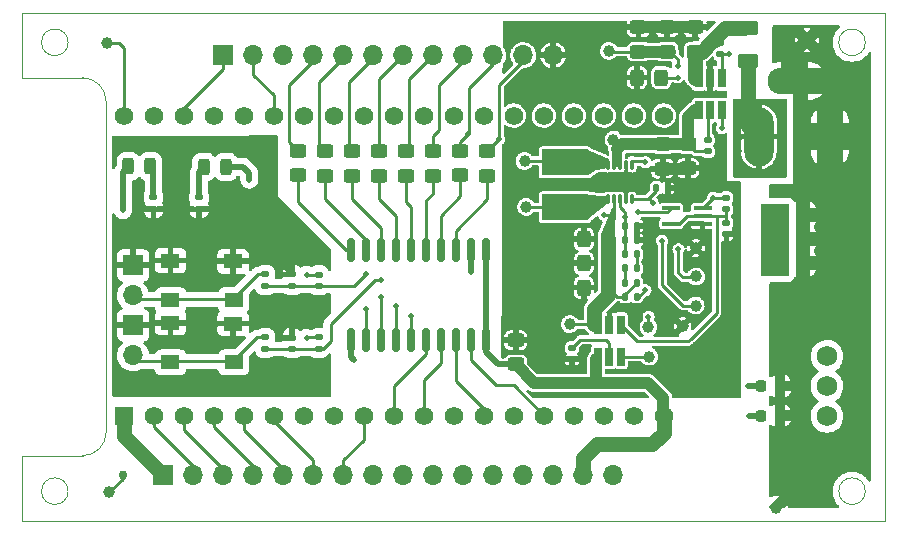
<source format=gbr>
%TF.GenerationSoftware,KiCad,Pcbnew,5.99.0-unknown-308ab8caf~106~ubuntu18.04.1*%
%TF.CreationDate,2021-02-25T19:42:53-08:00*%
%TF.ProjectId,signal-board,7369676e-616c-42d6-926f-6172642e6b69,rev?*%
%TF.SameCoordinates,Original*%
%TF.FileFunction,Copper,L4,Bot*%
%TF.FilePolarity,Positive*%
%FSLAX46Y46*%
G04 Gerber Fmt 4.6, Leading zero omitted, Abs format (unit mm)*
G04 Created by KiCad (PCBNEW 5.99.0-unknown-308ab8caf~106~ubuntu18.04.1) date 2021-02-25 19:42:53*
%MOMM*%
%LPD*%
G01*
G04 APERTURE LIST*
G04 Aperture macros list*
%AMRoundRect*
0 Rectangle with rounded corners*
0 $1 Rounding radius*
0 $2 $3 $4 $5 $6 $7 $8 $9 X,Y pos of 4 corners*
0 Add a 4 corners polygon primitive as box body*
4,1,4,$2,$3,$4,$5,$6,$7,$8,$9,$2,$3,0*
0 Add four circle primitives for the rounded corners*
1,1,$1+$1,$2,$3,0*
1,1,$1+$1,$4,$5,0*
1,1,$1+$1,$6,$7,0*
1,1,$1+$1,$8,$9,0*
0 Add four rect primitives between the rounded corners*
20,1,$1+$1,$2,$3,$4,$5,0*
20,1,$1+$1,$4,$5,$6,$7,0*
20,1,$1+$1,$6,$7,$8,$9,0*
20,1,$1+$1,$8,$9,$2,$3,0*%
G04 Aperture macros list end*
%TA.AperFunction,Profile*%
%ADD10C,0.100000*%
%TD*%
%TA.AperFunction,Profile*%
%ADD11C,0.120000*%
%TD*%
%TA.AperFunction,ComponentPad*%
%ADD12R,1.700000X1.700000*%
%TD*%
%TA.AperFunction,ComponentPad*%
%ADD13O,1.700000X1.700000*%
%TD*%
%TA.AperFunction,ComponentPad*%
%ADD14O,2.500000X5.000000*%
%TD*%
%TA.AperFunction,ComponentPad*%
%ADD15O,2.250000X4.500000*%
%TD*%
%TA.AperFunction,ComponentPad*%
%ADD16O,4.500000X2.250000*%
%TD*%
%TA.AperFunction,ComponentPad*%
%ADD17C,1.750000*%
%TD*%
%TA.AperFunction,ComponentPad*%
%ADD18R,1.560000X1.560000*%
%TD*%
%TA.AperFunction,ComponentPad*%
%ADD19C,1.560000*%
%TD*%
%TA.AperFunction,SMDPad,CuDef*%
%ADD20RoundRect,0.147500X-0.172500X0.147500X-0.172500X-0.147500X0.172500X-0.147500X0.172500X0.147500X0*%
%TD*%
%TA.AperFunction,SMDPad,CuDef*%
%ADD21RoundRect,0.147500X-0.147500X-0.172500X0.147500X-0.172500X0.147500X0.172500X-0.147500X0.172500X0*%
%TD*%
%TA.AperFunction,SMDPad,CuDef*%
%ADD22C,1.000000*%
%TD*%
%TA.AperFunction,SMDPad,CuDef*%
%ADD23RoundRect,0.243750X-0.243750X-0.456250X0.243750X-0.456250X0.243750X0.456250X-0.243750X0.456250X0*%
%TD*%
%TA.AperFunction,SMDPad,CuDef*%
%ADD24RoundRect,0.250000X0.450000X-0.325000X0.450000X0.325000X-0.450000X0.325000X-0.450000X-0.325000X0*%
%TD*%
%TA.AperFunction,SMDPad,CuDef*%
%ADD25RoundRect,0.250000X-0.450000X0.325000X-0.450000X-0.325000X0.450000X-0.325000X0.450000X0.325000X0*%
%TD*%
%TA.AperFunction,SMDPad,CuDef*%
%ADD26RoundRect,0.250000X0.325000X0.450000X-0.325000X0.450000X-0.325000X-0.450000X0.325000X-0.450000X0*%
%TD*%
%TA.AperFunction,SMDPad,CuDef*%
%ADD27RoundRect,0.250000X-0.325000X-0.450000X0.325000X-0.450000X0.325000X0.450000X-0.325000X0.450000X0*%
%TD*%
%TA.AperFunction,SMDPad,CuDef*%
%ADD28R,1.650000X1.150000*%
%TD*%
%TA.AperFunction,SMDPad,CuDef*%
%ADD29RoundRect,0.147500X0.172500X-0.147500X0.172500X0.147500X-0.172500X0.147500X-0.172500X-0.147500X0*%
%TD*%
%TA.AperFunction,SMDPad,CuDef*%
%ADD30RoundRect,0.243750X0.243750X0.456250X-0.243750X0.456250X-0.243750X-0.456250X0.243750X-0.456250X0*%
%TD*%
%TA.AperFunction,SMDPad,CuDef*%
%ADD31RoundRect,0.250000X0.625000X-0.375000X0.625000X0.375000X-0.625000X0.375000X-0.625000X-0.375000X0*%
%TD*%
%TA.AperFunction,SMDPad,CuDef*%
%ADD32RoundRect,0.147500X0.147500X0.172500X-0.147500X0.172500X-0.147500X-0.172500X0.147500X-0.172500X0*%
%TD*%
%TA.AperFunction,SMDPad,CuDef*%
%ADD33R,0.650000X1.560000*%
%TD*%
%TA.AperFunction,SMDPad,CuDef*%
%ADD34RoundRect,0.218750X-0.218750X-0.256250X0.218750X-0.256250X0.218750X0.256250X-0.218750X0.256250X0*%
%TD*%
%TA.AperFunction,SMDPad,CuDef*%
%ADD35R,3.900000X2.200000*%
%TD*%
%TA.AperFunction,SMDPad,CuDef*%
%ADD36R,1.500000X0.400000*%
%TD*%
%TA.AperFunction,SMDPad,CuDef*%
%ADD37R,0.280000X0.280000*%
%TD*%
%TA.AperFunction,SMDPad,CuDef*%
%ADD38O,0.280000X0.850000*%
%TD*%
%TA.AperFunction,SMDPad,CuDef*%
%ADD39R,0.700000X0.250000*%
%TD*%
%TA.AperFunction,SMDPad,CuDef*%
%ADD40R,0.600000X0.230000*%
%TD*%
%TA.AperFunction,SMDPad,CuDef*%
%ADD41R,0.900000X0.650000*%
%TD*%
%TA.AperFunction,ComponentPad*%
%ADD42C,0.600000*%
%TD*%
%TA.AperFunction,SMDPad,CuDef*%
%ADD43R,2.150000X1.700000*%
%TD*%
%TA.AperFunction,SMDPad,CuDef*%
%ADD44RoundRect,0.150000X0.150000X-0.875000X0.150000X0.875000X-0.150000X0.875000X-0.150000X-0.875000X0*%
%TD*%
%TA.AperFunction,ViaPad*%
%ADD45C,0.508000*%
%TD*%
%TA.AperFunction,ViaPad*%
%ADD46C,0.750000*%
%TD*%
%TA.AperFunction,Conductor*%
%ADD47C,0.500000*%
%TD*%
%TA.AperFunction,Conductor*%
%ADD48C,1.000000*%
%TD*%
%TA.AperFunction,Conductor*%
%ADD49C,0.254000*%
%TD*%
%TA.AperFunction,Conductor*%
%ADD50C,1.250000*%
%TD*%
G04 APERTURE END LIST*
D10*
X170300000Y-141000000D02*
X170300000Y-98000000D01*
X170300000Y-141000000D02*
X97300000Y-141000000D01*
X97300000Y-135500000D02*
X97300000Y-141000000D01*
X104400000Y-133500000D02*
G75*
G02*
X102400000Y-135500000I-2000000J0D01*
G01*
X104400000Y-133500000D02*
X104400000Y-105500000D01*
X97300000Y-98000000D02*
X97300000Y-103500000D01*
D11*
X101175000Y-138500000D02*
G75*
G03*
X101175000Y-138500000I-1125000J0D01*
G01*
D10*
X102400000Y-103500000D02*
G75*
G02*
X104400000Y-105500000I0J-2000000D01*
G01*
D11*
X101175000Y-100500000D02*
G75*
G03*
X101175000Y-100500000I-1125000J0D01*
G01*
X97300000Y-98000000D02*
X170300000Y-98000000D01*
X168675000Y-138500000D02*
G75*
G03*
X168675000Y-138500000I-1125000J0D01*
G01*
D10*
X102400000Y-135500000D02*
X97300000Y-135500000D01*
D11*
X168675000Y-100500000D02*
G75*
G03*
X168675000Y-100500000I-1125000J0D01*
G01*
D10*
X102400000Y-103500000D02*
X97300000Y-103500000D01*
D12*
%TO.P,J4,1,Pin_1*%
%TO.N,+3V3*%
X109220000Y-137160000D03*
D13*
%TO.P,J4,2,Pin_2*%
%TO.N,/en*%
X111760000Y-137160000D03*
%TO.P,J4,3,Pin_3*%
%TO.N,/sensor_vp*%
X114300000Y-137160000D03*
%TO.P,J4,4,Pin_4*%
%TO.N,/sensor_vn*%
X116840000Y-137160000D03*
%TO.P,J4,5,Pin_5*%
%TO.N,/io34*%
X119380000Y-137160000D03*
%TO.P,J4,6,Pin_6*%
%TO.N,/io35*%
X121920000Y-137160000D03*
%TO.P,J4,7,Pin_7*%
%TO.N,/io25*%
X124460000Y-137160000D03*
%TO.P,J4,8,Pin_8*%
%TO.N,/uart_tx*%
X127000000Y-137160000D03*
%TO.P,J4,9,Pin_9*%
%TO.N,/uart_rx*%
X129540000Y-137160000D03*
%TO.P,J4,10,Pin_10*%
%TO.N,/vspi_mosi*%
X132080000Y-137160000D03*
%TO.P,J4,11,Pin_11*%
%TO.N,/vspi_miso*%
X134620000Y-137160000D03*
%TO.P,J4,12,Pin_12*%
%TO.N,/vspi_clk*%
X137160000Y-137160000D03*
%TO.P,J4,13,Pin_13*%
%TO.N,/vspi_cs*%
X139700000Y-137160000D03*
%TO.P,J4,14,Pin_14*%
%TO.N,GND*%
X142240000Y-137160000D03*
%TO.P,J4,15,Pin_15*%
%TO.N,+5V*%
X144780000Y-137160000D03*
%TO.P,J4,16,Pin_16*%
%TO.N,/3-12V_UNFUSED*%
X147320000Y-137160000D03*
%TD*%
D14*
%TO.P,J1,1*%
%TO.N,/3-12V_UNFUSED*%
X159675000Y-108475000D03*
D15*
%TO.P,J1,2*%
%TO.N,GND*%
X165675000Y-108475000D03*
D16*
%TO.P,J1,3*%
X162675000Y-103775000D03*
%TD*%
D12*
%TO.P,J2,1,Pin_1*%
%TO.N,/i2c_scl*%
X114300000Y-101600000D03*
D13*
%TO.P,J2,2,Pin_2*%
%TO.N,/i2c_sda*%
X116840000Y-101600000D03*
%TO.P,J2,3,Pin_3*%
%TO.N,GND*%
X119380000Y-101600000D03*
%TO.P,J2,4,Pin_4*%
%TO.N,/pixels_8*%
X121920000Y-101600000D03*
%TO.P,J2,5,Pin_5*%
%TO.N,/pixels_7*%
X124460000Y-101600000D03*
%TO.P,J2,6,Pin_6*%
%TO.N,/pixels_6*%
X127000000Y-101600000D03*
%TO.P,J2,7,Pin_7*%
%TO.N,/pixels_5*%
X129540000Y-101600000D03*
%TO.P,J2,8,Pin_8*%
%TO.N,/pixels_4*%
X132080000Y-101600000D03*
%TO.P,J2,9,Pin_9*%
%TO.N,/pixels_3*%
X134620000Y-101600000D03*
%TO.P,J2,10,Pin_10*%
%TO.N,/pixels_2*%
X137160000Y-101600000D03*
%TO.P,J2,11,Pin_11*%
%TO.N,/pixels_1*%
X139700000Y-101600000D03*
%TO.P,J2,12,Pin_12*%
%TO.N,GND*%
X142240000Y-101600000D03*
%TD*%
D17*
%TO.P,J3,1,Pin_1*%
%TO.N,/3-12V_UNFUSED*%
X165430200Y-127076200D03*
%TO.P,J3,2,Pin_2*%
%TO.N,/pixels_1*%
X165430200Y-129616200D03*
%TO.P,J3,3,Pin_3*%
%TO.N,/pixels_2*%
X165430200Y-132156200D03*
%TO.P,J3,4,Pin_4*%
%TO.N,GND*%
X165430200Y-134696200D03*
%TD*%
D18*
%TO.P,U2,1,3V3*%
%TO.N,+3V3*%
X105890000Y-132100000D03*
D19*
%TO.P,U2,2,EN*%
%TO.N,/en*%
X108430000Y-132100000D03*
%TO.P,U2,3,SENSOR_VP*%
%TO.N,/sensor_vp*%
X110970000Y-132100000D03*
%TO.P,U2,4,SENSOR_VN*%
%TO.N,/sensor_vn*%
X113510000Y-132100000D03*
%TO.P,U2,5,IO34*%
%TO.N,/io34*%
X116050000Y-132100000D03*
%TO.P,U2,6,IO35*%
%TO.N,/io35*%
X118590000Y-132100000D03*
%TO.P,U2,7*%
%TO.N,N/C*%
X121130000Y-132100000D03*
%TO.P,U2,8*%
X123670000Y-132100000D03*
%TO.P,U2,9,IO25*%
%TO.N,/io25*%
X126210000Y-132100000D03*
%TO.P,U2,10,IO26*%
%TO.N,/level_shift_4*%
X128750000Y-132100000D03*
%TO.P,U2,11,IO27*%
%TO.N,/level_shift_3*%
X131290000Y-132100000D03*
%TO.P,U2,12,IO14*%
%TO.N,/status_led*%
X133830000Y-132100000D03*
%TO.P,U2,13,IO12*%
%TO.N,/level_shift_2*%
X136370000Y-132100000D03*
%TO.P,U2,14,GND1*%
%TO.N,GND*%
X138910000Y-132100000D03*
%TO.P,U2,15,IO13*%
%TO.N,/level_shift_1*%
X141450000Y-132100000D03*
%TO.P,U2,16*%
%TO.N,N/C*%
X143990000Y-132100000D03*
%TO.P,U2,17*%
X146530000Y-132100000D03*
%TO.P,U2,18*%
X149070000Y-132100000D03*
%TO.P,U2,19,EXT_5V*%
%TO.N,+5V*%
X151610000Y-132100000D03*
%TO.P,U2,20,GND3*%
%TO.N,GND*%
X105890000Y-106700000D03*
%TO.P,U2,21,IO23*%
%TO.N,/vspi_mosi*%
X108430000Y-106700000D03*
%TO.P,U2,22,IO22*%
%TO.N,/i2c_scl*%
X110970000Y-106700000D03*
%TO.P,U2,23,TXD0*%
%TO.N,/uart_tx*%
X113510000Y-106700000D03*
%TO.P,U2,24,RXD0*%
%TO.N,/uart_rx*%
X116050000Y-106700000D03*
%TO.P,U2,25,IO21*%
%TO.N,/i2c_sda*%
X118590000Y-106700000D03*
%TO.P,U2,26,GND2*%
%TO.N,GND*%
X121130000Y-106700000D03*
%TO.P,U2,27,IO19*%
%TO.N,/vspi_miso*%
X123670000Y-106700000D03*
%TO.P,U2,28,IO18*%
%TO.N,/vspi_clk*%
X126210000Y-106700000D03*
%TO.P,U2,29,IO5*%
%TO.N,/vspi_cs*%
X128750000Y-106700000D03*
%TO.P,U2,30,IO17*%
%TO.N,/level_shift_8*%
X131290000Y-106700000D03*
%TO.P,U2,31,IO16*%
%TO.N,/level_shift_7*%
X133830000Y-106700000D03*
%TO.P,U2,32,IO4*%
%TO.N,/level_shift_6*%
X136370000Y-106700000D03*
%TO.P,U2,33,IO0*%
%TO.N,/button_2*%
X138910000Y-106700000D03*
%TO.P,U2,34,IO2*%
%TO.N,/level_shift_5*%
X141450000Y-106700000D03*
%TO.P,U2,35,IO15*%
%TO.N,/button_1*%
X143990000Y-106700000D03*
%TO.P,U2,36*%
%TO.N,N/C*%
X146530000Y-106700000D03*
%TO.P,U2,37*%
X149070000Y-106700000D03*
%TO.P,U2,38*%
X151610000Y-106700000D03*
%TD*%
D20*
%TO.P,R4,1*%
%TO.N,Net-(J5-Pad2)*%
X117856000Y-125490000D03*
%TO.P,R4,2*%
%TO.N,/button_1*%
X117856000Y-126460000D03*
%TD*%
D21*
%TO.P,R2,1*%
%TO.N,/TPS_FEEDBACK*%
X148365666Y-117248220D03*
%TO.P,R2,2*%
%TO.N,GND*%
X149335666Y-117248220D03*
%TD*%
D22*
%TO.P,TP_GND7,1,1*%
%TO.N,GND*%
X161150000Y-139900000D03*
%TD*%
%TO.P,TP_GND4,1,1*%
%TO.N,GND*%
X104444800Y-100584000D03*
%TD*%
D23*
%TO.P,D2,1,K*%
%TO.N,Net-(D2-Pad1)*%
X112661577Y-111043878D03*
%TO.P,D2,2,A*%
%TO.N,/status_led*%
X114536577Y-111043878D03*
%TD*%
D22*
%TO.P,TP5,1,1*%
%TO.N,/5V_Out_PG*%
X154330400Y-120319800D03*
%TD*%
D24*
%TO.P,R12,1*%
%TO.N,Net-(IC1-Pad16)*%
X132080000Y-111787000D03*
%TO.P,R12,2*%
%TO.N,/pixels_3*%
X132080000Y-109737000D03*
%TD*%
D25*
%TO.P,C1,1*%
%TO.N,/3-12V_FUSED_SW*%
X153644600Y-109109400D03*
%TO.P,C1,2*%
%TO.N,GND*%
X153644600Y-111159400D03*
%TD*%
D26*
%TO.P,C6,1*%
%TO.N,VCC*%
X146897200Y-119202200D03*
%TO.P,C6,2*%
%TO.N,GND*%
X144847200Y-119202200D03*
%TD*%
D20*
%TO.P,R8,1*%
%TO.N,Net-(D1-Pad1)*%
X108407200Y-113611800D03*
%TO.P,R8,2*%
%TO.N,GND*%
X108407200Y-114581800D03*
%TD*%
D24*
%TO.P,R10,1*%
%TO.N,Net-(IC1-Pad18)*%
X136652000Y-111787000D03*
%TO.P,R10,2*%
%TO.N,/pixels_1*%
X136652000Y-109737000D03*
%TD*%
D22*
%TO.P,TP_GND3,1,1*%
%TO.N,GND*%
X163728400Y-100304600D03*
%TD*%
%TO.P,TP1,1,1*%
%TO.N,/L1PA*%
X139827000Y-110540800D03*
%TD*%
D25*
%TO.P,C2,1*%
%TO.N,/3-12V_FUSED_SW*%
X151511000Y-109137800D03*
%TO.P,C2,2*%
%TO.N,GND*%
X151511000Y-111187800D03*
%TD*%
D22*
%TO.P,TP2,1,1*%
%TO.N,GND*%
X153200000Y-124536200D03*
%TD*%
D20*
%TO.P,R19,1*%
%TO.N,/3-12V_FUSED*%
X156387800Y-100530800D03*
%TO.P,R19,2*%
%TO.N,Net-(C16-Pad1)*%
X156387800Y-101500800D03*
%TD*%
D27*
%TO.P,C13,1*%
%TO.N,/3-12V_UNFUSED*%
X161357200Y-119176800D03*
%TO.P,C13,2*%
%TO.N,GND*%
X163407200Y-119176800D03*
%TD*%
D24*
%TO.P,C17,1*%
%TO.N,Net-(C16-Pad1)*%
X151873800Y-101278800D03*
%TO.P,C17,2*%
%TO.N,GND*%
X151873800Y-99228800D03*
%TD*%
D20*
%TO.P,R7,1*%
%TO.N,+3V3*%
X122428000Y-120165000D03*
%TO.P,R7,2*%
%TO.N,/button_2*%
X122428000Y-121135000D03*
%TD*%
%TO.P,R6,1*%
%TO.N,Net-(J6-Pad2)*%
X117856000Y-120156000D03*
%TO.P,R6,2*%
%TO.N,/button_2*%
X117856000Y-121126000D03*
%TD*%
D28*
%TO.P,SW1,1,A*%
%TO.N,GND*%
X115147000Y-124308000D03*
%TO.P,SW1,2,A*%
X109847000Y-124233000D03*
%TO.P,SW1,3,B*%
%TO.N,Net-(J5-Pad2)*%
X115197000Y-127583000D03*
%TO.P,SW1,4,B*%
X109847000Y-127583000D03*
%TD*%
D29*
%TO.P,R24,1*%
%TO.N,GND*%
X156921200Y-116766200D03*
%TO.P,R24,2*%
%TO.N,/EN_2553*%
X156921200Y-115796200D03*
%TD*%
D26*
%TO.P,C5,1*%
%TO.N,VCC*%
X146897200Y-121259600D03*
%TO.P,C5,2*%
%TO.N,GND*%
X144847200Y-121259600D03*
%TD*%
D24*
%TO.P,R16,1*%
%TO.N,Net-(IC1-Pad12)*%
X122936000Y-111778000D03*
%TO.P,R16,2*%
%TO.N,/pixels_7*%
X122936000Y-109728000D03*
%TD*%
D30*
%TO.P,D1,1,K*%
%TO.N,Net-(D1-Pad1)*%
X108149267Y-111010482D03*
%TO.P,D1,2,A*%
%TO.N,+3V3*%
X106274267Y-111010482D03*
%TD*%
D22*
%TO.P,TP8,1,1*%
%TO.N,/TPS_FEEDBACK*%
X150317200Y-124612400D03*
%TD*%
D26*
%TO.P,C15,1*%
%TO.N,Net-(C15-Pad1)*%
X151393000Y-103479600D03*
%TO.P,C15,2*%
%TO.N,GND*%
X149343000Y-103479600D03*
%TD*%
D31*
%TO.P,F1,1*%
%TO.N,/3-12V_UNFUSED*%
X158750000Y-102085600D03*
%TO.P,F1,2*%
%TO.N,/3-12V_FUSED*%
X158750000Y-99285600D03*
%TD*%
D29*
%TO.P,C9,1*%
%TO.N,/button_2*%
X120142000Y-121126000D03*
%TO.P,C9,2*%
%TO.N,GND*%
X120142000Y-120156000D03*
%TD*%
D32*
%TO.P,R20,1*%
%TO.N,Net-(R1-Pad2)*%
X149335666Y-119639460D03*
%TO.P,R20,2*%
%TO.N,Net-(R20-Pad2)*%
X148365666Y-119639460D03*
%TD*%
D33*
%TO.P,U3,1,IN*%
%TO.N,VCC*%
X146065200Y-124405400D03*
%TO.P,U3,2,GND*%
%TO.N,GND*%
X147015200Y-124405400D03*
%TO.P,U3,3,EN*%
%TO.N,/EN_2553*%
X147965200Y-124405400D03*
%TO.P,U3,4,~FAULT~*%
%TO.N,Net-(TP11-Pad1)*%
X147965200Y-127105400D03*
%TO.P,U3,5,ILIM*%
%TO.N,Net-(R22-Pad1)*%
X147015200Y-127105400D03*
%TO.P,U3,6,OUT*%
%TO.N,+5V*%
X146065200Y-127105400D03*
%TD*%
D29*
%TO.P,C8,1*%
%TO.N,/button_1*%
X120142000Y-126469000D03*
%TO.P,C8,2*%
%TO.N,GND*%
X120142000Y-125499000D03*
%TD*%
D26*
%TO.P,C7,1*%
%TO.N,VCC*%
X146897200Y-117144800D03*
%TO.P,C7,2*%
%TO.N,GND*%
X144847200Y-117144800D03*
%TD*%
D24*
%TO.P,C14,1*%
%TO.N,/3-12V_FUSED*%
X154279600Y-101278800D03*
%TO.P,C14,2*%
%TO.N,GND*%
X154279600Y-99228800D03*
%TD*%
D22*
%TO.P,TP2-3,1,1*%
%TO.N,/3-12V_FUSED_SW*%
X147345400Y-108737400D03*
%TD*%
D24*
%TO.P,R15,1*%
%TO.N,Net-(IC1-Pad13)*%
X125222000Y-111787000D03*
%TO.P,R15,2*%
%TO.N,/pixels_6*%
X125222000Y-109737000D03*
%TD*%
D34*
%TO.P,D4,1,K*%
%TO.N,/pixels_1*%
X159862500Y-129625000D03*
%TO.P,D4,2,A*%
%TO.N,GND*%
X161437500Y-129625000D03*
%TD*%
D20*
%TO.P,R5,1*%
%TO.N,+3V3*%
X122428000Y-125490000D03*
%TO.P,R5,2*%
%TO.N,/button_1*%
X122428000Y-126460000D03*
%TD*%
D28*
%TO.P,SW2,1,A*%
%TO.N,GND*%
X115147000Y-119050000D03*
%TO.P,SW2,2,A*%
X109847000Y-118975000D03*
%TO.P,SW2,3,B*%
%TO.N,Net-(J6-Pad2)*%
X115197000Y-122325000D03*
%TO.P,SW2,4,B*%
X109847000Y-122325000D03*
%TD*%
D22*
%TO.P,TP10,1,1*%
%TO.N,/L1PB*%
X139954000Y-114427000D03*
%TD*%
%TO.P,TP11,1,1*%
%TO.N,Net-(TP11-Pad1)*%
X150368000Y-127101600D03*
%TD*%
D24*
%TO.P,C10,1*%
%TO.N,+5V*%
X139065000Y-127771000D03*
%TO.P,C10,2*%
%TO.N,GND*%
X139065000Y-125721000D03*
%TD*%
D22*
%TO.P,5V_SW1,1,1*%
%TO.N,+5V*%
X145872200Y-129336800D03*
%TD*%
D20*
%TO.P,R22,1*%
%TO.N,Net-(R22-Pad1)*%
X143840200Y-126362600D03*
%TO.P,R22,2*%
%TO.N,GND*%
X143840200Y-127332600D03*
%TD*%
D21*
%TO.P,C3,1*%
%TO.N,Net-(C3-Pad1)*%
X150975200Y-112826800D03*
%TO.P,C3,2*%
%TO.N,GND*%
X151945200Y-112826800D03*
%TD*%
D24*
%TO.P,R13,1*%
%TO.N,Net-(IC1-Pad15)*%
X129794000Y-111787000D03*
%TO.P,R13,2*%
%TO.N,/pixels_4*%
X129794000Y-109737000D03*
%TD*%
D35*
%TO.P,L1,1,1*%
%TO.N,/L1PA*%
X143267100Y-110670600D03*
%TO.P,L1,2,2*%
%TO.N,/L1PB*%
X143267100Y-114470600D03*
%TD*%
D27*
%TO.P,C11,1*%
%TO.N,/3-12V_UNFUSED*%
X161357200Y-115112800D03*
%TO.P,C11,2*%
%TO.N,GND*%
X163407200Y-115112800D03*
%TD*%
D22*
%TO.P,TP_GND5,1,1*%
%TO.N,GND*%
X104673400Y-138607800D03*
%TD*%
D24*
%TO.P,R17,1*%
%TO.N,Net-(IC1-Pad11)*%
X120650000Y-111769000D03*
%TO.P,R17,2*%
%TO.N,/pixels_8*%
X120650000Y-109719000D03*
%TD*%
D22*
%TO.P,TP4,1,1*%
%TO.N,GND*%
X154330400Y-117932200D03*
%TD*%
D36*
%TO.P,U5,1*%
%TO.N,/5V_Out_PG*%
X154898400Y-114564400D03*
%TO.P,U5,2*%
%TO.N,/EN_2553*%
X154898400Y-115214400D03*
%TO.P,U5,3,GND*%
%TO.N,GND*%
X154898400Y-115864400D03*
%TO.P,U5,4*%
%TO.N,/EN_2553*%
X152238400Y-115864400D03*
%TO.P,U5,5,VCC*%
%TO.N,VCC*%
X152238400Y-114564400D03*
%TD*%
D29*
%TO.P,R18,1*%
%TO.N,/3-12V_FUSED_SW*%
X155346400Y-109730400D03*
%TO.P,R18,2*%
%TO.N,Net-(R18-Pad2)*%
X155346400Y-108760400D03*
%TD*%
D21*
%TO.P,R3,1*%
%TO.N,VCC*%
X148365666Y-122030700D03*
%TO.P,R3,2*%
%TO.N,/5V_Out_PG*%
X149335666Y-122030700D03*
%TD*%
D22*
%TO.P,TP9,1,1*%
%TO.N,VCC*%
X143662400Y-124358400D03*
%TD*%
D21*
%TO.P,R1,1*%
%TO.N,/TPS_FEEDBACK*%
X148365666Y-118443840D03*
%TO.P,R1,2*%
%TO.N,Net-(R1-Pad2)*%
X149335666Y-118443840D03*
%TD*%
D27*
%TO.P,C12,1*%
%TO.N,/3-12V_UNFUSED*%
X161357200Y-117144800D03*
%TO.P,C12,2*%
%TO.N,GND*%
X163407200Y-117144800D03*
%TD*%
D21*
%TO.P,R21,1*%
%TO.N,Net-(R20-Pad2)*%
X148365666Y-120835080D03*
%TO.P,R21,2*%
%TO.N,VCC*%
X149335666Y-120835080D03*
%TD*%
D22*
%TO.P,TP3,1,1*%
%TO.N,Net-(C16-Pad1)*%
X146964400Y-101219000D03*
%TD*%
D33*
%TO.P,U4,1,VIN*%
%TO.N,/3-12V_FUSED*%
X154599600Y-103552000D03*
%TO.P,U4,2,GND*%
%TO.N,GND*%
X155549600Y-103552000D03*
%TO.P,U4,3,EN/UVLO*%
%TO.N,Net-(C16-Pad1)*%
X156499600Y-103552000D03*
%TO.P,U4,4,CT*%
%TO.N,Net-(C15-Pad1)*%
X156499600Y-106252000D03*
%TO.P,U4,5,QOD*%
%TO.N,Net-(R18-Pad2)*%
X155549600Y-106252000D03*
%TO.P,U4,6,VOUT*%
%TO.N,/3-12V_FUSED_SW*%
X154599600Y-106252000D03*
%TD*%
D22*
%TO.P,TP6,1,1*%
%TO.N,Net-(C3-Pad1)*%
X154305000Y-122783600D03*
%TD*%
D34*
%TO.P,D3,1,K*%
%TO.N,/pixels_2*%
X159862500Y-132100212D03*
%TO.P,D3,2,A*%
%TO.N,GND*%
X161437500Y-132100212D03*
%TD*%
D12*
%TO.P,J5,1,Pin_1*%
%TO.N,GND*%
X106680000Y-124460000D03*
D13*
%TO.P,J5,2,Pin_2*%
%TO.N,Net-(J5-Pad2)*%
X106680000Y-127000000D03*
%TD*%
D37*
%TO.P,U1,1,L1*%
%TO.N,/L1PA*%
X146917100Y-110560600D03*
D38*
X146917100Y-110845600D03*
%TO.P,U1,2,VIN*%
%TO.N,/3-12V_FUSED_SW*%
X147417100Y-110845600D03*
D37*
X147417100Y-110560600D03*
D38*
%TO.P,U1,3,EN*%
X147917100Y-110845600D03*
D37*
X147917100Y-110560600D03*
%TO.P,U1,4,PS/SYNC*%
%TO.N,GND*%
X148417100Y-110560600D03*
D38*
X148417100Y-110845600D03*
%TO.P,U1,5,PG*%
%TO.N,/5V_Out_PG*%
X148917100Y-110845600D03*
D37*
X148917100Y-110560600D03*
%TO.P,U1,6,VAUX*%
%TO.N,Net-(C3-Pad1)*%
X148917100Y-114080600D03*
D38*
X148917100Y-113795600D03*
%TO.P,U1,7,GND*%
%TO.N,GND*%
X148417100Y-113795600D03*
D37*
X148417100Y-114080600D03*
%TO.P,U1,8,FB*%
%TO.N,/TPS_FEEDBACK*%
X147917100Y-114080600D03*
D38*
X147917100Y-113795600D03*
D37*
%TO.P,U1,9,VOUT*%
%TO.N,VCC*%
X147417100Y-114080600D03*
D38*
X147417100Y-113795600D03*
D37*
%TO.P,U1,10,L2*%
%TO.N,/L1PB*%
X146917100Y-114080600D03*
D38*
X146917100Y-113795600D03*
D39*
%TO.P,U1,11,PGND*%
%TO.N,GND*%
X149342100Y-112520600D03*
D40*
X149342100Y-111720600D03*
D41*
X148477100Y-112755600D03*
X148477100Y-111885600D03*
X147357100Y-111885600D03*
D42*
X147917100Y-112320600D03*
D40*
X146492100Y-112920600D03*
X146492100Y-111720600D03*
X149342100Y-112120600D03*
D39*
X146492100Y-112120600D03*
X149342100Y-112920600D03*
X146492100Y-112520600D03*
D42*
X147417100Y-112820600D03*
D39*
X146492100Y-112920600D03*
X149342100Y-112120600D03*
D40*
X146492100Y-112120600D03*
D39*
X149342100Y-111720600D03*
D42*
X148417100Y-112820600D03*
D39*
X146492100Y-111720600D03*
D41*
X147357100Y-112755600D03*
D42*
X148417100Y-111820600D03*
D40*
X149342100Y-112520600D03*
D43*
X147917100Y-112320600D03*
D40*
X149342100Y-112920600D03*
X146492100Y-112520600D03*
D42*
X147417100Y-111820600D03*
%TD*%
D21*
%TO.P,C4,1*%
%TO.N,/TPS_FEEDBACK*%
X148365666Y-116052600D03*
%TO.P,C4,2*%
%TO.N,GND*%
X149335666Y-116052600D03*
%TD*%
D20*
%TO.P,R23,1*%
%TO.N,/5V_Out_PG*%
X156921200Y-113662600D03*
%TO.P,R23,2*%
%TO.N,/EN_2553*%
X156921200Y-114632600D03*
%TD*%
D24*
%TO.P,C16,1*%
%TO.N,Net-(C16-Pad1)*%
X149468000Y-101278800D03*
%TO.P,C16,2*%
%TO.N,GND*%
X149468000Y-99228800D03*
%TD*%
D44*
%TO.P,IC1,1,DIR*%
%TO.N,+5V*%
X136525000Y-125730000D03*
%TO.P,IC1,2,A1*%
%TO.N,/level_shift_1*%
X135255000Y-125730000D03*
%TO.P,IC1,3,A2*%
%TO.N,/level_shift_2*%
X133985000Y-125730000D03*
%TO.P,IC1,4,A3*%
%TO.N,/level_shift_3*%
X132715000Y-125730000D03*
%TO.P,IC1,5,A4*%
%TO.N,/level_shift_4*%
X131445000Y-125730000D03*
%TO.P,IC1,6,A5*%
%TO.N,/level_shift_5*%
X130175000Y-125730000D03*
%TO.P,IC1,7,A6*%
%TO.N,/level_shift_6*%
X128905000Y-125730000D03*
%TO.P,IC1,8,A7*%
%TO.N,/level_shift_7*%
X127635000Y-125730000D03*
%TO.P,IC1,9,A8*%
%TO.N,/level_shift_8*%
X126365000Y-125730000D03*
%TO.P,IC1,10,GND*%
%TO.N,GND*%
X125095000Y-125730000D03*
%TO.P,IC1,11,B8*%
%TO.N,Net-(IC1-Pad11)*%
X125095000Y-118110000D03*
%TO.P,IC1,12,B7*%
%TO.N,Net-(IC1-Pad12)*%
X126365000Y-118110000D03*
%TO.P,IC1,13,B6*%
%TO.N,Net-(IC1-Pad13)*%
X127635000Y-118110000D03*
%TO.P,IC1,14,B5*%
%TO.N,Net-(IC1-Pad14)*%
X128905000Y-118110000D03*
%TO.P,IC1,15,B4*%
%TO.N,Net-(IC1-Pad15)*%
X130175000Y-118110000D03*
%TO.P,IC1,16,B3*%
%TO.N,Net-(IC1-Pad16)*%
X131445000Y-118110000D03*
%TO.P,IC1,17,B2*%
%TO.N,Net-(IC1-Pad17)*%
X132715000Y-118110000D03*
%TO.P,IC1,18,B1*%
%TO.N,Net-(IC1-Pad18)*%
X133985000Y-118110000D03*
%TO.P,IC1,19,~OE~*%
%TO.N,GND*%
X135255000Y-118110000D03*
%TO.P,IC1,20,VCC*%
%TO.N,+5V*%
X136525000Y-118110000D03*
%TD*%
D24*
%TO.P,R11,1*%
%TO.N,Net-(IC1-Pad17)*%
X134366000Y-111769000D03*
%TO.P,R11,2*%
%TO.N,/pixels_2*%
X134366000Y-109719000D03*
%TD*%
D12*
%TO.P,J6,1,Pin_1*%
%TO.N,GND*%
X106680000Y-119380000D03*
D13*
%TO.P,J6,2,Pin_2*%
%TO.N,Net-(J6-Pad2)*%
X106680000Y-121920000D03*
%TD*%
D20*
%TO.P,R9,1*%
%TO.N,Net-(D2-Pad1)*%
X112268000Y-113637200D03*
%TO.P,R9,2*%
%TO.N,GND*%
X112268000Y-114607200D03*
%TD*%
D24*
%TO.P,R14,1*%
%TO.N,Net-(IC1-Pad14)*%
X127508000Y-111787000D03*
%TO.P,R14,2*%
%TO.N,/pixels_5*%
X127508000Y-109737000D03*
%TD*%
D45*
%TO.N,GND*%
X155273000Y-126644400D03*
X140579600Y-116586000D03*
X161544000Y-136192000D03*
X109829600Y-120675400D03*
X166973000Y-114792000D03*
X166973000Y-115792000D03*
X142579600Y-116586000D03*
X144602200Y-100415600D03*
X166973000Y-116792000D03*
X142579600Y-118586000D03*
X144602200Y-104415600D03*
X141579600Y-117586000D03*
X152400000Y-120802400D03*
X163544000Y-137192000D03*
X156921200Y-119075200D03*
X167973000Y-116792000D03*
X141579600Y-119586000D03*
X141579600Y-116586000D03*
X162544000Y-139192000D03*
X152273000Y-126644400D03*
X145602200Y-104415600D03*
X117348000Y-124155200D03*
X145602200Y-103415600D03*
X156244800Y-110845600D03*
X165973000Y-118792000D03*
X164973000Y-119792000D03*
X144602200Y-102415600D03*
X141579600Y-120586000D03*
X145602200Y-101415600D03*
X164544000Y-139192000D03*
X165973000Y-114792000D03*
X140579600Y-119586000D03*
X155244800Y-112845600D03*
X113588800Y-114147600D03*
X164544000Y-136192000D03*
X164973000Y-117792000D03*
X119380000Y-119253000D03*
X166973000Y-117792000D03*
X105650000Y-129550000D03*
X163544000Y-136192000D03*
X167973000Y-113792000D03*
X139801600Y-108483400D03*
X145602200Y-99415600D03*
X165544000Y-139192000D03*
X156895800Y-118033800D03*
X144627600Y-108483400D03*
X166973000Y-113792000D03*
X164973000Y-118792000D03*
X142579600Y-121586000D03*
X164544000Y-137192000D03*
X113969800Y-125958600D03*
X155273000Y-127644400D03*
X109829600Y-125857000D03*
X167973000Y-114792000D03*
X164544000Y-138192000D03*
X156244800Y-112845600D03*
X163544000Y-139192000D03*
X162544000Y-138192000D03*
X166973000Y-119792000D03*
X161544000Y-134874000D03*
X144602200Y-99415600D03*
X122656600Y-123367800D03*
X141579600Y-121586000D03*
X165973000Y-113792000D03*
X145719800Y-130378200D03*
X145602200Y-100415600D03*
X140579600Y-118586000D03*
X141579600Y-122586000D03*
X164973000Y-115792000D03*
X152273000Y-127644400D03*
X144602200Y-103415600D03*
X154273000Y-126644400D03*
X165973000Y-119792000D03*
X144602200Y-101415600D03*
X165973000Y-116792000D03*
X165973000Y-117792000D03*
X167973000Y-117792000D03*
X120523000Y-129641600D03*
X142579600Y-117586000D03*
X161544000Y-137192000D03*
X162544000Y-136192000D03*
X167544000Y-136192000D03*
X167973000Y-118792000D03*
X164973000Y-116792000D03*
X150774400Y-119481600D03*
X166544000Y-136192000D03*
X142579600Y-119586000D03*
X155244800Y-110845600D03*
X165544000Y-138192000D03*
X142579600Y-120586000D03*
X140579600Y-117586000D03*
X116052600Y-114249200D03*
X115189000Y-117602000D03*
X164973000Y-113792000D03*
X166973000Y-118792000D03*
X140579600Y-121586000D03*
X107162600Y-114071400D03*
X106730800Y-117576600D03*
X154273000Y-127644400D03*
X153273000Y-126644400D03*
X153273000Y-127644400D03*
X142579600Y-122586000D03*
X153339800Y-130276600D03*
X113919000Y-120599200D03*
X135280400Y-119938800D03*
X165973000Y-115792000D03*
X155244800Y-111845600D03*
X162544000Y-137192000D03*
X154244800Y-112845600D03*
X119253000Y-118059200D03*
X140579600Y-120586000D03*
X145602200Y-102415600D03*
X156244800Y-111845600D03*
X138150600Y-123164600D03*
X161544000Y-138192000D03*
X167973000Y-115792000D03*
X125349000Y-127381000D03*
X165544000Y-136192000D03*
X163544000Y-138192000D03*
X164973000Y-114792000D03*
X167973000Y-119792000D03*
X165544000Y-137192000D03*
X151333200Y-122605800D03*
X141579600Y-118586000D03*
D46*
X105850000Y-137100000D03*
D45*
X119253000Y-125476000D03*
%TO.N,+3V3*%
X105825000Y-114725000D03*
X121398000Y-125531000D03*
X121384200Y-120165000D03*
%TO.N,/button_2*%
X126365000Y-120142000D03*
%TO.N,/button_1*%
X127635000Y-120650000D03*
%TO.N,/pixels_2*%
X158825000Y-132125000D03*
X135051800Y-108280200D03*
%TO.N,/pixels_1*%
X158725000Y-129625000D03*
X137668000Y-108712000D03*
%TO.N,/level_shift_5*%
X130175000Y-123698000D03*
%TO.N,/level_shift_6*%
X128905000Y-122809000D03*
%TO.N,/level_shift_7*%
X127635000Y-122047000D03*
%TO.N,/level_shift_8*%
X126365000Y-123063000D03*
%TO.N,/status_led*%
X116513000Y-112125000D03*
%TO.N,Net-(C3-Pad1)*%
X151460200Y-117297200D03*
X150672800Y-114096800D03*
%TO.N,Net-(C16-Pad1)*%
X157149800Y-101473000D03*
X152781000Y-102489000D03*
%TO.N,/TPS_FEEDBACK*%
X148365666Y-115311734D03*
X150317200Y-123723400D03*
%TO.N,/5V_Out_PG*%
X150063200Y-121488200D03*
X155800200Y-113662600D03*
X152857200Y-118008400D03*
X150063200Y-110642400D03*
%TO.N,/3-12V_UNFUSED*%
X158417000Y-111664000D03*
X157962600Y-107714800D03*
X157962600Y-109714800D03*
X161417000Y-105714800D03*
X161417000Y-106664000D03*
X160197800Y-116130200D03*
X157962600Y-106714800D03*
X159417000Y-111664000D03*
X160197800Y-119880200D03*
X160197800Y-116880200D03*
X160197800Y-118380200D03*
X161417000Y-107664000D03*
X157962600Y-105714800D03*
X160417000Y-111664000D03*
X161417000Y-110664000D03*
X161417000Y-108664000D03*
X160197800Y-119130200D03*
X160197800Y-115380200D03*
X161417000Y-111664000D03*
X160197800Y-117630200D03*
X161417000Y-109664000D03*
X157962600Y-108714800D03*
X160197800Y-114630200D03*
X157962600Y-110714800D03*
%TO.N,Net-(C15-Pad1)*%
X156514800Y-107772200D03*
X152781000Y-103479600D03*
%TO.N,VCC*%
X149428200Y-114884200D03*
X146558000Y-115112800D03*
%TD*%
D47*
%TO.N,GND*%
X106832000Y-124308000D02*
X106680000Y-124460000D01*
X120142000Y-120156000D02*
X120142000Y-120015000D01*
X120142000Y-120015000D02*
X119380000Y-119253000D01*
D48*
X150094866Y-99228800D02*
X152120600Y-99228800D01*
D49*
X147917100Y-112320600D02*
X148042100Y-112320600D01*
X105890000Y-100990000D02*
X105484000Y-100584000D01*
D48*
X153616200Y-111187800D02*
X153644600Y-111159400D01*
D49*
X148042100Y-112320600D02*
X148477100Y-111885600D01*
X105850000Y-137431200D02*
X105850000Y-137100000D01*
X105890000Y-106700000D02*
X105890000Y-100990000D01*
D47*
X135255000Y-119913400D02*
X135280400Y-119938800D01*
D49*
X105484000Y-100584000D02*
X104444800Y-100584000D01*
D47*
X135255000Y-118110000D02*
X135255000Y-119913400D01*
D49*
X148417100Y-110845600D02*
X148417100Y-111820600D01*
D47*
X119276000Y-125499000D02*
X119253000Y-125476000D01*
D49*
X104673400Y-138607800D02*
X105850000Y-137431200D01*
D47*
X112268000Y-114607200D02*
X113129200Y-114607200D01*
X120142000Y-125499000D02*
X119276000Y-125499000D01*
X107673000Y-114581800D02*
X107162600Y-114071400D01*
X108407200Y-114581800D02*
X107673000Y-114581800D01*
D48*
X152120600Y-99228800D02*
X154279600Y-99228800D01*
X151511000Y-111187800D02*
X153616200Y-111187800D01*
D49*
X148417100Y-112815600D02*
X148477100Y-112755600D01*
D47*
X125095000Y-125730000D02*
X125095000Y-127127000D01*
X125095000Y-127127000D02*
X125349000Y-127381000D01*
X113129200Y-114607200D02*
X113588800Y-114147600D01*
D49*
X148417100Y-113795600D02*
X148417100Y-112815600D01*
D48*
%TO.N,+5V*%
X151587200Y-132077200D02*
X151610000Y-132100000D01*
X145872200Y-129336800D02*
X150291800Y-129336800D01*
X140681600Y-129336800D02*
X145872200Y-129336800D01*
D47*
X136525000Y-126725000D02*
X136525000Y-125730000D01*
D50*
X144780000Y-135661400D02*
X144780000Y-137160000D01*
D48*
X145872200Y-129336800D02*
X145872200Y-127298400D01*
X150291800Y-129336800D02*
X151587200Y-130632200D01*
D47*
X137571000Y-127771000D02*
X136525000Y-126725000D01*
D48*
X139065000Y-127771000D02*
X140656200Y-129362200D01*
D50*
X151610000Y-132100000D02*
X151610000Y-133555800D01*
D47*
X139065000Y-127771000D02*
X137571000Y-127771000D01*
D50*
X150647400Y-134518400D02*
X145923000Y-134518400D01*
D48*
X151587200Y-130632200D02*
X151587200Y-132077200D01*
X140656200Y-129362200D02*
X140681600Y-129336800D01*
D50*
X145923000Y-134518400D02*
X144780000Y-135661400D01*
D47*
X136525000Y-118110000D02*
X136525000Y-125730000D01*
D50*
X151610000Y-133555800D02*
X150647400Y-134518400D01*
D47*
%TO.N,Net-(D1-Pad1)*%
X108407200Y-111268415D02*
X108149267Y-111010482D01*
X108407200Y-113611800D02*
X108407200Y-111268415D01*
%TO.N,Net-(D2-Pad1)*%
X112268000Y-111437455D02*
X112661577Y-111043878D01*
X112268000Y-113637200D02*
X112268000Y-111437455D01*
D49*
%TO.N,Net-(IC1-Pad18)*%
X136652000Y-113792000D02*
X136652000Y-111787000D01*
X133985000Y-116459000D02*
X136652000Y-113792000D01*
X133985000Y-118110000D02*
X133985000Y-116459000D01*
%TO.N,Net-(IC1-Pad17)*%
X132715000Y-118110000D02*
X132715000Y-115189000D01*
X132715000Y-115189000D02*
X134366000Y-113538000D01*
X134366000Y-113538000D02*
X134366000Y-111769000D01*
%TO.N,Net-(IC1-Pad16)*%
X131445000Y-118110000D02*
X131445000Y-113919000D01*
X131445000Y-113919000D02*
X132080000Y-113284000D01*
X132080000Y-113284000D02*
X132080000Y-111787000D01*
%TO.N,Net-(IC1-Pad15)*%
X130175000Y-118110000D02*
X130175000Y-114427000D01*
X130175000Y-114427000D02*
X129794000Y-114046000D01*
X129794000Y-114046000D02*
X129794000Y-111787000D01*
%TO.N,Net-(IC1-Pad14)*%
X127508000Y-113792000D02*
X127508000Y-111787000D01*
X128905000Y-118110000D02*
X128905000Y-115189000D01*
X128905000Y-115189000D02*
X127508000Y-113792000D01*
%TO.N,Net-(IC1-Pad13)*%
X125222000Y-113792000D02*
X125222000Y-111787000D01*
X127635000Y-118110000D02*
X127635000Y-116205000D01*
X127635000Y-116205000D02*
X125222000Y-113792000D01*
%TO.N,Net-(IC1-Pad12)*%
X126365000Y-118110000D02*
X126365000Y-117221000D01*
X122936000Y-113792000D02*
X122936000Y-111778000D01*
X126365000Y-117221000D02*
X122936000Y-113792000D01*
%TO.N,Net-(IC1-Pad11)*%
X125095000Y-118110000D02*
X124714000Y-118110000D01*
X120650000Y-114046000D02*
X120650000Y-111769000D01*
X124714000Y-118110000D02*
X120650000Y-114046000D01*
%TO.N,/3-12V_FUSED_SW*%
X153644600Y-109109400D02*
X154265600Y-109730400D01*
D47*
X147667100Y-109520600D02*
X147827090Y-109680590D01*
D49*
X147667100Y-109320600D02*
X147438110Y-109549590D01*
D47*
X147507110Y-109680590D02*
X147507110Y-110845600D01*
X147827090Y-109680590D02*
X147827090Y-110845600D01*
D48*
X151511000Y-109137800D02*
X148049900Y-109137800D01*
D47*
X147667100Y-109520600D02*
X147507110Y-109680590D01*
D48*
X153644600Y-109109400D02*
X153644600Y-106857800D01*
X153644600Y-106857800D02*
X154254200Y-106248200D01*
X148049900Y-109137800D02*
X147667100Y-109520600D01*
X151539400Y-109109400D02*
X151511000Y-109137800D01*
X153644600Y-109109400D02*
X151539400Y-109109400D01*
D49*
X154265600Y-109730400D02*
X155346400Y-109730400D01*
%TO.N,/L1PB*%
X139997600Y-114470600D02*
X143267100Y-114470600D01*
D48*
X143813099Y-113924601D02*
X143267100Y-114470600D01*
D49*
X139954000Y-114427000D02*
X139997600Y-114470600D01*
%TO.N,/L1PA*%
X139827000Y-110540800D02*
X143137300Y-110540800D01*
X143137300Y-110540800D02*
X143267100Y-110670600D01*
D50*
%TO.N,+3V3*%
X109220000Y-137160000D02*
X106680000Y-134620000D01*
D49*
X122428000Y-125490000D02*
X121398000Y-125490000D01*
D47*
X122428000Y-120165000D02*
X122425600Y-120165000D01*
X106274267Y-111010482D02*
X105825000Y-111459749D01*
D49*
X122428000Y-120165000D02*
X121384200Y-120165000D01*
D47*
X106050000Y-131940000D02*
X105890000Y-132100000D01*
D50*
X105890000Y-133830000D02*
X105890000Y-132100000D01*
D49*
X121398000Y-125490000D02*
X121398000Y-125531000D01*
D47*
X105825000Y-111459749D02*
X105825000Y-114725000D01*
D50*
X106680000Y-134620000D02*
X105890000Y-133830000D01*
D49*
%TO.N,/button_2*%
X120151000Y-121135000D02*
X120142000Y-121126000D01*
X122455800Y-121107200D02*
X122428000Y-121135000D01*
X125399800Y-121107200D02*
X122455800Y-121107200D01*
X120142000Y-121126000D02*
X117856000Y-121126000D01*
X122428000Y-121135000D02*
X120151000Y-121135000D01*
X126365000Y-120142000D02*
X125399800Y-121107200D01*
%TO.N,/button_1*%
X120142000Y-126469000D02*
X117865000Y-126469000D01*
X123418600Y-124358400D02*
X123418600Y-125789400D01*
X122748000Y-126460000D02*
X122428000Y-126460000D01*
X122428000Y-126460000D02*
X120151000Y-126460000D01*
X123545600Y-124231400D02*
X123418600Y-124358400D01*
X123418600Y-125789400D02*
X122748000Y-126460000D01*
X127127000Y-120650000D02*
X123545600Y-124231400D01*
X117865000Y-126469000D02*
X117856000Y-126460000D01*
X120151000Y-126460000D02*
X120142000Y-126469000D01*
X127635000Y-120650000D02*
X127127000Y-120650000D01*
%TO.N,/pixels_2*%
X159787288Y-132100212D02*
X159862500Y-132100212D01*
X135128000Y-104394000D02*
X137160000Y-102362000D01*
D47*
X158825000Y-132125000D02*
X159762500Y-132125000D01*
D49*
X135128000Y-108204000D02*
X135128000Y-104394000D01*
X137160000Y-102362000D02*
X137160000Y-101600000D01*
X159762500Y-132125000D02*
X159787288Y-132100212D01*
X134366000Y-108966000D02*
X135051800Y-108280200D01*
X134366000Y-109719000D02*
X134366000Y-108966000D01*
%TO.N,/pixels_1*%
X137668000Y-108712000D02*
X137668000Y-104140000D01*
D47*
X158725000Y-129625000D02*
X159862500Y-129625000D01*
D49*
X136652000Y-109737000D02*
X136652000Y-109728000D01*
X139700000Y-102108000D02*
X139700000Y-101600000D01*
X137668000Y-104140000D02*
X139700000Y-102108000D01*
X136652000Y-109728000D02*
X137668000Y-108712000D01*
%TO.N,/pixels_3*%
X132588000Y-104140000D02*
X134620000Y-102108000D01*
X132080000Y-109737000D02*
X132080000Y-108966000D01*
X134620000Y-102108000D02*
X134620000Y-101600000D01*
X132080000Y-108966000D02*
X132080000Y-108458000D01*
X132588000Y-107950000D02*
X132588000Y-104140000D01*
X132080000Y-108458000D02*
X132588000Y-107950000D01*
%TO.N,/pixels_4*%
X130048000Y-103632000D02*
X132080000Y-101600000D01*
X129794000Y-109737000D02*
X129794000Y-109728000D01*
X130048000Y-109474000D02*
X130048000Y-103632000D01*
X129794000Y-109728000D02*
X130048000Y-109474000D01*
%TO.N,/pixels_5*%
X127508000Y-103632000D02*
X129540000Y-101600000D01*
X127508000Y-109737000D02*
X127508000Y-105664000D01*
X127508000Y-105664000D02*
X127508000Y-103632000D01*
%TO.N,/pixels_6*%
X127000000Y-101854000D02*
X127000000Y-101600000D01*
X125222000Y-109728000D02*
X124968000Y-109474000D01*
X124968000Y-103886000D02*
X127000000Y-101854000D01*
X125222000Y-109737000D02*
X125222000Y-109728000D01*
X124968000Y-109474000D02*
X124968000Y-103886000D01*
%TO.N,/pixels_7*%
X122428000Y-103886000D02*
X124460000Y-101854000D01*
X124460000Y-101854000D02*
X124460000Y-101600000D01*
X122682000Y-109474000D02*
X122428000Y-109220000D01*
X122936000Y-109728000D02*
X122682000Y-109474000D01*
X122428000Y-109220000D02*
X122428000Y-103886000D01*
%TO.N,/pixels_8*%
X119888000Y-104140000D02*
X121920000Y-102108000D01*
X120641000Y-109719000D02*
X119888000Y-108966000D01*
X119888000Y-108966000D02*
X119888000Y-106172000D01*
X121920000Y-102108000D02*
X121920000Y-101600000D01*
X119888000Y-106172000D02*
X119888000Y-104140000D01*
X120650000Y-109719000D02*
X120641000Y-109719000D01*
%TO.N,/level_shift_5*%
X130175000Y-125730000D02*
X130175000Y-123698000D01*
%TO.N,/level_shift_6*%
X128905000Y-125730000D02*
X128905000Y-122809000D01*
%TO.N,/level_shift_7*%
X127635000Y-125730000D02*
X127635000Y-122047000D01*
%TO.N,/level_shift_8*%
X126365000Y-125730000D02*
X126365000Y-123063000D01*
%TO.N,/i2c_sda*%
X118590000Y-105001000D02*
X116840000Y-103251000D01*
X116840000Y-103251000D02*
X116840000Y-101600000D01*
X118590000Y-106700000D02*
X118590000Y-105001000D01*
%TO.N,/i2c_scl*%
X110970000Y-106700000D02*
X110970000Y-106073000D01*
X114300000Y-102743000D02*
X114300000Y-101600000D01*
X110970000Y-106073000D02*
X114300000Y-102743000D01*
%TO.N,/level_shift_4*%
X131445000Y-125730000D02*
X131445000Y-126873000D01*
X131445000Y-126873000D02*
X128750000Y-129568000D01*
X128750000Y-129568000D02*
X128750000Y-132100000D01*
%TO.N,/level_shift_3*%
X132715000Y-127635000D02*
X131290000Y-129060000D01*
X132715000Y-125730000D02*
X132715000Y-127635000D01*
X131290000Y-129060000D02*
X131290000Y-132100000D01*
D47*
%TO.N,/status_led*%
X116513000Y-111538000D02*
X116018878Y-111043878D01*
X116513000Y-112125000D02*
X116513000Y-111538000D01*
X116018878Y-111043878D02*
X114536577Y-111043878D01*
D49*
%TO.N,/level_shift_2*%
X133985000Y-129159000D02*
X136370000Y-131544000D01*
X133985000Y-125730000D02*
X133985000Y-129159000D01*
X136370000Y-131544000D02*
X136370000Y-132100000D01*
%TO.N,/level_shift_1*%
X138890000Y-129540000D02*
X141450000Y-132100000D01*
X137414000Y-129540000D02*
X138890000Y-129540000D01*
X135255000Y-127381000D02*
X137414000Y-129540000D01*
X135255000Y-125730000D02*
X135255000Y-127381000D01*
%TO.N,/io25*%
X126210000Y-132100000D02*
X126210000Y-134140000D01*
X126210000Y-134140000D02*
X124460000Y-135890000D01*
X124460000Y-135890000D02*
X124460000Y-137160000D01*
%TO.N,/io35*%
X118590000Y-132100000D02*
X118590000Y-132560000D01*
X118590000Y-132560000D02*
X121920000Y-135890000D01*
X121920000Y-135890000D02*
X121920000Y-137160000D01*
%TO.N,/io34*%
X116050000Y-133322000D02*
X116050000Y-132100000D01*
X119380000Y-136652000D02*
X116050000Y-133322000D01*
X119380000Y-137160000D02*
X119380000Y-136652000D01*
%TO.N,/sensor_vn*%
X116840000Y-136398000D02*
X116840000Y-137160000D01*
X113510000Y-133068000D02*
X115062000Y-134620000D01*
X113510000Y-132100000D02*
X113510000Y-133068000D01*
X115062000Y-134620000D02*
X116840000Y-136398000D01*
%TO.N,/sensor_vp*%
X114300000Y-136652000D02*
X112014000Y-134366000D01*
X110970000Y-133322000D02*
X110970000Y-132100000D01*
X114300000Y-137160000D02*
X114300000Y-136652000D01*
X112014000Y-134366000D02*
X110970000Y-133322000D01*
%TO.N,/en*%
X108430000Y-133068000D02*
X108430000Y-132100000D01*
X111760000Y-136398000D02*
X108430000Y-133068000D01*
X111760000Y-137160000D02*
X111760000Y-136398000D01*
%TO.N,Net-(J5-Pad2)*%
X107188000Y-127508000D02*
X106680000Y-127000000D01*
X115147000Y-127508000D02*
X109897000Y-127508000D01*
X117165000Y-125490000D02*
X115147000Y-127508000D01*
X117856000Y-125490000D02*
X117165000Y-125490000D01*
X109897000Y-127508000D02*
X107188000Y-127508000D01*
%TO.N,Net-(J6-Pad2)*%
X117856000Y-120156000D02*
X117241000Y-120156000D01*
X117241000Y-120156000D02*
X115147000Y-122250000D01*
X115147000Y-122250000D02*
X109897000Y-122250000D01*
X109897000Y-122250000D02*
X107010000Y-122250000D01*
X107010000Y-122250000D02*
X106680000Y-121920000D01*
%TO.N,Net-(C3-Pad1)*%
X150672800Y-114096800D02*
X150456900Y-113880900D01*
X150456900Y-113880900D02*
X150456900Y-113576100D01*
X151485600Y-118491000D02*
X151485600Y-117322600D01*
X150975200Y-113057800D02*
X150456900Y-113576100D01*
X151485600Y-121056400D02*
X153212800Y-122783600D01*
X150237400Y-113795600D02*
X148917100Y-113795600D01*
X150456900Y-113576100D02*
X150237400Y-113795600D01*
X151485600Y-118491000D02*
X151485600Y-121056400D01*
X150975200Y-112826800D02*
X150975200Y-113057800D01*
X151485600Y-117322600D02*
X151460200Y-117297200D01*
X153212800Y-122783600D02*
X154305000Y-122783600D01*
D48*
%TO.N,Net-(C16-Pad1)*%
X150094866Y-101278800D02*
X152120600Y-101278800D01*
D49*
X156499600Y-101612600D02*
X156387800Y-101500800D01*
X156387800Y-101500800D02*
X157122000Y-101500800D01*
X149468000Y-101278800D02*
X147024200Y-101278800D01*
X156499600Y-103552000D02*
X156499600Y-101612600D01*
X152781000Y-101939200D02*
X152120600Y-101278800D01*
X147024200Y-101278800D02*
X146964400Y-101219000D01*
X157122000Y-101500800D02*
X157149800Y-101473000D01*
X152781000Y-102489000D02*
X152781000Y-101939200D01*
%TO.N,/TPS_FEEDBACK*%
X147917100Y-114465300D02*
X148209000Y-114757200D01*
X148209000Y-114757200D02*
X148365666Y-114913866D01*
X148365666Y-117248220D02*
X148365666Y-118443840D01*
X150317200Y-123723400D02*
X150317200Y-124612400D01*
X148365666Y-114913866D02*
X148365666Y-115057734D01*
X147917100Y-114080600D02*
X147917100Y-114465300D01*
X148365666Y-115057734D02*
X148365666Y-115311734D01*
X148365666Y-115311734D02*
X148365666Y-116052600D01*
X148365666Y-116052600D02*
X148365666Y-117248220D01*
D48*
%TO.N,/3-12V_FUSED*%
X154279600Y-103479600D02*
X154254200Y-103505000D01*
X158750000Y-99285600D02*
X158372000Y-99285600D01*
D50*
X156822600Y-99285600D02*
X155600400Y-100507800D01*
X154829400Y-101278800D02*
X155600400Y-100507800D01*
X154279600Y-101278800D02*
X154279600Y-103479600D01*
X158372000Y-99285600D02*
X156822600Y-99285600D01*
D48*
X155600400Y-100507800D02*
X156006800Y-100507800D01*
X154279600Y-101278800D02*
X154829400Y-101278800D01*
D49*
%TO.N,Net-(R22-Pad1)*%
X146710400Y-125679200D02*
X144523600Y-125679200D01*
X147015200Y-125984000D02*
X146710400Y-125679200D01*
X147015200Y-127105400D02*
X147015200Y-125984000D01*
X144523600Y-125679200D02*
X143840200Y-126362600D01*
%TO.N,/5V_Out_PG*%
X154330400Y-120319800D02*
X154254200Y-120396000D01*
X152857200Y-119989600D02*
X152857200Y-118008400D01*
X149335666Y-122030700D02*
X149520700Y-122030700D01*
X155800200Y-113662600D02*
X154898400Y-114564400D01*
X153263600Y-120396000D02*
X152857200Y-119989600D01*
X149520700Y-122030700D02*
X150063200Y-121488200D01*
X156921200Y-113662600D02*
X155800200Y-113662600D01*
X148917100Y-110560600D02*
X149981400Y-110560600D01*
X154254200Y-120396000D02*
X153263600Y-120396000D01*
X149981400Y-110560600D02*
X150063200Y-110642400D01*
%TO.N,/EN_2553*%
X154898400Y-115214400D02*
X153568400Y-115214400D01*
X153898600Y-125577600D02*
X153670000Y-125806200D01*
X152918400Y-115864400D02*
X152238400Y-115864400D01*
X156921200Y-114632600D02*
X156921200Y-115239800D01*
X154898400Y-115214400D02*
X154923800Y-115239800D01*
X153924000Y-125577600D02*
X153898600Y-125577600D01*
X156921200Y-115239800D02*
X156921200Y-115796200D01*
X154923800Y-115239800D02*
X156108400Y-115239800D01*
X153670000Y-125806200D02*
X149366000Y-125806200D01*
X153924000Y-125577600D02*
X156108400Y-123393200D01*
X156108400Y-115239800D02*
X156921200Y-115239800D01*
X156108400Y-123393200D02*
X156108400Y-115239800D01*
X149366000Y-125806200D02*
X147965200Y-124405400D01*
X153568400Y-115214400D02*
X152918400Y-115864400D01*
D50*
%TO.N,/3-12V_UNFUSED*%
X158750000Y-102085600D02*
X158750000Y-107550000D01*
X158983800Y-109166200D02*
X159675000Y-108475000D01*
X158750000Y-107550000D02*
X159675000Y-108475000D01*
D49*
%TO.N,Net-(TP11-Pad1)*%
X147965200Y-127105400D02*
X150364200Y-127105400D01*
X150364200Y-127105400D02*
X150368000Y-127101600D01*
%TO.N,Net-(R1-Pad2)*%
X149335666Y-119639460D02*
X149335666Y-118443840D01*
%TO.N,Net-(R20-Pad2)*%
X148365666Y-119639460D02*
X148365666Y-120835080D01*
%TO.N,Net-(C15-Pad1)*%
X151393000Y-103479600D02*
X152781000Y-103479600D01*
X156514800Y-107772200D02*
X156514800Y-106267200D01*
X156514800Y-106267200D02*
X156499600Y-106252000D01*
%TO.N,Net-(R18-Pad2)*%
X155346400Y-106455200D02*
X155346400Y-108760400D01*
X155549600Y-106252000D02*
X155346400Y-106455200D01*
D50*
%TO.N,VCC*%
X146897200Y-121911000D02*
X145719800Y-123088400D01*
D49*
X149335666Y-120856138D02*
X149335666Y-120835080D01*
D50*
X146897200Y-121259600D02*
X146897200Y-121911000D01*
D49*
X148365666Y-121826138D02*
X149335666Y-120856138D01*
X148365666Y-122030700D02*
X147668300Y-122030700D01*
D50*
X146897200Y-121259600D02*
X146897200Y-119202200D01*
D49*
X147417100Y-114080600D02*
X147417100Y-114558500D01*
X152238400Y-114564400D02*
X152238400Y-114570200D01*
X146558000Y-115112800D02*
X147193000Y-115112800D01*
X147421600Y-113800100D02*
X147417100Y-113795600D01*
X147668300Y-122030700D02*
X146897200Y-121259600D01*
X152238400Y-114570200D02*
X151924400Y-114884200D01*
X151924400Y-114884200D02*
X149428200Y-114884200D01*
D50*
X146897200Y-119202200D02*
X146897200Y-117144800D01*
D49*
X143662400Y-124358400D02*
X145719800Y-124358400D01*
D50*
X145719800Y-123088400D02*
X145719800Y-124358400D01*
D49*
X148365666Y-122030700D02*
X148365666Y-121826138D01*
%TD*%
%TA.AperFunction,Conductor*%
%TO.N,/L1PB*%
G36*
X146462744Y-113486536D02*
G01*
X146697228Y-113504035D01*
X146762617Y-113528654D01*
X146804315Y-113584717D01*
X146812000Y-113627691D01*
X146812000Y-114114362D01*
X146792315Y-114181401D01*
X146766677Y-114210205D01*
X145312877Y-115403623D01*
X145248571Y-115430944D01*
X145179702Y-115419162D01*
X145128136Y-115372016D01*
X145110200Y-115307780D01*
X145110200Y-113519198D01*
X145129885Y-113452159D01*
X145182689Y-113406404D01*
X145243426Y-113395542D01*
X146462744Y-113486536D01*
G37*
%TD.AperFunction*%
%TD*%
%TA.AperFunction,Conductor*%
%TO.N,VCC*%
G36*
X147485941Y-114446685D02*
G01*
X147531696Y-114499489D01*
X147542777Y-114556566D01*
X147453782Y-116536714D01*
X147447074Y-116685960D01*
X147446884Y-116689228D01*
X147430862Y-116913537D01*
X147406451Y-116979003D01*
X147350521Y-117020880D01*
X147292519Y-117027833D01*
X146719027Y-116959560D01*
X146464142Y-116929217D01*
X146399899Y-116901745D01*
X146360707Y-116843903D01*
X146354800Y-116806086D01*
X146354800Y-116586699D01*
X146365321Y-116536714D01*
X147261998Y-114501015D01*
X147307036Y-114447599D01*
X147375477Y-114427000D01*
X147418902Y-114427000D01*
X147485941Y-114446685D01*
G37*
%TD.AperFunction*%
%TD*%
%TA.AperFunction,Conductor*%
%TO.N,GND*%
G36*
X166477980Y-99054602D02*
G01*
X166524473Y-99108258D01*
X166534577Y-99178532D01*
X166505083Y-99243112D01*
X166491690Y-99256410D01*
X166391759Y-99341759D01*
X166388546Y-99345521D01*
X166228045Y-99533443D01*
X166228042Y-99533448D01*
X166224830Y-99537208D01*
X166090531Y-99756364D01*
X166088638Y-99760934D01*
X166088636Y-99760938D01*
X166015627Y-99937198D01*
X165992169Y-99993830D01*
X165991014Y-99998642D01*
X165933321Y-100238947D01*
X165933320Y-100238953D01*
X165932166Y-100243760D01*
X165918135Y-100422043D01*
X165912000Y-100500000D01*
X165932166Y-100756240D01*
X165933320Y-100761047D01*
X165933321Y-100761053D01*
X165971250Y-100919036D01*
X165992169Y-101006170D01*
X165994062Y-101010741D01*
X165994063Y-101010743D01*
X166027538Y-101091557D01*
X166090531Y-101243636D01*
X166224830Y-101462792D01*
X166228042Y-101466552D01*
X166228045Y-101466557D01*
X166376971Y-101640926D01*
X166391759Y-101658241D01*
X166395521Y-101661454D01*
X166583443Y-101821955D01*
X166583448Y-101821958D01*
X166587208Y-101825170D01*
X166806364Y-101959469D01*
X166810934Y-101961362D01*
X166810938Y-101961364D01*
X167039257Y-102055937D01*
X167043830Y-102057831D01*
X167130964Y-102078750D01*
X167288947Y-102116679D01*
X167288953Y-102116680D01*
X167293760Y-102117834D01*
X167550000Y-102138000D01*
X167806240Y-102117834D01*
X167811047Y-102116680D01*
X167811053Y-102116679D01*
X167969036Y-102078750D01*
X168056170Y-102057831D01*
X168060743Y-102055937D01*
X168289062Y-101961364D01*
X168289066Y-101961362D01*
X168293636Y-101959469D01*
X168512792Y-101825170D01*
X168516552Y-101821958D01*
X168516557Y-101821955D01*
X168704479Y-101661454D01*
X168708241Y-101658241D01*
X168723029Y-101640926D01*
X168871955Y-101466557D01*
X168871958Y-101466552D01*
X168875170Y-101462792D01*
X168954499Y-101333339D01*
X169007146Y-101285709D01*
X169077187Y-101274102D01*
X169142385Y-101302205D01*
X169182039Y-101361095D01*
X169187931Y-101399253D01*
X169165468Y-137564246D01*
X169145424Y-137632355D01*
X169091739Y-137678814D01*
X169021459Y-137688874D01*
X168956896Y-137659341D01*
X168932035Y-137630003D01*
X168877754Y-137541425D01*
X168875170Y-137537208D01*
X168871958Y-137533448D01*
X168871955Y-137533443D01*
X168711454Y-137345521D01*
X168708241Y-137341759D01*
X168690926Y-137326971D01*
X168516557Y-137178045D01*
X168516552Y-137178042D01*
X168512792Y-137174830D01*
X168293636Y-137040531D01*
X168289066Y-137038638D01*
X168289062Y-137038636D01*
X168060743Y-136944063D01*
X168060741Y-136944062D01*
X168056170Y-136942169D01*
X167969036Y-136921250D01*
X167811053Y-136883321D01*
X167811047Y-136883320D01*
X167806240Y-136882166D01*
X167550000Y-136862000D01*
X167293760Y-136882166D01*
X167288953Y-136883320D01*
X167288947Y-136883321D01*
X167130964Y-136921250D01*
X167043830Y-136942169D01*
X167039259Y-136944062D01*
X167039257Y-136944063D01*
X166810938Y-137038636D01*
X166810934Y-137038638D01*
X166806364Y-137040531D01*
X166587208Y-137174830D01*
X166583448Y-137178042D01*
X166583443Y-137178045D01*
X166409074Y-137326971D01*
X166391759Y-137341759D01*
X166388546Y-137345521D01*
X166228045Y-137533443D01*
X166228042Y-137533448D01*
X166224830Y-137537208D01*
X166090531Y-137756364D01*
X166088638Y-137760934D01*
X166088636Y-137760938D01*
X166015627Y-137937198D01*
X165992169Y-137993830D01*
X165991014Y-137998642D01*
X165933321Y-138238947D01*
X165933320Y-138238953D01*
X165932166Y-138243760D01*
X165918135Y-138422043D01*
X165912000Y-138500000D01*
X165932166Y-138756240D01*
X165933320Y-138761047D01*
X165933321Y-138761053D01*
X165963699Y-138887584D01*
X165992169Y-139006170D01*
X165994062Y-139010741D01*
X165994063Y-139010743D01*
X166027538Y-139091557D01*
X166090531Y-139243636D01*
X166224830Y-139462792D01*
X166228042Y-139466552D01*
X166228045Y-139466557D01*
X166375985Y-139639772D01*
X166391759Y-139658241D01*
X166448603Y-139706790D01*
X166487411Y-139766240D01*
X166487917Y-139837235D01*
X166449961Y-139897233D01*
X166385592Y-139927186D01*
X166366771Y-139928600D01*
X162280055Y-139928600D01*
X162211934Y-139908598D01*
X162165441Y-139854942D01*
X162154656Y-139814896D01*
X162144309Y-139709371D01*
X162141927Y-139697343D01*
X162128110Y-139651578D01*
X162120394Y-139639772D01*
X162117728Y-139640176D01*
X162115068Y-139642038D01*
X161828506Y-139928600D01*
X160528000Y-139928600D01*
X160528089Y-139816973D01*
X160531989Y-139810905D01*
X161403126Y-138939768D01*
X161409884Y-138927391D01*
X161408129Y-138925046D01*
X161405607Y-138923761D01*
X161359573Y-138909511D01*
X161347569Y-138907046D01*
X161163201Y-138887669D01*
X161150932Y-138887584D01*
X160966322Y-138904384D01*
X160954273Y-138906682D01*
X160776433Y-138959024D01*
X160765065Y-138963617D01*
X160713216Y-138990723D01*
X160643581Y-139004557D01*
X160577520Y-138978547D01*
X160536008Y-138920951D01*
X160528841Y-138878960D01*
X160531091Y-136070518D01*
X165297772Y-136070518D01*
X165308881Y-136074569D01*
X165463621Y-136083356D01*
X165474264Y-136083059D01*
X165550918Y-136074393D01*
X165562279Y-136069614D01*
X165557046Y-136060483D01*
X165443012Y-135946449D01*
X165429068Y-135938835D01*
X165427233Y-135938966D01*
X165420623Y-135943214D01*
X165303130Y-136060707D01*
X165297772Y-136070518D01*
X160531091Y-136070518D01*
X160532113Y-134794928D01*
X164046158Y-134794928D01*
X164046956Y-134805540D01*
X164049134Y-134819063D01*
X164054821Y-134830979D01*
X164062826Y-134826137D01*
X164179951Y-134709012D01*
X164186328Y-134697332D01*
X166672835Y-134697332D01*
X166672966Y-134699167D01*
X166677214Y-134705777D01*
X166793464Y-134822027D01*
X166804127Y-134827850D01*
X166808042Y-134817852D01*
X166817636Y-134725797D01*
X166817973Y-134719879D01*
X166818172Y-134699162D01*
X166817950Y-134693252D01*
X166807956Y-134575464D01*
X166803698Y-134564496D01*
X166793915Y-134569922D01*
X166680449Y-134683388D01*
X166672835Y-134697332D01*
X164186328Y-134697332D01*
X164187565Y-134695068D01*
X164187434Y-134693235D01*
X164183183Y-134686620D01*
X164063282Y-134566719D01*
X164051396Y-134560228D01*
X164048743Y-134566319D01*
X164048309Y-134570912D01*
X164046158Y-134794928D01*
X160532113Y-134794928D01*
X160533550Y-133001360D01*
X160553607Y-132933255D01*
X160607300Y-132886805D01*
X160677582Y-132876758D01*
X160746204Y-132909989D01*
X160775098Y-132937361D01*
X160786745Y-132946074D01*
X160920636Y-133023845D01*
X160933973Y-133029644D01*
X160982662Y-133044390D01*
X160996763Y-133044510D01*
X161000000Y-133037578D01*
X161000000Y-132551260D01*
X161875000Y-132551260D01*
X161875000Y-133032172D01*
X161878973Y-133045703D01*
X161885173Y-133046594D01*
X161977019Y-133013256D01*
X161990018Y-133006746D01*
X162119511Y-132921847D01*
X162130663Y-132912523D01*
X162237149Y-132800114D01*
X162245862Y-132788467D01*
X162323634Y-132654574D01*
X162329430Y-132641243D01*
X162355536Y-132555048D01*
X162355655Y-132540949D01*
X162348724Y-132537712D01*
X161893115Y-132537712D01*
X161877876Y-132542187D01*
X161876671Y-132543577D01*
X161875000Y-132551260D01*
X161000000Y-132551260D01*
X161000000Y-131168252D01*
X160998413Y-131162846D01*
X161875000Y-131162846D01*
X161875000Y-131644597D01*
X161879475Y-131659836D01*
X161880865Y-131661041D01*
X161888548Y-131662712D01*
X162345572Y-131662712D01*
X162359103Y-131658739D01*
X162359994Y-131652539D01*
X162313044Y-131523193D01*
X162306534Y-131510194D01*
X162221635Y-131380701D01*
X162212311Y-131369549D01*
X162099902Y-131263063D01*
X162088255Y-131254350D01*
X161954364Y-131176579D01*
X161941027Y-131170780D01*
X161892338Y-131156034D01*
X161878237Y-131155914D01*
X161875000Y-131162846D01*
X160998413Y-131162846D01*
X160996027Y-131154721D01*
X160989827Y-131153830D01*
X160897981Y-131187168D01*
X160884982Y-131193678D01*
X160755489Y-131278577D01*
X160741819Y-131290006D01*
X160676728Y-131318356D01*
X160606643Y-131307015D01*
X160553816Y-131259583D01*
X160534998Y-131193241D01*
X160535504Y-130562366D01*
X160535531Y-130528025D01*
X160555588Y-130459920D01*
X160609281Y-130413470D01*
X160679563Y-130403423D01*
X160748184Y-130436654D01*
X160775093Y-130462146D01*
X160786745Y-130470862D01*
X160920636Y-130548633D01*
X160933973Y-130554432D01*
X160982662Y-130569178D01*
X160996763Y-130569298D01*
X161000000Y-130562366D01*
X161000000Y-130076048D01*
X161875000Y-130076048D01*
X161875000Y-130556960D01*
X161878973Y-130570491D01*
X161885173Y-130571382D01*
X161977019Y-130538044D01*
X161990018Y-130531534D01*
X162119511Y-130446635D01*
X162130663Y-130437311D01*
X162237149Y-130324902D01*
X162245862Y-130313255D01*
X162323634Y-130179362D01*
X162329430Y-130166031D01*
X162355536Y-130079836D01*
X162355655Y-130065737D01*
X162348724Y-130062500D01*
X161893115Y-130062500D01*
X161877876Y-130066975D01*
X161876671Y-130068365D01*
X161875000Y-130076048D01*
X161000000Y-130076048D01*
X161000000Y-128693040D01*
X160998413Y-128687634D01*
X161875000Y-128687634D01*
X161875000Y-129169385D01*
X161879475Y-129184624D01*
X161880865Y-129185829D01*
X161888548Y-129187500D01*
X162345572Y-129187500D01*
X162359103Y-129183527D01*
X162359994Y-129177327D01*
X162313044Y-129047981D01*
X162306534Y-129034982D01*
X162221635Y-128905489D01*
X162212311Y-128894337D01*
X162099902Y-128787851D01*
X162088255Y-128779138D01*
X161954364Y-128701367D01*
X161941027Y-128695568D01*
X161892338Y-128680822D01*
X161878237Y-128680702D01*
X161875000Y-128687634D01*
X160998413Y-128687634D01*
X160996027Y-128679509D01*
X160989827Y-128678618D01*
X160897981Y-128711956D01*
X160884982Y-128718466D01*
X160755493Y-128803362D01*
X160743806Y-128813134D01*
X160678716Y-128841486D01*
X160608630Y-128830147D01*
X160555801Y-128782716D01*
X160536982Y-128716371D01*
X160537005Y-128687634D01*
X160538212Y-127180308D01*
X164045608Y-127180308D01*
X164082944Y-127412109D01*
X164084669Y-127417161D01*
X164084669Y-127417162D01*
X164132523Y-127557329D01*
X164158802Y-127634304D01*
X164271014Y-127840543D01*
X164274318Y-127844734D01*
X164413067Y-128020737D01*
X164413071Y-128020741D01*
X164416370Y-128024926D01*
X164590714Y-128182182D01*
X164681171Y-128239477D01*
X164728016Y-128292825D01*
X164738583Y-128363031D01*
X164709516Y-128427805D01*
X164679116Y-128453640D01*
X164612101Y-128494306D01*
X164434770Y-128648186D01*
X164431387Y-128652312D01*
X164431383Y-128652316D01*
X164289285Y-128825617D01*
X164289281Y-128825623D01*
X164285901Y-128829745D01*
X164283262Y-128834381D01*
X164283260Y-128834384D01*
X164185930Y-129005369D01*
X164169751Y-129033791D01*
X164167930Y-129038807D01*
X164167928Y-129038812D01*
X164113957Y-129187500D01*
X164089641Y-129254489D01*
X164047862Y-129485531D01*
X164047811Y-129490870D01*
X164046127Y-129666289D01*
X164045608Y-129720308D01*
X164082944Y-129952109D01*
X164084669Y-129957161D01*
X164084669Y-129957162D01*
X164155978Y-130166031D01*
X164158802Y-130174304D01*
X164271014Y-130380543D01*
X164274318Y-130384734D01*
X164413067Y-130560737D01*
X164413071Y-130560741D01*
X164416370Y-130564926D01*
X164420330Y-130568498D01*
X164420331Y-130568499D01*
X164448448Y-130593860D01*
X164590714Y-130722182D01*
X164681171Y-130779477D01*
X164728016Y-130832825D01*
X164738583Y-130903031D01*
X164709516Y-130967805D01*
X164679116Y-130993640D01*
X164612101Y-131034306D01*
X164608071Y-131037803D01*
X164454829Y-131170780D01*
X164434770Y-131188186D01*
X164431387Y-131192312D01*
X164431383Y-131192316D01*
X164289285Y-131365617D01*
X164289281Y-131365623D01*
X164285901Y-131369745D01*
X164283262Y-131374381D01*
X164283260Y-131374384D01*
X164205953Y-131510194D01*
X164169751Y-131573791D01*
X164167930Y-131578807D01*
X164167928Y-131578812D01*
X164091461Y-131789474D01*
X164089641Y-131794489D01*
X164088692Y-131799738D01*
X164088691Y-131799741D01*
X164067471Y-131917091D01*
X164047862Y-132025531D01*
X164047811Y-132030870D01*
X164046352Y-132182856D01*
X164045608Y-132260308D01*
X164082944Y-132492109D01*
X164084669Y-132497161D01*
X164084669Y-132497162D01*
X164132523Y-132637329D01*
X164158802Y-132714304D01*
X164271014Y-132920543D01*
X164274318Y-132924734D01*
X164413067Y-133100737D01*
X164413071Y-133100741D01*
X164416370Y-133104926D01*
X164590714Y-133262182D01*
X164789062Y-133387815D01*
X165005742Y-133478232D01*
X165010945Y-133479428D01*
X165010950Y-133479430D01*
X165229356Y-133529652D01*
X165229361Y-133529653D01*
X165234559Y-133530848D01*
X165239887Y-133531151D01*
X165239890Y-133531151D01*
X165380412Y-133539130D01*
X165468969Y-133544159D01*
X165474276Y-133543559D01*
X165474278Y-133543559D01*
X165696968Y-133518383D01*
X165696973Y-133518382D01*
X165702271Y-133517783D01*
X165707388Y-133516301D01*
X165707394Y-133516300D01*
X165845958Y-133476174D01*
X165927794Y-133452476D01*
X166139089Y-133350105D01*
X166205265Y-133302815D01*
X166325768Y-133216702D01*
X166325770Y-133216700D01*
X166330114Y-133213596D01*
X166495409Y-133046853D01*
X166498469Y-133042491D01*
X166627185Y-132859007D01*
X166627187Y-132859004D01*
X166630246Y-132854643D01*
X166696734Y-132714304D01*
X166728487Y-132647280D01*
X166728487Y-132647279D01*
X166730769Y-132642463D01*
X166794106Y-132416379D01*
X166818444Y-132182856D01*
X166818700Y-132156200D01*
X166818450Y-132153252D01*
X166799300Y-131927563D01*
X166799299Y-131927559D01*
X166798849Y-131922252D01*
X166797511Y-131917097D01*
X166797510Y-131917091D01*
X166741207Y-131700165D01*
X166739865Y-131694994D01*
X166643433Y-131480923D01*
X166512311Y-131286161D01*
X166505077Y-131278577D01*
X166402243Y-131170780D01*
X166350248Y-131116275D01*
X166236359Y-131031539D01*
X166175523Y-130986276D01*
X166132810Y-130929566D01*
X166127537Y-130858765D01*
X166161379Y-130796353D01*
X166177478Y-130782673D01*
X166325761Y-130676708D01*
X166325770Y-130676700D01*
X166330114Y-130673596D01*
X166495409Y-130506853D01*
X166528333Y-130459920D01*
X166627185Y-130319007D01*
X166627187Y-130319004D01*
X166630246Y-130314643D01*
X166656041Y-130260197D01*
X166728487Y-130107280D01*
X166728487Y-130107279D01*
X166730769Y-130102463D01*
X166794106Y-129876379D01*
X166818444Y-129642856D01*
X166818700Y-129616200D01*
X166818450Y-129613252D01*
X166799300Y-129387563D01*
X166799299Y-129387559D01*
X166798849Y-129382252D01*
X166797511Y-129377097D01*
X166797510Y-129377091D01*
X166743600Y-129169385D01*
X166739865Y-129154994D01*
X166643433Y-128940923D01*
X166512311Y-128746161D01*
X166485892Y-128718466D01*
X166353927Y-128580132D01*
X166350248Y-128576275D01*
X166236359Y-128491539D01*
X166175523Y-128446276D01*
X166132810Y-128389566D01*
X166127537Y-128318765D01*
X166161379Y-128256353D01*
X166177478Y-128242673D01*
X166325761Y-128136708D01*
X166325770Y-128136700D01*
X166330114Y-128133596D01*
X166495409Y-127966853D01*
X166630246Y-127774643D01*
X166696734Y-127634304D01*
X166728487Y-127567280D01*
X166728487Y-127567279D01*
X166730769Y-127562463D01*
X166794106Y-127336379D01*
X166818444Y-127102856D01*
X166818700Y-127076200D01*
X166818450Y-127073252D01*
X166799300Y-126847563D01*
X166799299Y-126847559D01*
X166798849Y-126842252D01*
X166797511Y-126837097D01*
X166797510Y-126837091D01*
X166741207Y-126620165D01*
X166739865Y-126614994D01*
X166643433Y-126400923D01*
X166512311Y-126206161D01*
X166350248Y-126036275D01*
X166161878Y-125896124D01*
X166157127Y-125893708D01*
X166157123Y-125893706D01*
X165957343Y-125792133D01*
X165957342Y-125792133D01*
X165952587Y-125789715D01*
X165728360Y-125720091D01*
X165701332Y-125716509D01*
X165500890Y-125689941D01*
X165500887Y-125689941D01*
X165495607Y-125689241D01*
X165490278Y-125689441D01*
X165490277Y-125689441D01*
X165405562Y-125692622D01*
X165260984Y-125698050D01*
X165031200Y-125746263D01*
X165026244Y-125748220D01*
X165026238Y-125748222D01*
X164817789Y-125830543D01*
X164817787Y-125830544D01*
X164812824Y-125832504D01*
X164612101Y-125954306D01*
X164434770Y-126108186D01*
X164431387Y-126112312D01*
X164431383Y-126112316D01*
X164289285Y-126285617D01*
X164289281Y-126285623D01*
X164285901Y-126289745D01*
X164283262Y-126294381D01*
X164283260Y-126294384D01*
X164185930Y-126465369D01*
X164169751Y-126493791D01*
X164167930Y-126498807D01*
X164167928Y-126498812D01*
X164125756Y-126614994D01*
X164089641Y-126714489D01*
X164047862Y-126945531D01*
X164047811Y-126950870D01*
X164046352Y-127102856D01*
X164045608Y-127180308D01*
X160538212Y-127180308D01*
X160543229Y-120919534D01*
X160563285Y-120851431D01*
X160616978Y-120804981D01*
X160667887Y-120793644D01*
X161763404Y-120781990D01*
X162109243Y-120778311D01*
X162109245Y-120778311D01*
X162112523Y-120778276D01*
X162115772Y-120777900D01*
X162115779Y-120777900D01*
X162182091Y-120770234D01*
X162217745Y-120766113D01*
X162220951Y-120765398D01*
X162220955Y-120765397D01*
X162264729Y-120755630D01*
X162264733Y-120755629D01*
X162267937Y-120754914D01*
X162271045Y-120753871D01*
X162271050Y-120753869D01*
X162360949Y-120723682D01*
X162360952Y-120723680D01*
X162368342Y-120721199D01*
X162489981Y-120643027D01*
X162493382Y-120640080D01*
X162493386Y-120640077D01*
X162539392Y-120600212D01*
X162542785Y-120597272D01*
X162637470Y-120488000D01*
X162673582Y-120408927D01*
X162720075Y-120355272D01*
X162788196Y-120335271D01*
X162803943Y-120337603D01*
X162828963Y-120337815D01*
X162832200Y-120330884D01*
X162832200Y-119765348D01*
X163982200Y-119765348D01*
X163982200Y-120324188D01*
X163986173Y-120337719D01*
X163992374Y-120338610D01*
X164066959Y-120311538D01*
X164079961Y-120305027D01*
X164215506Y-120216159D01*
X164226658Y-120206835D01*
X164338122Y-120089171D01*
X164346835Y-120077524D01*
X164428243Y-119937371D01*
X164434037Y-119924046D01*
X164481267Y-119768103D01*
X164481671Y-119766019D01*
X164479462Y-119754926D01*
X164467652Y-119751800D01*
X164000315Y-119751800D01*
X163985076Y-119756275D01*
X163983871Y-119757665D01*
X163982200Y-119765348D01*
X162832200Y-119765348D01*
X162832200Y-117733348D01*
X163982200Y-117733348D01*
X163982200Y-118583685D01*
X163986675Y-118598924D01*
X163988065Y-118600129D01*
X163995748Y-118601800D01*
X164462511Y-118601800D01*
X164476579Y-118597669D01*
X164478627Y-118584658D01*
X164475583Y-118558544D01*
X164472237Y-118544391D01*
X164416937Y-118392039D01*
X164410427Y-118379040D01*
X164321565Y-118243502D01*
X164318525Y-118239867D01*
X164290170Y-118174778D01*
X164301506Y-118104692D01*
X164323710Y-118072386D01*
X164338119Y-118057176D01*
X164346835Y-118045524D01*
X164428243Y-117905371D01*
X164434037Y-117892046D01*
X164481267Y-117736103D01*
X164481671Y-117734019D01*
X164479462Y-117722926D01*
X164467652Y-117719800D01*
X164000315Y-117719800D01*
X163985076Y-117724275D01*
X163983871Y-117725665D01*
X163982200Y-117733348D01*
X162832200Y-117733348D01*
X162832200Y-115701348D01*
X163982200Y-115701348D01*
X163982200Y-116551685D01*
X163986675Y-116566924D01*
X163988065Y-116568129D01*
X163995748Y-116569800D01*
X164462511Y-116569800D01*
X164476579Y-116565669D01*
X164478627Y-116552658D01*
X164475583Y-116526544D01*
X164472237Y-116512391D01*
X164416937Y-116360039D01*
X164410427Y-116347040D01*
X164321565Y-116211502D01*
X164318525Y-116207867D01*
X164290170Y-116142778D01*
X164301506Y-116072692D01*
X164323710Y-116040386D01*
X164338119Y-116025176D01*
X164346835Y-116013524D01*
X164428243Y-115873371D01*
X164434037Y-115860046D01*
X164481267Y-115704103D01*
X164481671Y-115702019D01*
X164479462Y-115690926D01*
X164467652Y-115687800D01*
X164000315Y-115687800D01*
X163985076Y-115692275D01*
X163983871Y-115693665D01*
X163982200Y-115701348D01*
X162832200Y-115701348D01*
X162832200Y-113965412D01*
X162830234Y-113958716D01*
X163982200Y-113958716D01*
X163982200Y-114519685D01*
X163986675Y-114534924D01*
X163988065Y-114536129D01*
X163995748Y-114537800D01*
X164462511Y-114537800D01*
X164476579Y-114533669D01*
X164478627Y-114520658D01*
X164475583Y-114494544D01*
X164472237Y-114480391D01*
X164416937Y-114328039D01*
X164410427Y-114315040D01*
X164321559Y-114179494D01*
X164312235Y-114168342D01*
X164194571Y-114056878D01*
X164182924Y-114048165D01*
X164042773Y-113966758D01*
X164029443Y-113960962D01*
X163999536Y-113951904D01*
X163985437Y-113951785D01*
X163982200Y-113958716D01*
X162830234Y-113958716D01*
X162828227Y-113951881D01*
X162822027Y-113950990D01*
X162758513Y-113974044D01*
X162687655Y-113978485D01*
X162625645Y-113943912D01*
X162609522Y-113923722D01*
X162604947Y-113916603D01*
X162604946Y-113916601D01*
X162602515Y-113912819D01*
X162599575Y-113909426D01*
X162599572Y-113909422D01*
X162559700Y-113863408D01*
X162556760Y-113860015D01*
X162447488Y-113765330D01*
X162315963Y-113705264D01*
X162311652Y-113703998D01*
X162311649Y-113703997D01*
X162253240Y-113686846D01*
X162253236Y-113686845D01*
X162248924Y-113685579D01*
X162244472Y-113684939D01*
X162244468Y-113684938D01*
X162176623Y-113675183D01*
X162105800Y-113665000D01*
X160675141Y-113665000D01*
X160607020Y-113644998D01*
X160560527Y-113591342D01*
X160549142Y-113538901D01*
X160549899Y-112593216D01*
X160569956Y-112525111D01*
X160623649Y-112478661D01*
X160675899Y-112467317D01*
X160747614Y-112467317D01*
X160752379Y-112467407D01*
X160800000Y-112469209D01*
X162560000Y-112469209D01*
X162560000Y-109613548D01*
X164042001Y-109613548D01*
X164042001Y-109661064D01*
X164042194Y-109665990D01*
X164056779Y-109851306D01*
X164058322Y-109861053D01*
X164116015Y-110101358D01*
X164119064Y-110110743D01*
X164213637Y-110339062D01*
X164218118Y-110347856D01*
X164347247Y-110558575D01*
X164353046Y-110566557D01*
X164513542Y-110754474D01*
X164520524Y-110761456D01*
X164536226Y-110774867D01*
X164546847Y-110779626D01*
X164550000Y-110768744D01*
X164550000Y-109618115D01*
X164548659Y-109613548D01*
X166800000Y-109613548D01*
X166800000Y-110768516D01*
X166803279Y-110779684D01*
X166813601Y-110775015D01*
X166829477Y-110761455D01*
X166836459Y-110754474D01*
X166996955Y-110566557D01*
X167002754Y-110558575D01*
X167131883Y-110347856D01*
X167136364Y-110339062D01*
X167230937Y-110110743D01*
X167233986Y-110101358D01*
X167291679Y-109861053D01*
X167293222Y-109851306D01*
X167307807Y-109665990D01*
X167308000Y-109661063D01*
X167308000Y-109618115D01*
X167303525Y-109602876D01*
X167302135Y-109601671D01*
X167294452Y-109600000D01*
X166818115Y-109600000D01*
X166802876Y-109604475D01*
X166801671Y-109605865D01*
X166800000Y-109613548D01*
X164548659Y-109613548D01*
X164545525Y-109602876D01*
X164544135Y-109601671D01*
X164536452Y-109600000D01*
X164060116Y-109600000D01*
X164044877Y-109604475D01*
X164043672Y-109605865D01*
X164042001Y-109613548D01*
X162560000Y-109613548D01*
X162560000Y-107288938D01*
X164042000Y-107288938D01*
X164042000Y-107331885D01*
X164046475Y-107347124D01*
X164047865Y-107348329D01*
X164055548Y-107350000D01*
X164531885Y-107350000D01*
X164547124Y-107345525D01*
X164548329Y-107344135D01*
X164550000Y-107336452D01*
X164550000Y-106181484D01*
X164549933Y-106181255D01*
X166800000Y-106181255D01*
X166800000Y-107331885D01*
X166804475Y-107347124D01*
X166805865Y-107348329D01*
X166813548Y-107350000D01*
X167289885Y-107350000D01*
X167305124Y-107345525D01*
X167306329Y-107344135D01*
X167308000Y-107336452D01*
X167308000Y-107288937D01*
X167307807Y-107284010D01*
X167293222Y-107098694D01*
X167291679Y-107088947D01*
X167233986Y-106848642D01*
X167230937Y-106839257D01*
X167136364Y-106610938D01*
X167131883Y-106602144D01*
X167002754Y-106391425D01*
X166996955Y-106383443D01*
X166836459Y-106195526D01*
X166829477Y-106188545D01*
X166813775Y-106175134D01*
X166803153Y-106170374D01*
X166800000Y-106181255D01*
X164549933Y-106181255D01*
X164546721Y-106170316D01*
X164536399Y-106174985D01*
X164520523Y-106188545D01*
X164513541Y-106195526D01*
X164353046Y-106383444D01*
X164347246Y-106391426D01*
X164218117Y-106602145D01*
X164213636Y-106610939D01*
X164119063Y-106839258D01*
X164116014Y-106848643D01*
X164058321Y-107088948D01*
X164056778Y-107098695D01*
X164042193Y-107284011D01*
X164042000Y-107288938D01*
X162560000Y-107288938D01*
X162560000Y-104913548D01*
X163800000Y-104913548D01*
X163800000Y-105389885D01*
X163804475Y-105405124D01*
X163805865Y-105406329D01*
X163813548Y-105408000D01*
X163861064Y-105408000D01*
X163865990Y-105407807D01*
X164051306Y-105393222D01*
X164061053Y-105391679D01*
X164301358Y-105333986D01*
X164310743Y-105330937D01*
X164539062Y-105236364D01*
X164547856Y-105231883D01*
X164758575Y-105102754D01*
X164766557Y-105096955D01*
X164954474Y-104936459D01*
X164961455Y-104929477D01*
X164974866Y-104913775D01*
X164979626Y-104903153D01*
X164968745Y-104900000D01*
X163818115Y-104900000D01*
X163802876Y-104904475D01*
X163801671Y-104905865D01*
X163800000Y-104913548D01*
X162560000Y-104913548D01*
X162560000Y-104648000D01*
X161550000Y-104648000D01*
X161550000Y-102160115D01*
X161548659Y-102155548D01*
X163800000Y-102155548D01*
X163800000Y-102631885D01*
X163804475Y-102647124D01*
X163805865Y-102648329D01*
X163813548Y-102650000D01*
X164968516Y-102650000D01*
X164979684Y-102646721D01*
X164975015Y-102636399D01*
X164961455Y-102620523D01*
X164954474Y-102613541D01*
X164766557Y-102453045D01*
X164758575Y-102447246D01*
X164547856Y-102318117D01*
X164539062Y-102313636D01*
X164310743Y-102219063D01*
X164301358Y-102216014D01*
X164061053Y-102158321D01*
X164051306Y-102156778D01*
X163865990Y-102142193D01*
X163861063Y-102142000D01*
X163818115Y-102142000D01*
X163802876Y-102146475D01*
X163801671Y-102147865D01*
X163800000Y-102155548D01*
X161548659Y-102155548D01*
X161545525Y-102144876D01*
X161544135Y-102143671D01*
X161536452Y-102142000D01*
X161488937Y-102142000D01*
X161484010Y-102142193D01*
X161298694Y-102156778D01*
X161288947Y-102158321D01*
X161048642Y-102216014D01*
X161039257Y-102219063D01*
X160981618Y-102242938D01*
X160911028Y-102250527D01*
X160847541Y-102218748D01*
X160811314Y-102157690D01*
X160807400Y-102126529D01*
X160807400Y-101277661D01*
X163468065Y-101277661D01*
X163470097Y-101280376D01*
X163471874Y-101281297D01*
X163505018Y-101292067D01*
X163516985Y-101294698D01*
X163701073Y-101316649D01*
X163713322Y-101316906D01*
X163898163Y-101302683D01*
X163910241Y-101300553D01*
X163976443Y-101282069D01*
X163988407Y-101274605D01*
X163988149Y-101272623D01*
X163985616Y-101268923D01*
X163741212Y-101024519D01*
X163727268Y-101016905D01*
X163725433Y-101017036D01*
X163718823Y-101021284D01*
X163474824Y-101265282D01*
X163468065Y-101277661D01*
X160807400Y-101277661D01*
X160807400Y-100296600D01*
X162716015Y-100296600D01*
X162731526Y-100481325D01*
X162733741Y-100493390D01*
X162750755Y-100552729D01*
X162758305Y-100564641D01*
X162760515Y-100564338D01*
X162763867Y-100562026D01*
X163008481Y-100317412D01*
X163014858Y-100305732D01*
X164440705Y-100305732D01*
X164440836Y-100307565D01*
X164445087Y-100314180D01*
X164689363Y-100558456D01*
X164701743Y-100565216D01*
X164704643Y-100563045D01*
X164705378Y-100561640D01*
X164714279Y-100534881D01*
X164716999Y-100522909D01*
X164740562Y-100336389D01*
X164741054Y-100329360D01*
X164741351Y-100308105D01*
X164741058Y-100301112D01*
X164722709Y-100113972D01*
X164720327Y-100101943D01*
X164706510Y-100056178D01*
X164698794Y-100044372D01*
X164696129Y-100044776D01*
X164693471Y-100046636D01*
X164448319Y-100291788D01*
X164440705Y-100305732D01*
X163014858Y-100305732D01*
X163016095Y-100303468D01*
X163015964Y-100301633D01*
X163011716Y-100295023D01*
X162767962Y-100051268D01*
X162755583Y-100044509D01*
X162753053Y-100046403D01*
X162751950Y-100048548D01*
X162739400Y-100088110D01*
X162736849Y-100100111D01*
X162716186Y-100284331D01*
X162716015Y-100296600D01*
X160807400Y-100296600D01*
X160807400Y-99334375D01*
X163468285Y-99334375D01*
X163468638Y-99336813D01*
X163470727Y-99339820D01*
X163715588Y-99584681D01*
X163729532Y-99592295D01*
X163731365Y-99592164D01*
X163737980Y-99587913D01*
X163981523Y-99344370D01*
X163988283Y-99331990D01*
X163986528Y-99329646D01*
X163984007Y-99328361D01*
X163937973Y-99314111D01*
X163925969Y-99311646D01*
X163741601Y-99292269D01*
X163729332Y-99292184D01*
X163544722Y-99308984D01*
X163532670Y-99311283D01*
X163480145Y-99326743D01*
X163468285Y-99334375D01*
X160807400Y-99334375D01*
X160807400Y-99160600D01*
X160827402Y-99092479D01*
X160881058Y-99045986D01*
X160933400Y-99034600D01*
X166409859Y-99034600D01*
X166477980Y-99054602D01*
G37*
%TD.AperFunction*%
%TD*%
%TA.AperFunction,Conductor*%
%TO.N,/3-12V_UNFUSED*%
G36*
X162172839Y-114192685D02*
G01*
X162218594Y-114245489D01*
X162229800Y-114297000D01*
X162229800Y-120146312D01*
X162210115Y-120213351D01*
X162157311Y-120259106D01*
X162107119Y-120270305D01*
X159967000Y-120293072D01*
X159899755Y-120274102D01*
X159853441Y-120221787D01*
X159841682Y-120169594D01*
X159841586Y-120146312D01*
X159817317Y-114297515D01*
X159836723Y-114230394D01*
X159889337Y-114184420D01*
X159941316Y-114173000D01*
X162105800Y-114173000D01*
X162172839Y-114192685D01*
G37*
%TD.AperFunction*%
%TD*%
%TA.AperFunction,Conductor*%
%TO.N,GND*%
G36*
X140156327Y-129928841D02*
G01*
X140168466Y-129936409D01*
X140203771Y-129961360D01*
X140209142Y-129965379D01*
X140259206Y-130004988D01*
X140267773Y-130008992D01*
X140286833Y-130020063D01*
X140294549Y-130025516D01*
X140335340Y-130041955D01*
X140353741Y-130049371D01*
X140359893Y-130052046D01*
X140411196Y-130076024D01*
X140411199Y-130076025D01*
X140417727Y-130079076D01*
X140426979Y-130081000D01*
X140448085Y-130087393D01*
X140456844Y-130090923D01*
X140463969Y-130092007D01*
X140463973Y-130092008D01*
X140501147Y-130097663D01*
X140519953Y-130100524D01*
X140526535Y-130101708D01*
X140564457Y-130109595D01*
X140581991Y-130113242D01*
X140581992Y-130113242D01*
X140589040Y-130114708D01*
X140596235Y-130114513D01*
X140596243Y-130114514D01*
X140598479Y-130114453D01*
X140620482Y-130115817D01*
X140629834Y-130117240D01*
X140693471Y-130112064D01*
X140700141Y-130111703D01*
X140737576Y-130110690D01*
X140756756Y-130110171D01*
X140756758Y-130110171D01*
X140763956Y-130109976D01*
X140770916Y-130108130D01*
X140770919Y-130108130D01*
X140773094Y-130107553D01*
X140794819Y-130103820D01*
X140797056Y-130103638D01*
X140804237Y-130103054D01*
X140812050Y-130100523D01*
X140834240Y-130093335D01*
X140872454Y-130087300D01*
X145791137Y-130087300D01*
X145805767Y-130088664D01*
X145812422Y-130089129D01*
X145819499Y-130090460D01*
X145826697Y-130090127D01*
X145826699Y-130090127D01*
X145859593Y-130088605D01*
X145872999Y-130088710D01*
X145905860Y-130090748D01*
X145905863Y-130090748D01*
X145913056Y-130091194D01*
X145925295Y-130089091D01*
X145946294Y-130087300D01*
X149929571Y-130087300D01*
X149996610Y-130106985D01*
X150017252Y-130123619D01*
X150324024Y-130430391D01*
X150357509Y-130491714D01*
X150352525Y-130561406D01*
X150310653Y-130617339D01*
X150245189Y-130641756D01*
X150236498Y-130642072D01*
X143040271Y-130651091D01*
X140589543Y-130654162D01*
X140522480Y-130634561D01*
X140501711Y-130617845D01*
X140009219Y-130125353D01*
X139975734Y-130064031D01*
X139980718Y-129994339D01*
X140022590Y-129938406D01*
X140088054Y-129913989D01*
X140156327Y-129928841D01*
G37*
%TD.AperFunction*%
%TA.AperFunction,Conductor*%
G36*
X148465056Y-98698685D02*
G01*
X148510811Y-98751489D01*
X148519961Y-98825488D01*
X148518126Y-98835441D01*
X148518000Y-98838824D01*
X148518000Y-98960970D01*
X148522404Y-98975969D01*
X148523774Y-98977156D01*
X148531332Y-98978800D01*
X149217998Y-98978801D01*
X149218004Y-98978800D01*
X150400170Y-98978801D01*
X150415170Y-98974397D01*
X150416356Y-98973028D01*
X150418000Y-98965469D01*
X150418000Y-98873301D01*
X150417374Y-98864518D01*
X150411082Y-98820578D01*
X150421065Y-98751425D01*
X150466849Y-98698647D01*
X150533830Y-98679000D01*
X150803817Y-98679000D01*
X150870856Y-98698685D01*
X150916611Y-98751489D01*
X150925761Y-98825488D01*
X150923926Y-98835441D01*
X150923800Y-98838824D01*
X150923800Y-98960970D01*
X150928204Y-98975969D01*
X150929574Y-98977156D01*
X150937132Y-98978800D01*
X151623798Y-98978801D01*
X151623804Y-98978800D01*
X152805970Y-98978801D01*
X152820970Y-98974397D01*
X152822156Y-98973028D01*
X152823800Y-98965469D01*
X152823800Y-98873301D01*
X152823174Y-98864518D01*
X152816882Y-98820578D01*
X152826865Y-98751425D01*
X152872649Y-98698647D01*
X152939630Y-98679000D01*
X153209617Y-98679000D01*
X153276656Y-98698685D01*
X153322411Y-98751489D01*
X153331561Y-98825488D01*
X153329726Y-98835441D01*
X153329600Y-98838824D01*
X153329600Y-98960970D01*
X153334004Y-98975969D01*
X153335374Y-98977156D01*
X153342932Y-98978800D01*
X154029598Y-98978801D01*
X154029604Y-98978800D01*
X155211770Y-98978801D01*
X155226770Y-98974397D01*
X155227956Y-98973028D01*
X155229600Y-98965469D01*
X155229600Y-98873301D01*
X155228974Y-98864518D01*
X155222682Y-98820578D01*
X155232665Y-98751425D01*
X155278449Y-98698647D01*
X155345430Y-98679000D01*
X155891694Y-98679000D01*
X155958733Y-98698685D01*
X156004488Y-98751489D01*
X156014432Y-98820647D01*
X155985407Y-98884203D01*
X155979375Y-98890681D01*
X155394282Y-99475775D01*
X155332959Y-99509260D01*
X155263268Y-99504276D01*
X155225397Y-99481806D01*
X155223825Y-99480444D01*
X155216268Y-99478800D01*
X154547427Y-99478799D01*
X154532431Y-99483202D01*
X154531244Y-99484572D01*
X154529600Y-99492131D01*
X154529599Y-100035973D01*
X154534002Y-100050969D01*
X154535372Y-100052156D01*
X154545523Y-100054364D01*
X154606846Y-100087849D01*
X154640331Y-100149172D01*
X154635347Y-100218864D01*
X154606846Y-100263211D01*
X154495329Y-100374728D01*
X154434006Y-100408213D01*
X154387397Y-100409382D01*
X154328750Y-100399673D01*
X154138825Y-100409627D01*
X154132352Y-100411410D01*
X153996433Y-100448848D01*
X153963504Y-100453300D01*
X153794687Y-100453300D01*
X153734594Y-100461906D01*
X153696471Y-100467365D01*
X153696469Y-100467365D01*
X153687723Y-100468618D01*
X153679679Y-100472275D01*
X153679677Y-100472276D01*
X153668126Y-100477528D01*
X153557251Y-100527940D01*
X153448674Y-100621497D01*
X153370718Y-100741767D01*
X153329652Y-100879082D01*
X153329100Y-100886511D01*
X153329100Y-101638713D01*
X153329725Y-101643075D01*
X153329725Y-101643080D01*
X153331264Y-101653823D01*
X153321282Y-101722976D01*
X153275498Y-101775754D01*
X153208448Y-101795402D01*
X153141419Y-101775681D01*
X153102850Y-101732003D01*
X153101548Y-101732844D01*
X153097319Y-101726293D01*
X153093942Y-101719261D01*
X153088752Y-101713086D01*
X153086844Y-101711178D01*
X153086483Y-101710784D01*
X153083234Y-101704763D01*
X153047921Y-101672120D01*
X153044437Y-101668771D01*
X152897703Y-101522038D01*
X152864220Y-101460718D01*
X152863395Y-101415113D01*
X152864160Y-101412588D01*
X152869128Y-101332501D01*
X152874548Y-101245137D01*
X152874548Y-101245135D01*
X152874994Y-101237943D01*
X152845362Y-101065491D01*
X152834199Y-101039257D01*
X152824300Y-100990709D01*
X152824300Y-100918887D01*
X152823110Y-100910573D01*
X152810234Y-100820666D01*
X152808982Y-100811924D01*
X152749660Y-100681451D01*
X152656103Y-100572874D01*
X152535833Y-100494918D01*
X152447892Y-100468618D01*
X152404949Y-100455775D01*
X152404947Y-100455775D01*
X152398518Y-100453852D01*
X152391089Y-100453300D01*
X151388887Y-100453300D01*
X151328794Y-100461906D01*
X151290671Y-100467365D01*
X151290669Y-100467365D01*
X151281923Y-100468618D01*
X151273879Y-100472275D01*
X151273877Y-100472276D01*
X151175116Y-100517180D01*
X151123793Y-100528300D01*
X150218207Y-100528300D01*
X150150762Y-100508354D01*
X150146404Y-100505529D01*
X150130033Y-100494918D01*
X150042092Y-100468618D01*
X149999149Y-100455775D01*
X149999147Y-100455775D01*
X149992718Y-100453852D01*
X149985289Y-100453300D01*
X148983087Y-100453300D01*
X148922994Y-100461906D01*
X148884871Y-100467365D01*
X148884869Y-100467365D01*
X148876123Y-100468618D01*
X148868079Y-100472275D01*
X148868077Y-100472276D01*
X148856526Y-100477528D01*
X148745651Y-100527940D01*
X148637074Y-100621497D01*
X148559118Y-100741767D01*
X148552726Y-100763142D01*
X148537866Y-100812829D01*
X148499798Y-100871418D01*
X148436098Y-100900125D01*
X148419065Y-100901300D01*
X147720405Y-100901300D01*
X147653366Y-100881615D01*
X147616706Y-100845289D01*
X147547943Y-100740409D01*
X147547941Y-100740406D01*
X147543993Y-100734385D01*
X147446096Y-100641646D01*
X147422191Y-100619000D01*
X147422189Y-100618998D01*
X147416962Y-100614047D01*
X147265655Y-100526161D01*
X147258762Y-100524073D01*
X147258759Y-100524072D01*
X147105083Y-100477528D01*
X147105081Y-100477528D01*
X147098188Y-100475440D01*
X147090999Y-100474994D01*
X146930737Y-100465052D01*
X146930735Y-100465052D01*
X146923543Y-100464606D01*
X146751091Y-100494238D01*
X146724556Y-100505529D01*
X146596707Y-100559929D01*
X146596703Y-100559931D01*
X146590081Y-100562749D01*
X146518082Y-100615734D01*
X146454953Y-100662191D01*
X146454950Y-100662193D01*
X146449150Y-100666462D01*
X146444485Y-100671953D01*
X146444484Y-100671954D01*
X146386328Y-100740409D01*
X146335859Y-100799815D01*
X146256283Y-100955654D01*
X146235825Y-101039260D01*
X146221707Y-101096957D01*
X146214693Y-101125619D01*
X146214636Y-101132821D01*
X146214636Y-101132825D01*
X146214192Y-101189453D01*
X146213319Y-101300594D01*
X146252234Y-101471191D01*
X146255409Y-101477657D01*
X146255409Y-101477658D01*
X146300121Y-101568724D01*
X146329352Y-101628261D01*
X146362666Y-101668746D01*
X146425824Y-101745498D01*
X146440535Y-101763376D01*
X146446266Y-101767734D01*
X146446268Y-101767736D01*
X146482651Y-101795402D01*
X146579819Y-101869291D01*
X146586398Y-101872213D01*
X146586401Y-101872215D01*
X146631120Y-101892078D01*
X146739733Y-101940322D01*
X146746813Y-101941653D01*
X146746815Y-101941654D01*
X146803399Y-101952294D01*
X146911699Y-101972660D01*
X146918896Y-101972327D01*
X146918898Y-101972327D01*
X147007866Y-101968209D01*
X147086492Y-101964569D01*
X147254735Y-101916485D01*
X147367733Y-101853203D01*
X147401116Y-101834508D01*
X147401119Y-101834506D01*
X147407404Y-101830986D01*
X147414707Y-101824283D01*
X147531006Y-101717528D01*
X147531007Y-101717527D01*
X147536310Y-101712659D01*
X147540351Y-101706702D01*
X147545063Y-101701243D01*
X147547040Y-101702950D01*
X147591571Y-101666260D01*
X147640264Y-101656300D01*
X148415055Y-101656300D01*
X148482094Y-101675985D01*
X148527849Y-101728789D01*
X148531994Y-101739919D01*
X148532818Y-101745676D01*
X148592140Y-101876149D01*
X148685697Y-101984726D01*
X148805967Y-102062682D01*
X148875369Y-102083438D01*
X148936851Y-102101825D01*
X148936853Y-102101825D01*
X148943282Y-102103748D01*
X148950711Y-102104300D01*
X149952913Y-102104300D01*
X150013006Y-102095694D01*
X150051129Y-102090235D01*
X150051131Y-102090235D01*
X150059877Y-102088982D01*
X150067921Y-102085325D01*
X150067923Y-102085324D01*
X150166684Y-102040420D01*
X150218007Y-102029300D01*
X151123593Y-102029300D01*
X151191038Y-102049246D01*
X151211767Y-102062682D01*
X151281169Y-102083438D01*
X151342651Y-102101825D01*
X151342653Y-102101825D01*
X151349082Y-102103748D01*
X151356511Y-102104300D01*
X152209236Y-102104300D01*
X152276275Y-102123985D01*
X152322030Y-102176789D01*
X152331974Y-102245947D01*
X152321481Y-102280998D01*
X152298053Y-102330899D01*
X152293763Y-102340037D01*
X152271538Y-102482775D01*
X152282934Y-102569921D01*
X152272108Y-102638946D01*
X152225683Y-102691162D01*
X152158398Y-102709989D01*
X152091615Y-102689450D01*
X152066043Y-102666942D01*
X152058285Y-102657939D01*
X152050303Y-102648675D01*
X152015343Y-102626015D01*
X151937445Y-102575523D01*
X151937444Y-102575522D01*
X151930033Y-102570719D01*
X151921573Y-102568189D01*
X151921571Y-102568188D01*
X151799155Y-102531577D01*
X151799154Y-102531577D01*
X151792718Y-102529652D01*
X151785289Y-102529100D01*
X151033087Y-102529100D01*
X151028725Y-102529725D01*
X151028720Y-102529725D01*
X150934866Y-102543166D01*
X150926124Y-102544418D01*
X150795652Y-102603740D01*
X150687075Y-102697297D01*
X150609119Y-102817567D01*
X150568053Y-102954882D01*
X150567501Y-102962311D01*
X150567500Y-103964513D01*
X150568125Y-103968875D01*
X150568125Y-103968880D01*
X150581545Y-104062590D01*
X150582818Y-104071476D01*
X150642140Y-104201948D01*
X150735697Y-104310525D01*
X150743107Y-104315328D01*
X150795476Y-104349272D01*
X150855967Y-104388481D01*
X150864427Y-104391011D01*
X150864429Y-104391012D01*
X150985197Y-104427130D01*
X150993282Y-104429548D01*
X151000711Y-104430100D01*
X151752913Y-104430100D01*
X151757275Y-104429475D01*
X151757280Y-104429475D01*
X151851134Y-104416034D01*
X151859876Y-104414782D01*
X151990348Y-104355460D01*
X152098925Y-104261903D01*
X152176881Y-104141633D01*
X152217947Y-104004318D01*
X152218499Y-103996889D01*
X152218499Y-103981100D01*
X152238184Y-103914061D01*
X152290988Y-103868306D01*
X152342499Y-103857100D01*
X152400420Y-103857100D01*
X152469130Y-103877878D01*
X152554298Y-103934571D01*
X152554304Y-103934574D01*
X152561655Y-103939467D01*
X152699541Y-103982546D01*
X152708374Y-103982708D01*
X152708375Y-103982708D01*
X152754985Y-103983562D01*
X152843975Y-103985193D01*
X152983347Y-103947196D01*
X153106452Y-103871609D01*
X153203395Y-103764509D01*
X153211671Y-103747427D01*
X153217715Y-103734953D01*
X153264660Y-103683204D01*
X153332130Y-103665050D01*
X153398704Y-103686255D01*
X153443246Y-103740087D01*
X153446829Y-103749462D01*
X153480303Y-103848928D01*
X153493931Y-103871609D01*
X153567817Y-103994576D01*
X153578256Y-104011950D01*
X153582868Y-104016827D01*
X153582871Y-104016831D01*
X153692689Y-104132959D01*
X153708931Y-104150134D01*
X153714483Y-104153907D01*
X153714484Y-104153908D01*
X153860677Y-104253261D01*
X153860680Y-104253263D01*
X153866231Y-104257035D01*
X153872461Y-104259527D01*
X153872465Y-104259529D01*
X153922483Y-104279534D01*
X153953668Y-104292008D01*
X154008602Y-104335180D01*
X154029234Y-104382947D01*
X154038549Y-104429776D01*
X154093934Y-104512666D01*
X154176824Y-104568051D01*
X154274600Y-104587500D01*
X154924600Y-104587500D01*
X154994138Y-104573668D01*
X155010397Y-104570434D01*
X155010398Y-104570434D01*
X155022376Y-104568051D01*
X155029943Y-104562995D01*
X155097270Y-104555756D01*
X155122705Y-104563225D01*
X155138992Y-104569971D01*
X155218621Y-104585811D01*
X155230695Y-104587000D01*
X155281770Y-104587000D01*
X155296769Y-104582596D01*
X155297956Y-104581226D01*
X155299600Y-104573668D01*
X155299601Y-103802002D01*
X155299600Y-103801996D01*
X155299601Y-102534830D01*
X155295197Y-102519830D01*
X155293828Y-102518644D01*
X155286269Y-102517000D01*
X155279100Y-102517000D01*
X155212061Y-102497315D01*
X155166306Y-102444511D01*
X155155100Y-102393000D01*
X155155100Y-102176233D01*
X155174785Y-102109194D01*
X155218825Y-102069905D01*
X155218146Y-102068836D01*
X155262922Y-102040420D01*
X155378726Y-101966928D01*
X155385230Y-101961113D01*
X155626756Y-101719587D01*
X155688079Y-101686102D01*
X155757771Y-101691086D01*
X155813704Y-101732958D01*
X155830988Y-101766290D01*
X155832024Y-101772833D01*
X155889266Y-101885176D01*
X155978423Y-101974333D01*
X155987113Y-101978761D01*
X155987116Y-101978763D01*
X156054397Y-102013045D01*
X156105193Y-102061020D01*
X156122101Y-102123529D01*
X156122101Y-102415509D01*
X156102416Y-102482548D01*
X156049612Y-102528303D01*
X155980454Y-102538247D01*
X155972266Y-102536000D01*
X155972184Y-102536411D01*
X155880579Y-102518189D01*
X155868505Y-102517000D01*
X155817430Y-102517000D01*
X155802431Y-102521404D01*
X155801244Y-102522774D01*
X155799600Y-102530332D01*
X155799599Y-103301998D01*
X155799600Y-103302004D01*
X155799599Y-104569170D01*
X155804003Y-104584170D01*
X155805372Y-104585356D01*
X155812931Y-104587000D01*
X155868505Y-104587000D01*
X155880579Y-104585811D01*
X155960208Y-104569971D01*
X155976495Y-104563225D01*
X156045965Y-104555756D01*
X156068192Y-104562283D01*
X156076824Y-104568051D01*
X156088802Y-104570434D01*
X156088803Y-104570434D01*
X156105062Y-104573668D01*
X156174600Y-104587500D01*
X156824600Y-104587500D01*
X156849209Y-104582605D01*
X156918801Y-104588832D01*
X156973978Y-104631695D01*
X156997400Y-104704222D01*
X156997400Y-105099778D01*
X156977715Y-105166817D01*
X156924911Y-105212572D01*
X156849209Y-105221395D01*
X156824600Y-105216500D01*
X156174600Y-105216500D01*
X156124953Y-105226375D01*
X156088802Y-105233566D01*
X156088800Y-105233567D01*
X156076824Y-105235949D01*
X156069614Y-105240767D01*
X156002581Y-105247972D01*
X155980797Y-105241576D01*
X155972376Y-105235949D01*
X155960400Y-105233567D01*
X155960398Y-105233566D01*
X155924247Y-105226375D01*
X155874600Y-105216500D01*
X155224600Y-105216500D01*
X155174953Y-105226375D01*
X155138802Y-105233566D01*
X155138800Y-105233567D01*
X155126824Y-105235949D01*
X155119614Y-105240767D01*
X155052581Y-105247972D01*
X155030797Y-105241576D01*
X155022376Y-105235949D01*
X155010400Y-105233567D01*
X155010398Y-105233566D01*
X154974247Y-105226375D01*
X154924600Y-105216500D01*
X154274600Y-105216500D01*
X154176824Y-105235949D01*
X154093934Y-105291334D01*
X154038549Y-105374224D01*
X154036166Y-105386204D01*
X154019684Y-105469063D01*
X153987299Y-105530974D01*
X153949690Y-105557614D01*
X153946544Y-105559055D01*
X153939699Y-105561272D01*
X153933544Y-105565007D01*
X153794826Y-105649183D01*
X153794823Y-105649185D01*
X153790107Y-105652047D01*
X153780508Y-105660525D01*
X153779152Y-105661881D01*
X153160298Y-106280736D01*
X153146116Y-106292924D01*
X153129351Y-106305262D01*
X153124686Y-106310753D01*
X153124685Y-106310754D01*
X153096349Y-106344108D01*
X153089529Y-106351505D01*
X153083591Y-106357443D01*
X153065538Y-106380261D01*
X153062836Y-106383555D01*
X153016060Y-106438615D01*
X153012785Y-106445028D01*
X153009433Y-106450055D01*
X153006281Y-106455159D01*
X153001812Y-106460807D01*
X152971199Y-106526307D01*
X152969331Y-106530127D01*
X152936484Y-106594454D01*
X152934772Y-106601451D01*
X152932669Y-106607106D01*
X152930775Y-106612800D01*
X152927724Y-106619327D01*
X152915207Y-106679512D01*
X152913014Y-106690054D01*
X152912062Y-106694260D01*
X152894894Y-106764419D01*
X152894552Y-106769927D01*
X152894552Y-106769929D01*
X152894142Y-106776541D01*
X152893889Y-106779888D01*
X152893559Y-106783589D01*
X152892092Y-106790641D01*
X152892287Y-106797839D01*
X152894056Y-106863238D01*
X152894101Y-106866591D01*
X152894100Y-108234900D01*
X152874415Y-108301940D01*
X152821611Y-108347694D01*
X152770100Y-108358900D01*
X152207833Y-108358900D01*
X152172304Y-108353701D01*
X152042149Y-108314776D01*
X152042147Y-108314776D01*
X152035718Y-108312853D01*
X152028289Y-108312301D01*
X151684085Y-108312301D01*
X151030501Y-108312300D01*
X151026087Y-108312300D01*
X151021725Y-108312925D01*
X151021720Y-108312925D01*
X150927866Y-108326366D01*
X150919124Y-108327618D01*
X150911083Y-108331274D01*
X150812317Y-108376180D01*
X150760994Y-108387300D01*
X148115490Y-108387300D01*
X148096841Y-108385890D01*
X148089156Y-108384721D01*
X148076266Y-108382760D01*
X148072180Y-108383092D01*
X148007080Y-108361485D01*
X147974017Y-108327558D01*
X147928945Y-108258812D01*
X147928943Y-108258809D01*
X147924993Y-108252785D01*
X147842530Y-108174667D01*
X147803191Y-108137400D01*
X147803189Y-108137398D01*
X147797962Y-108132447D01*
X147646655Y-108044561D01*
X147639762Y-108042473D01*
X147639759Y-108042472D01*
X147486083Y-107995928D01*
X147486081Y-107995928D01*
X147479188Y-107993840D01*
X147471999Y-107993394D01*
X147311737Y-107983452D01*
X147311735Y-107983452D01*
X147304543Y-107983006D01*
X147132091Y-108012638D01*
X147083399Y-108033357D01*
X146977707Y-108078329D01*
X146977703Y-108078331D01*
X146971081Y-108081149D01*
X146894644Y-108137400D01*
X146835953Y-108180591D01*
X146835950Y-108180593D01*
X146830150Y-108184862D01*
X146825485Y-108190353D01*
X146825484Y-108190354D01*
X146767325Y-108258812D01*
X146716859Y-108318215D01*
X146637283Y-108474054D01*
X146595693Y-108644019D01*
X146594319Y-108818994D01*
X146633234Y-108989591D01*
X146636409Y-108996057D01*
X146636409Y-108996058D01*
X146689411Y-109104009D01*
X146710352Y-109146661D01*
X146821535Y-109281776D01*
X146827270Y-109286137D01*
X146827272Y-109286139D01*
X146870435Y-109318961D01*
X146911884Y-109375208D01*
X146916512Y-109439197D01*
X146916699Y-109439214D01*
X146916596Y-109440363D01*
X146916781Y-109442914D01*
X146916059Y-109446386D01*
X146914592Y-109453441D01*
X146915817Y-109498727D01*
X146917762Y-109570600D01*
X146919324Y-109628356D01*
X146921171Y-109635321D01*
X146921171Y-109635323D01*
X146961555Y-109787627D01*
X146964170Y-109797491D01*
X146967568Y-109803842D01*
X146967571Y-109803849D01*
X146991943Y-109849398D01*
X147006610Y-109907898D01*
X147006610Y-109963512D01*
X146986925Y-110030551D01*
X146934121Y-110076306D01*
X146864963Y-110086250D01*
X146833425Y-110077340D01*
X146798403Y-110062207D01*
X145494349Y-109498727D01*
X145440434Y-109453791D01*
X145397766Y-109389934D01*
X145314876Y-109334549D01*
X145217100Y-109315100D01*
X141317100Y-109315100D01*
X141219324Y-109334549D01*
X141136434Y-109389934D01*
X141081049Y-109472824D01*
X141061600Y-109570600D01*
X141061600Y-110039300D01*
X141041915Y-110106339D01*
X140989111Y-110152094D01*
X140937600Y-110163300D01*
X140543797Y-110163300D01*
X140476758Y-110143615D01*
X140440099Y-110107290D01*
X140406593Y-110056185D01*
X140330384Y-109983991D01*
X140284791Y-109940800D01*
X140284789Y-109940798D01*
X140279562Y-109935847D01*
X140128255Y-109847961D01*
X140121362Y-109845873D01*
X140121359Y-109845872D01*
X139967683Y-109799328D01*
X139967681Y-109799328D01*
X139960788Y-109797240D01*
X139953599Y-109796794D01*
X139793337Y-109786852D01*
X139793335Y-109786852D01*
X139786143Y-109786406D01*
X139613691Y-109816038D01*
X139556010Y-109840582D01*
X139459307Y-109881729D01*
X139459303Y-109881731D01*
X139452681Y-109884549D01*
X139376244Y-109940800D01*
X139317553Y-109983991D01*
X139317550Y-109983993D01*
X139311750Y-109988262D01*
X139307085Y-109993753D01*
X139307084Y-109993754D01*
X139251450Y-110059240D01*
X139198459Y-110121615D01*
X139118883Y-110277454D01*
X139104948Y-110334401D01*
X139080649Y-110433706D01*
X139077293Y-110447419D01*
X139077236Y-110454621D01*
X139077236Y-110454625D01*
X139077126Y-110468629D01*
X139075919Y-110622394D01*
X139114834Y-110792991D01*
X139118009Y-110799457D01*
X139118009Y-110799458D01*
X139185933Y-110937801D01*
X139191952Y-110950061D01*
X139303135Y-111085176D01*
X139308866Y-111089534D01*
X139308868Y-111089536D01*
X139372777Y-111138133D01*
X139442419Y-111191091D01*
X139448998Y-111194013D01*
X139449001Y-111194015D01*
X139502428Y-111217746D01*
X139602333Y-111262122D01*
X139609413Y-111263453D01*
X139609415Y-111263454D01*
X139665999Y-111274094D01*
X139774299Y-111294460D01*
X139781496Y-111294127D01*
X139781498Y-111294127D01*
X139870466Y-111290009D01*
X139949092Y-111286369D01*
X140117335Y-111238285D01*
X140217132Y-111182396D01*
X140263716Y-111156308D01*
X140263719Y-111156306D01*
X140270004Y-111152786D01*
X140277757Y-111145670D01*
X140393606Y-111039328D01*
X140393607Y-111039327D01*
X140398910Y-111034459D01*
X140440809Y-110972691D01*
X140494733Y-110928261D01*
X140543428Y-110918300D01*
X140937600Y-110918300D01*
X141004639Y-110937985D01*
X141050394Y-110990789D01*
X141061600Y-111042300D01*
X141061600Y-111770600D01*
X141081049Y-111868376D01*
X141136434Y-111951266D01*
X141146590Y-111958052D01*
X141149630Y-111960083D01*
X141219324Y-112006651D01*
X141317100Y-112026100D01*
X145217100Y-112026100D01*
X145314876Y-112006651D01*
X145397766Y-111951266D01*
X145420424Y-111917356D01*
X145455570Y-111882526D01*
X145529252Y-111834251D01*
X145959932Y-111552080D01*
X145986980Y-111534359D01*
X146039925Y-111514992D01*
X146241291Y-111490435D01*
X146624573Y-111443693D01*
X146695878Y-111456296D01*
X146794885Y-111506743D01*
X146917100Y-111526100D01*
X147039316Y-111506743D01*
X147048015Y-111502311D01*
X147048017Y-111502310D01*
X147110805Y-111470318D01*
X147179474Y-111457421D01*
X147223396Y-111470317D01*
X147294885Y-111506743D01*
X147417100Y-111526100D01*
X147539316Y-111506743D01*
X147548015Y-111502311D01*
X147548017Y-111502310D01*
X147610805Y-111470318D01*
X147679474Y-111457421D01*
X147723396Y-111470317D01*
X147794885Y-111506743D01*
X147917100Y-111526100D01*
X148039316Y-111506743D01*
X148149569Y-111450566D01*
X148237066Y-111363069D01*
X148293243Y-111252816D01*
X148294770Y-111243174D01*
X148297784Y-111233898D01*
X148299228Y-111234367D01*
X148324562Y-111180935D01*
X148383876Y-111144007D01*
X148453739Y-111145009D01*
X148511969Y-111183623D01*
X148535118Y-111234320D01*
X148536417Y-111233898D01*
X148539431Y-111243174D01*
X148540958Y-111252816D01*
X148597135Y-111363069D01*
X148684632Y-111450566D01*
X148794885Y-111506743D01*
X148917100Y-111526100D01*
X149039316Y-111506743D01*
X149148460Y-111451131D01*
X150561000Y-111451131D01*
X150561000Y-111543299D01*
X150561625Y-111552080D01*
X150575045Y-111645790D01*
X150579955Y-111662580D01*
X150631906Y-111776838D01*
X150641328Y-111791570D01*
X150723260Y-111886657D01*
X150736439Y-111898154D01*
X150841763Y-111966421D01*
X150857641Y-111973758D01*
X150979924Y-112010328D01*
X150980079Y-112010357D01*
X150980165Y-112010401D01*
X150986356Y-112012252D01*
X150986024Y-112013362D01*
X151042436Y-112041875D01*
X151075425Y-112097969D01*
X151112576Y-112041936D01*
X151176539Y-112013822D01*
X151192432Y-112012799D01*
X151243170Y-112012799D01*
X151258169Y-112008395D01*
X151259356Y-112007025D01*
X151261000Y-111999467D01*
X151261001Y-111455627D01*
X151256598Y-111440631D01*
X151255228Y-111439444D01*
X151247669Y-111437800D01*
X150578827Y-111437799D01*
X150563831Y-111442202D01*
X150562644Y-111443572D01*
X150561000Y-111451131D01*
X149148460Y-111451131D01*
X149149569Y-111450566D01*
X149237066Y-111363069D01*
X149293243Y-111252816D01*
X149303019Y-111191091D01*
X149306837Y-111166989D01*
X149306837Y-111166984D01*
X149307600Y-111162169D01*
X149307600Y-111062100D01*
X149327285Y-110995061D01*
X149380089Y-110949306D01*
X149431600Y-110938100D01*
X149595136Y-110938100D01*
X149662175Y-110957785D01*
X149690056Y-110982312D01*
X149723602Y-111022220D01*
X149843855Y-111102267D01*
X149981741Y-111145346D01*
X149990574Y-111145508D01*
X149990575Y-111145508D01*
X150037185Y-111146362D01*
X150126175Y-111147993D01*
X150265547Y-111109996D01*
X150388652Y-111034409D01*
X150444098Y-110973154D01*
X150503681Y-110936662D01*
X150562388Y-110935202D01*
X150574331Y-110937800D01*
X151243173Y-110937801D01*
X151243183Y-110937798D01*
X151760999Y-110937798D01*
X151761000Y-110937804D01*
X151760999Y-111994973D01*
X151765402Y-112009969D01*
X151766772Y-112011156D01*
X151774331Y-112012800D01*
X151991499Y-112012800D01*
X152000280Y-112012175D01*
X152093990Y-111998755D01*
X152110780Y-111993845D01*
X152225038Y-111941894D01*
X152239770Y-111932472D01*
X152334857Y-111850540D01*
X152346354Y-111837361D01*
X152414621Y-111732037D01*
X152421958Y-111716159D01*
X152458526Y-111593883D01*
X152460082Y-111585448D01*
X152491599Y-111523090D01*
X152551826Y-111487671D01*
X152621641Y-111490435D01*
X152678878Y-111530506D01*
X152704774Y-111590358D01*
X152708645Y-111617390D01*
X152713555Y-111634180D01*
X152765506Y-111748438D01*
X152774928Y-111763170D01*
X152856860Y-111858257D01*
X152870039Y-111869754D01*
X152975363Y-111938021D01*
X152991241Y-111945358D01*
X153113523Y-111981928D01*
X153126238Y-111984273D01*
X153129624Y-111984399D01*
X153376770Y-111984399D01*
X153391769Y-111979995D01*
X153392956Y-111978625D01*
X153394600Y-111971067D01*
X153394600Y-111966573D01*
X153894599Y-111966573D01*
X153899002Y-111981569D01*
X153900372Y-111982756D01*
X153907931Y-111984400D01*
X154125099Y-111984400D01*
X154133880Y-111983775D01*
X154227590Y-111970355D01*
X154244380Y-111965445D01*
X154358638Y-111913494D01*
X154373370Y-111904072D01*
X154468457Y-111822140D01*
X154479954Y-111808961D01*
X154548221Y-111703637D01*
X154555558Y-111687759D01*
X154592128Y-111565477D01*
X154594473Y-111552762D01*
X154594599Y-111549376D01*
X154594599Y-111427230D01*
X154590195Y-111412231D01*
X154588825Y-111411044D01*
X154581267Y-111409400D01*
X153912427Y-111409399D01*
X153897431Y-111413802D01*
X153896244Y-111415172D01*
X153894600Y-111422731D01*
X153894599Y-111966573D01*
X153394600Y-111966573D01*
X153394601Y-111409400D01*
X153394600Y-111409396D01*
X153394600Y-110891573D01*
X153894599Y-110891573D01*
X153899002Y-110906569D01*
X153900372Y-110907756D01*
X153907931Y-110909400D01*
X154576773Y-110909401D01*
X154591769Y-110904998D01*
X154592956Y-110903628D01*
X154594600Y-110896069D01*
X154594600Y-110803901D01*
X154593975Y-110795120D01*
X154580555Y-110701410D01*
X154575645Y-110684620D01*
X154523694Y-110570362D01*
X154514272Y-110555630D01*
X154432340Y-110460543D01*
X154419161Y-110449046D01*
X154313837Y-110380779D01*
X154297958Y-110373442D01*
X154223441Y-110351156D01*
X154174970Y-110319662D01*
X154119460Y-110334401D01*
X153912430Y-110334401D01*
X153897431Y-110338805D01*
X153896244Y-110340175D01*
X153894600Y-110347733D01*
X153894599Y-110891573D01*
X153394600Y-110891573D01*
X153394601Y-110352227D01*
X153390198Y-110337231D01*
X153388828Y-110336044D01*
X153381269Y-110334400D01*
X153164101Y-110334400D01*
X153155320Y-110335025D01*
X153061610Y-110348445D01*
X153044820Y-110353355D01*
X152930562Y-110405306D01*
X152915830Y-110414728D01*
X152820743Y-110496660D01*
X152809246Y-110509839D01*
X152740979Y-110615163D01*
X152733642Y-110631041D01*
X152697074Y-110753317D01*
X152695518Y-110761752D01*
X152664001Y-110824110D01*
X152603774Y-110859529D01*
X152533959Y-110856765D01*
X152476722Y-110816694D01*
X152450826Y-110756842D01*
X152446955Y-110729810D01*
X152442045Y-110713020D01*
X152390094Y-110598762D01*
X152380672Y-110584030D01*
X152298740Y-110488943D01*
X152285561Y-110477446D01*
X152180237Y-110409179D01*
X152164359Y-110401842D01*
X152042077Y-110365272D01*
X152029362Y-110362927D01*
X152025976Y-110362801D01*
X151778830Y-110362801D01*
X151763831Y-110367205D01*
X151762644Y-110368575D01*
X151761000Y-110376133D01*
X151760999Y-110937798D01*
X151243183Y-110937798D01*
X151258169Y-110933398D01*
X151259356Y-110932028D01*
X151261000Y-110924469D01*
X151261001Y-110380627D01*
X151256598Y-110365631D01*
X151255228Y-110364444D01*
X151247669Y-110362800D01*
X151030501Y-110362800D01*
X151021720Y-110363425D01*
X150928010Y-110376845D01*
X150911220Y-110381755D01*
X150796962Y-110433706D01*
X150782230Y-110443128D01*
X150723923Y-110493368D01*
X150660287Y-110522216D01*
X150591157Y-110512080D01*
X150538480Y-110466178D01*
X150530102Y-110450753D01*
X150526544Y-110442926D01*
X150516120Y-110420001D01*
X150496085Y-110375936D01*
X150496084Y-110375934D01*
X150492429Y-110367896D01*
X150398133Y-110258459D01*
X150384637Y-110249711D01*
X150329703Y-110214105D01*
X150276911Y-110179887D01*
X150183978Y-110152094D01*
X150146973Y-110141027D01*
X150146971Y-110141027D01*
X150138509Y-110138496D01*
X150129676Y-110138442D01*
X150073741Y-110138101D01*
X149994053Y-110137614D01*
X149985561Y-110140041D01*
X149943112Y-110152173D01*
X149855156Y-110177311D01*
X149854625Y-110175455D01*
X149818812Y-110183100D01*
X149159802Y-110183100D01*
X149135611Y-110180717D01*
X149109157Y-110175455D01*
X149057100Y-110165100D01*
X148777100Y-110165100D01*
X148679324Y-110184549D01*
X148596434Y-110239934D01*
X148554690Y-110302408D01*
X148501081Y-110347212D01*
X148431756Y-110355919D01*
X148368728Y-110325765D01*
X148332008Y-110266322D01*
X148327590Y-110233516D01*
X148327590Y-110012300D01*
X148347275Y-109945261D01*
X148400079Y-109899506D01*
X148451590Y-109888300D01*
X150760795Y-109888300D01*
X150828241Y-109908247D01*
X150841553Y-109916876D01*
X150841556Y-109916877D01*
X150848967Y-109921681D01*
X150918369Y-109942437D01*
X150979851Y-109960824D01*
X150979853Y-109960824D01*
X150986282Y-109962747D01*
X150993711Y-109963299D01*
X151337915Y-109963299D01*
X151991499Y-109963300D01*
X151995913Y-109963300D01*
X152000275Y-109962675D01*
X152000280Y-109962675D01*
X152094134Y-109949234D01*
X152102876Y-109947982D01*
X152233348Y-109888660D01*
X152240039Y-109882894D01*
X152245447Y-109879436D01*
X152312254Y-109859900D01*
X152894395Y-109859900D01*
X152961841Y-109879847D01*
X152975153Y-109888476D01*
X152975156Y-109888477D01*
X152982567Y-109893281D01*
X153020385Y-109904591D01*
X153113451Y-109932424D01*
X153113453Y-109932424D01*
X153119882Y-109934347D01*
X153127311Y-109934899D01*
X153160336Y-109934899D01*
X153881986Y-109934900D01*
X153949026Y-109954585D01*
X153973700Y-109975446D01*
X153977132Y-109979217D01*
X153982691Y-109987827D01*
X153990740Y-109994172D01*
X154007519Y-110007400D01*
X154012350Y-110011693D01*
X154012388Y-110011649D01*
X154016283Y-110014949D01*
X154019908Y-110018574D01*
X154024080Y-110021556D01*
X154024081Y-110021556D01*
X154036624Y-110030520D01*
X154041297Y-110034028D01*
X154063121Y-110051233D01*
X154081329Y-110065587D01*
X154089916Y-110068602D01*
X154097322Y-110073895D01*
X154146197Y-110088511D01*
X154151692Y-110090296D01*
X154160551Y-110093407D01*
X154203470Y-110124265D01*
X154254100Y-110108451D01*
X154265737Y-110107994D01*
X154270557Y-110107900D01*
X154789627Y-110107900D01*
X154856666Y-110127585D01*
X154877307Y-110144218D01*
X154937023Y-110203934D01*
X154945714Y-110208362D01*
X154945715Y-110208363D01*
X154994358Y-110233148D01*
X155049366Y-110261176D01*
X155072950Y-110264911D01*
X155137510Y-110275137D01*
X155137517Y-110275138D01*
X155142331Y-110275900D01*
X155550468Y-110275900D01*
X155555282Y-110275138D01*
X155555289Y-110275137D01*
X155619849Y-110264911D01*
X155643433Y-110261176D01*
X155755777Y-110203934D01*
X155844934Y-110114777D01*
X155902176Y-110002434D01*
X155908766Y-109960824D01*
X155916137Y-109914290D01*
X155916138Y-109914283D01*
X155916900Y-109909469D01*
X155916900Y-109551332D01*
X155916138Y-109546518D01*
X155916137Y-109546511D01*
X155903703Y-109468009D01*
X155902176Y-109458367D01*
X155844934Y-109346024D01*
X155838032Y-109339122D01*
X155838030Y-109339119D01*
X155831992Y-109333081D01*
X155798507Y-109271758D01*
X155803491Y-109202066D01*
X155831992Y-109157719D01*
X155844934Y-109144777D01*
X155902176Y-109032434D01*
X155908962Y-108989591D01*
X155916137Y-108944290D01*
X155916138Y-108944283D01*
X155916900Y-108939469D01*
X155916900Y-108581332D01*
X155916138Y-108576518D01*
X155916137Y-108576511D01*
X155903703Y-108498009D01*
X155902176Y-108488367D01*
X155844934Y-108376024D01*
X155760218Y-108291307D01*
X155726734Y-108229983D01*
X155723900Y-108203626D01*
X155723900Y-107411500D01*
X155743585Y-107344461D01*
X155796389Y-107298706D01*
X155847900Y-107287500D01*
X155874600Y-107287500D01*
X155972376Y-107268051D01*
X155973405Y-107267363D01*
X156035317Y-107260707D01*
X156097796Y-107291982D01*
X156133448Y-107352071D01*
X156137300Y-107382737D01*
X156137300Y-107390816D01*
X156117615Y-107457855D01*
X156106243Y-107472899D01*
X156088956Y-107492473D01*
X156027563Y-107623237D01*
X156026205Y-107631960D01*
X156013733Y-107712062D01*
X156005338Y-107765975D01*
X156024069Y-107909215D01*
X156082249Y-108041439D01*
X156175202Y-108152020D01*
X156182553Y-108156913D01*
X156182555Y-108156915D01*
X156222785Y-108183694D01*
X156295455Y-108232067D01*
X156433341Y-108275146D01*
X156442174Y-108275308D01*
X156442175Y-108275308D01*
X156488785Y-108276162D01*
X156577775Y-108277793D01*
X156717147Y-108239796D01*
X156804031Y-108186449D01*
X156808518Y-108183694D01*
X156875948Y-108165391D01*
X156942569Y-108186449D01*
X156987229Y-108240182D01*
X156997400Y-108289365D01*
X156997400Y-112242600D01*
X157991000Y-112242600D01*
X158058039Y-112262285D01*
X158103794Y-112315089D01*
X158115000Y-112366600D01*
X158115000Y-130508355D01*
X158095315Y-130575394D01*
X158042511Y-130621149D01*
X157991155Y-130632355D01*
X156337820Y-130634427D01*
X152455148Y-130639293D01*
X152388086Y-130619692D01*
X152342265Y-130566946D01*
X152331403Y-130525346D01*
X152328637Y-130491343D01*
X152328053Y-130484162D01*
X152325832Y-130477307D01*
X152324646Y-130471371D01*
X152323272Y-130465556D01*
X152322437Y-130458397D01*
X152297781Y-130390471D01*
X152296375Y-130386377D01*
X152296214Y-130385881D01*
X152274127Y-130317699D01*
X152270391Y-130311542D01*
X152267873Y-130306042D01*
X152265190Y-130300685D01*
X152262734Y-130293918D01*
X152223114Y-130233488D01*
X152220826Y-130229862D01*
X152186218Y-130172828D01*
X152186216Y-130172826D01*
X152183353Y-130168107D01*
X152175277Y-130158964D01*
X152173124Y-130156458D01*
X152170745Y-130153613D01*
X152166793Y-130147585D01*
X152114093Y-130097662D01*
X152111690Y-130095323D01*
X150868867Y-128852501D01*
X150856677Y-128838316D01*
X150848612Y-128827357D01*
X150848609Y-128827354D01*
X150844338Y-128821550D01*
X150805486Y-128788543D01*
X150798089Y-128781723D01*
X150792157Y-128775791D01*
X150789349Y-128773569D01*
X150789344Y-128773565D01*
X150769379Y-128757770D01*
X150766064Y-128755052D01*
X150710985Y-128708259D01*
X150704569Y-128704983D01*
X150699567Y-128701647D01*
X150694443Y-128698482D01*
X150688793Y-128694012D01*
X150682269Y-128690963D01*
X150682266Y-128690961D01*
X150623375Y-128663437D01*
X150619487Y-128661537D01*
X150561558Y-128631957D01*
X150561557Y-128631957D01*
X150555146Y-128628683D01*
X150548155Y-128626972D01*
X150542544Y-128624886D01*
X150536802Y-128622976D01*
X150530273Y-128619924D01*
X150459578Y-128605220D01*
X150455365Y-128604266D01*
X150390551Y-128588406D01*
X150390540Y-128588404D01*
X150385181Y-128587093D01*
X150379673Y-128586751D01*
X150379671Y-128586751D01*
X150375418Y-128586487D01*
X150373017Y-128586338D01*
X150369675Y-128586086D01*
X150366013Y-128585759D01*
X150358959Y-128584292D01*
X150289407Y-128586174D01*
X150286398Y-128586255D01*
X150283045Y-128586300D01*
X146746700Y-128586300D01*
X146679661Y-128566615D01*
X146633906Y-128513811D01*
X146622700Y-128462300D01*
X146622700Y-128264900D01*
X146642385Y-128197861D01*
X146695189Y-128152106D01*
X146746700Y-128140900D01*
X147340200Y-128140900D01*
X147389847Y-128131025D01*
X147425998Y-128123834D01*
X147426000Y-128123833D01*
X147437976Y-128121451D01*
X147445186Y-128116633D01*
X147512219Y-128109428D01*
X147534003Y-128115824D01*
X147542424Y-128121451D01*
X147554400Y-128123833D01*
X147554402Y-128123834D01*
X147590553Y-128131025D01*
X147640200Y-128140900D01*
X148290200Y-128140900D01*
X148387976Y-128121451D01*
X148470866Y-128066066D01*
X148526251Y-127983176D01*
X148545700Y-127885400D01*
X148545700Y-127606900D01*
X148565385Y-127539861D01*
X148618189Y-127494106D01*
X148669700Y-127482900D01*
X149651396Y-127482900D01*
X149718435Y-127502585D01*
X149747145Y-127528109D01*
X149781383Y-127569716D01*
X149817141Y-127613171D01*
X149844135Y-127645976D01*
X149849866Y-127650334D01*
X149849868Y-127650336D01*
X149910515Y-127696453D01*
X149983419Y-127751891D01*
X149989998Y-127754813D01*
X149990001Y-127754815D01*
X150054205Y-127783333D01*
X150143333Y-127822922D01*
X150150413Y-127824253D01*
X150150415Y-127824254D01*
X150206999Y-127834894D01*
X150315299Y-127855260D01*
X150322496Y-127854927D01*
X150322498Y-127854927D01*
X150411466Y-127850809D01*
X150490092Y-127847169D01*
X150658335Y-127799085D01*
X150750391Y-127747531D01*
X150804716Y-127717108D01*
X150804719Y-127717106D01*
X150811004Y-127713586D01*
X150817102Y-127707989D01*
X150934606Y-127600128D01*
X150934607Y-127600127D01*
X150939910Y-127595259D01*
X150945903Y-127586425D01*
X151034095Y-127456410D01*
X151034095Y-127456409D01*
X151038137Y-127450451D01*
X151100416Y-127286930D01*
X151123407Y-127113467D01*
X151123500Y-127101600D01*
X151120022Y-127071763D01*
X151104071Y-126934950D01*
X151104071Y-126934949D01*
X151103237Y-126927797D01*
X151043534Y-126763318D01*
X151039587Y-126757298D01*
X151039585Y-126757294D01*
X150951543Y-126623009D01*
X150951541Y-126623006D01*
X150947593Y-126616985D01*
X150871255Y-126544669D01*
X150825791Y-126501600D01*
X150825789Y-126501598D01*
X150820562Y-126496647D01*
X150679862Y-126414922D01*
X150631782Y-126364232D01*
X150618739Y-126295590D01*
X150644876Y-126230794D01*
X150701896Y-126190414D01*
X150742146Y-126183700D01*
X153617537Y-126183700D01*
X153638903Y-126185973D01*
X153641959Y-126186117D01*
X153651982Y-126188275D01*
X153683370Y-126184560D01*
X153689829Y-126184179D01*
X153689824Y-126184122D01*
X153694930Y-126183700D01*
X153700040Y-126183700D01*
X153720324Y-126180324D01*
X153726051Y-126179508D01*
X153776713Y-126173512D01*
X153784916Y-126169573D01*
X153793898Y-126168078D01*
X153802917Y-126163212D01*
X153802922Y-126163210D01*
X153838784Y-126143860D01*
X153843988Y-126141208D01*
X153882900Y-126122522D01*
X153889939Y-126119142D01*
X153896113Y-126113951D01*
X153898004Y-126112060D01*
X153898414Y-126111684D01*
X153904437Y-126108434D01*
X153937089Y-126073112D01*
X153940462Y-126069603D01*
X154008047Y-126002018D01*
X154082019Y-125928045D01*
X154116027Y-125903945D01*
X154136901Y-125893922D01*
X154136904Y-125893920D01*
X154143939Y-125890542D01*
X154150113Y-125885351D01*
X154152019Y-125883445D01*
X154152411Y-125883086D01*
X154158437Y-125879834D01*
X154191103Y-125844496D01*
X154194478Y-125840986D01*
X156338233Y-123697233D01*
X156354953Y-123683729D01*
X156357222Y-123681665D01*
X156365826Y-123676109D01*
X156372166Y-123668066D01*
X156372169Y-123668064D01*
X156385396Y-123651285D01*
X156389694Y-123646448D01*
X156389650Y-123646411D01*
X156392952Y-123642514D01*
X156396574Y-123638892D01*
X156408518Y-123622179D01*
X156412022Y-123617513D01*
X156437241Y-123585522D01*
X156437243Y-123585519D01*
X156443587Y-123577471D01*
X156446602Y-123568884D01*
X156451895Y-123561478D01*
X156466511Y-123512604D01*
X156468307Y-123507077D01*
X156477435Y-123481085D01*
X156485204Y-123458963D01*
X156485900Y-123450927D01*
X156485900Y-123448234D01*
X156485923Y-123447693D01*
X156487883Y-123441140D01*
X156485996Y-123393111D01*
X156485900Y-123388243D01*
X156485900Y-117419761D01*
X156505585Y-117352722D01*
X156558389Y-117306967D01*
X156629299Y-117297288D01*
X156653590Y-117301136D01*
X156667056Y-117299396D01*
X156671200Y-117285645D01*
X156671200Y-117029532D01*
X157171199Y-117029532D01*
X157171199Y-117286095D01*
X157175024Y-117299122D01*
X157189256Y-117301065D01*
X157208440Y-117298027D01*
X157226772Y-117292070D01*
X157321589Y-117243759D01*
X157337185Y-117232428D01*
X157412427Y-117157186D01*
X157423759Y-117141589D01*
X157472071Y-117046771D01*
X157476922Y-117031841D01*
X157475436Y-117020345D01*
X157461684Y-117016200D01*
X157189029Y-117016200D01*
X157174030Y-117020604D01*
X157172843Y-117021974D01*
X157171199Y-117029532D01*
X156671200Y-117029532D01*
X156671201Y-116913259D01*
X156671201Y-116640200D01*
X156690886Y-116573160D01*
X156743690Y-116527406D01*
X156795201Y-116516200D01*
X157462138Y-116516201D01*
X157475164Y-116512376D01*
X157476820Y-116500245D01*
X157472071Y-116485630D01*
X157423760Y-116390813D01*
X157412425Y-116375212D01*
X157406443Y-116369230D01*
X157372958Y-116307907D01*
X157377942Y-116238215D01*
X157406443Y-116193868D01*
X157419734Y-116180577D01*
X157476976Y-116068234D01*
X157480711Y-116044650D01*
X157490937Y-115980090D01*
X157490938Y-115980083D01*
X157491700Y-115975269D01*
X157491700Y-115617132D01*
X157490938Y-115612318D01*
X157490937Y-115612311D01*
X157478503Y-115533809D01*
X157476976Y-115524167D01*
X157419734Y-115411824D01*
X157336600Y-115328689D01*
X157303116Y-115267365D01*
X157300744Y-115230309D01*
X157301637Y-115219998D01*
X157301637Y-115219997D01*
X157302521Y-115209789D01*
X157300051Y-115199847D01*
X157299926Y-115198255D01*
X157314291Y-115129878D01*
X157335863Y-115100847D01*
X157419733Y-115016977D01*
X157447282Y-114962910D01*
X157472545Y-114913331D01*
X157472546Y-114913329D01*
X157476976Y-114904634D01*
X157483701Y-114862176D01*
X157490937Y-114816490D01*
X157490938Y-114816483D01*
X157491700Y-114811669D01*
X157491700Y-114453532D01*
X157490938Y-114448718D01*
X157490937Y-114448711D01*
X157480711Y-114384151D01*
X157476976Y-114360567D01*
X157419734Y-114248224D01*
X157406791Y-114235281D01*
X157373306Y-114173958D01*
X157378290Y-114104266D01*
X157406791Y-114059919D01*
X157419733Y-114046977D01*
X157462754Y-113962546D01*
X157472545Y-113943331D01*
X157472546Y-113943329D01*
X157476976Y-113934634D01*
X157480013Y-113915460D01*
X157490937Y-113846490D01*
X157490938Y-113846483D01*
X157491700Y-113841669D01*
X157491700Y-113483532D01*
X157490938Y-113478718D01*
X157490937Y-113478711D01*
X157479627Y-113407303D01*
X157476976Y-113390567D01*
X157419734Y-113278224D01*
X157330577Y-113189067D01*
X157262792Y-113154528D01*
X157226931Y-113136255D01*
X157226929Y-113136254D01*
X157218234Y-113131824D01*
X157208593Y-113130297D01*
X157130090Y-113117863D01*
X157130083Y-113117862D01*
X157125269Y-113117100D01*
X156717132Y-113117100D01*
X156712318Y-113117862D01*
X156712311Y-113117863D01*
X156647751Y-113128089D01*
X156624167Y-113131824D01*
X156511824Y-113189066D01*
X156452109Y-113248781D01*
X156390786Y-113282266D01*
X156364428Y-113285100D01*
X156181741Y-113285100D01*
X156114297Y-113265154D01*
X156110460Y-113262667D01*
X156013911Y-113200087D01*
X155916256Y-113170882D01*
X155883973Y-113161227D01*
X155883971Y-113161227D01*
X155875509Y-113158696D01*
X155866676Y-113158642D01*
X155810741Y-113158301D01*
X155731053Y-113157814D01*
X155592156Y-113197511D01*
X155469983Y-113274596D01*
X155446450Y-113301242D01*
X155388124Y-113367284D01*
X155374356Y-113382873D01*
X155359148Y-113415266D01*
X155316717Y-113505640D01*
X155316716Y-113505643D01*
X155312963Y-113513637D01*
X155311604Y-113522366D01*
X155300317Y-113594857D01*
X155270553Y-113658070D01*
X155265474Y-113663461D01*
X154856354Y-114072581D01*
X154795031Y-114106066D01*
X154768673Y-114108900D01*
X154148400Y-114108900D01*
X154050624Y-114128349D01*
X153967734Y-114183734D01*
X153912349Y-114266624D01*
X153892900Y-114364400D01*
X153892900Y-114712900D01*
X153873215Y-114779939D01*
X153820411Y-114825694D01*
X153768900Y-114836900D01*
X153620863Y-114836900D01*
X153599497Y-114834627D01*
X153596441Y-114834483D01*
X153586418Y-114832325D01*
X153556109Y-114835912D01*
X153555030Y-114836040D01*
X153548570Y-114836421D01*
X153548575Y-114836479D01*
X153543484Y-114836900D01*
X153538360Y-114836900D01*
X153518077Y-114840276D01*
X153512328Y-114841094D01*
X153497036Y-114842904D01*
X153471864Y-114845883D01*
X153471862Y-114845884D01*
X153461686Y-114847088D01*
X153453482Y-114851027D01*
X153444502Y-114852522D01*
X153435487Y-114857386D01*
X153435482Y-114857388D01*
X153426781Y-114862083D01*
X153358435Y-114876593D01*
X153293094Y-114851849D01*
X153251503Y-114795706D01*
X153243900Y-114752955D01*
X153243900Y-114364400D01*
X153224451Y-114266624D01*
X153169066Y-114183734D01*
X153086176Y-114128349D01*
X152988400Y-114108900D01*
X151488400Y-114108900D01*
X151390624Y-114128349D01*
X151368340Y-114143239D01*
X151301664Y-114164116D01*
X151234284Y-114145631D01*
X151187594Y-114093652D01*
X151176703Y-114057715D01*
X151163074Y-113962546D01*
X151163073Y-113962543D01*
X151161821Y-113953800D01*
X151155820Y-113940600D01*
X151105685Y-113830336D01*
X151105684Y-113830334D01*
X151102029Y-113822296D01*
X151011731Y-113717499D01*
X150982883Y-113653863D01*
X150993018Y-113584732D01*
X151017988Y-113548876D01*
X151143956Y-113422909D01*
X151205277Y-113389425D01*
X151212198Y-113388125D01*
X151247234Y-113382576D01*
X151255929Y-113378146D01*
X151255931Y-113378145D01*
X151310390Y-113350396D01*
X151359577Y-113325334D01*
X151372868Y-113312043D01*
X151434191Y-113278558D01*
X151503883Y-113283542D01*
X151548230Y-113312043D01*
X151554214Y-113318027D01*
X151569811Y-113329359D01*
X151664629Y-113377671D01*
X151679559Y-113382522D01*
X151691055Y-113381036D01*
X151695200Y-113367284D01*
X151695200Y-113090132D01*
X152195200Y-113090132D01*
X152195200Y-113367735D01*
X152199026Y-113380764D01*
X152211156Y-113382420D01*
X152225771Y-113377671D01*
X152320589Y-113329359D01*
X152336186Y-113318027D01*
X152411427Y-113242786D01*
X152422759Y-113227189D01*
X152471069Y-113132376D01*
X152477027Y-113114037D01*
X152480136Y-113094411D01*
X152478396Y-113080944D01*
X152464646Y-113076800D01*
X152213030Y-113076800D01*
X152198031Y-113081204D01*
X152196844Y-113082574D01*
X152195200Y-113090132D01*
X151695200Y-113090132D01*
X151695200Y-112286316D01*
X152195200Y-112286316D01*
X152195200Y-112558970D01*
X152199604Y-112573969D01*
X152200974Y-112575156D01*
X152208532Y-112576800D01*
X152465095Y-112576800D01*
X152478122Y-112572975D01*
X152480065Y-112558743D01*
X152477027Y-112539563D01*
X152471069Y-112521224D01*
X152422759Y-112426411D01*
X152411427Y-112410814D01*
X152336186Y-112335573D01*
X152320589Y-112324241D01*
X152225771Y-112275929D01*
X152210841Y-112271078D01*
X152199345Y-112272564D01*
X152195200Y-112286316D01*
X151695200Y-112286316D01*
X151695200Y-112285865D01*
X151691374Y-112272836D01*
X151679244Y-112271180D01*
X151664629Y-112275929D01*
X151569811Y-112324241D01*
X151554214Y-112335573D01*
X151548230Y-112341557D01*
X151486907Y-112375042D01*
X151417215Y-112370058D01*
X151372868Y-112341557D01*
X151359577Y-112328266D01*
X151247234Y-112271024D01*
X151173034Y-112259272D01*
X151109900Y-112229343D01*
X151074588Y-112172633D01*
X151035018Y-112229154D01*
X150970363Y-112255640D01*
X150957588Y-112256300D01*
X150796131Y-112256300D01*
X150791317Y-112257062D01*
X150791310Y-112257063D01*
X150726750Y-112267289D01*
X150703166Y-112271024D01*
X150590823Y-112328266D01*
X150501666Y-112417423D01*
X150444424Y-112529766D01*
X150442897Y-112539408D01*
X150430463Y-112617910D01*
X150430462Y-112617917D01*
X150429700Y-112622731D01*
X150429700Y-113018073D01*
X150410015Y-113085112D01*
X150393381Y-113105754D01*
X150227069Y-113272066D01*
X150210362Y-113285558D01*
X150208082Y-113287633D01*
X150199474Y-113293191D01*
X150179906Y-113318013D01*
X150170208Y-113328927D01*
X150117354Y-113381781D01*
X150056031Y-113415266D01*
X150029673Y-113418100D01*
X149384372Y-113418100D01*
X149317333Y-113398415D01*
X149273888Y-113350396D01*
X149241497Y-113286826D01*
X149241495Y-113286823D01*
X149237066Y-113278131D01*
X149149568Y-113190634D01*
X149039315Y-113134457D01*
X148917100Y-113115100D01*
X148794884Y-113134457D01*
X148755493Y-113154528D01*
X148696399Y-113184638D01*
X148684631Y-113190634D01*
X148597134Y-113278132D01*
X148540957Y-113388385D01*
X148539430Y-113398027D01*
X148536416Y-113407303D01*
X148534970Y-113406833D01*
X148509644Y-113460258D01*
X148450332Y-113497189D01*
X148380469Y-113496191D01*
X148322237Y-113457581D01*
X148299083Y-113406880D01*
X148297784Y-113407302D01*
X148294770Y-113398026D01*
X148293243Y-113388384D01*
X148260314Y-113323758D01*
X148241495Y-113286823D01*
X148241494Y-113286822D01*
X148237066Y-113278131D01*
X148149568Y-113190634D01*
X148039315Y-113134457D01*
X147917100Y-113115100D01*
X147794884Y-113134457D01*
X147786185Y-113138889D01*
X147786183Y-113138890D01*
X147723395Y-113170882D01*
X147654726Y-113183779D01*
X147610805Y-113170883D01*
X147577457Y-113153891D01*
X147539315Y-113134457D01*
X147417100Y-113115100D01*
X147294884Y-113134457D01*
X147286185Y-113138889D01*
X147286183Y-113138890D01*
X147223395Y-113170882D01*
X147154726Y-113183779D01*
X147110805Y-113170883D01*
X147077457Y-113153891D01*
X147039315Y-113134457D01*
X146917100Y-113115100D01*
X146794884Y-113134457D01*
X146684631Y-113190634D01*
X146667362Y-113207903D01*
X146606039Y-113241388D01*
X146570454Y-113243878D01*
X146481350Y-113237229D01*
X146284442Y-113222534D01*
X145373148Y-113154527D01*
X145334923Y-113145433D01*
X145325035Y-113141337D01*
X145314876Y-113134549D01*
X145302895Y-113132166D01*
X145302893Y-113132165D01*
X145261008Y-113123834D01*
X145217100Y-113115100D01*
X141317100Y-113115100D01*
X141219324Y-113134549D01*
X141136434Y-113189934D01*
X141081049Y-113272824D01*
X141061600Y-113370600D01*
X141061600Y-113969100D01*
X141041915Y-114036139D01*
X140989111Y-114081894D01*
X140937600Y-114093100D01*
X140699383Y-114093100D01*
X140632344Y-114073415D01*
X140595684Y-114037089D01*
X140537543Y-113948409D01*
X140537541Y-113948406D01*
X140533593Y-113942385D01*
X140457384Y-113870191D01*
X140411791Y-113827000D01*
X140411789Y-113826998D01*
X140406562Y-113822047D01*
X140255255Y-113734161D01*
X140248362Y-113732073D01*
X140248359Y-113732072D01*
X140094683Y-113685528D01*
X140094681Y-113685528D01*
X140087788Y-113683440D01*
X140080599Y-113682994D01*
X139920337Y-113673052D01*
X139920335Y-113673052D01*
X139913143Y-113672606D01*
X139740691Y-113702238D01*
X139704826Y-113717499D01*
X139586307Y-113767929D01*
X139586303Y-113767931D01*
X139579681Y-113770749D01*
X139509636Y-113822296D01*
X139444553Y-113870191D01*
X139444550Y-113870193D01*
X139438750Y-113874462D01*
X139434085Y-113879953D01*
X139434084Y-113879954D01*
X139380242Y-113943331D01*
X139325459Y-114007815D01*
X139245883Y-114163654D01*
X139228715Y-114233815D01*
X139220687Y-114266624D01*
X139204293Y-114333619D01*
X139204236Y-114340821D01*
X139204236Y-114340825D01*
X139204003Y-114370496D01*
X139202919Y-114508594D01*
X139241834Y-114679191D01*
X139245009Y-114685657D01*
X139245009Y-114685658D01*
X139300633Y-114798949D01*
X139318952Y-114836261D01*
X139367281Y-114894993D01*
X139411940Y-114949264D01*
X139430135Y-114971376D01*
X139435866Y-114975734D01*
X139435868Y-114975736D01*
X139437787Y-114977195D01*
X139569419Y-115077291D01*
X139575998Y-115080213D01*
X139576001Y-115080215D01*
X139622451Y-115100847D01*
X139729333Y-115148322D01*
X139736413Y-115149653D01*
X139736415Y-115149654D01*
X139792999Y-115160294D01*
X139901299Y-115180660D01*
X139908496Y-115180327D01*
X139908498Y-115180327D01*
X139997466Y-115176209D01*
X140076092Y-115172569D01*
X140244335Y-115124485D01*
X140336391Y-115072931D01*
X140390716Y-115042508D01*
X140390719Y-115042506D01*
X140397004Y-115038986D01*
X140404607Y-115032007D01*
X140520604Y-114925530D01*
X140520606Y-114925528D01*
X140525910Y-114920659D01*
X140538235Y-114902489D01*
X140592158Y-114858061D01*
X140640852Y-114848100D01*
X140937600Y-114848100D01*
X141004639Y-114867785D01*
X141050394Y-114920589D01*
X141061600Y-114972100D01*
X141061600Y-115570600D01*
X141081049Y-115668376D01*
X141136434Y-115751266D01*
X141219324Y-115806651D01*
X141317100Y-115826100D01*
X145217100Y-115826100D01*
X145314876Y-115806651D01*
X145397766Y-115751266D01*
X145438980Y-115689585D01*
X145446364Y-115678534D01*
X145446365Y-115678533D01*
X145453151Y-115668376D01*
X145457919Y-115644406D01*
X145490303Y-115582495D01*
X145500859Y-115572754D01*
X145506928Y-115567772D01*
X145895018Y-115249191D01*
X145959322Y-115221871D01*
X146028191Y-115233653D01*
X146079757Y-115280798D01*
X146087191Y-115295094D01*
X146121889Y-115373951D01*
X146121893Y-115373958D01*
X146125449Y-115382039D01*
X146131130Y-115388797D01*
X146131131Y-115388799D01*
X146171177Y-115436439D01*
X146218402Y-115492620D01*
X146225753Y-115497513D01*
X146225755Y-115497515D01*
X146259267Y-115519822D01*
X146338655Y-115572667D01*
X146362706Y-115580181D01*
X146362808Y-115580213D01*
X146420927Y-115618995D01*
X146448853Y-115683041D01*
X146439308Y-115748555D01*
X146136532Y-116435938D01*
X146135549Y-116438996D01*
X146135542Y-116439013D01*
X146134536Y-116442141D01*
X146120547Y-116471615D01*
X146118353Y-116475000D01*
X146113319Y-116482767D01*
X146093184Y-116550093D01*
X146080327Y-116593086D01*
X146072253Y-116620082D01*
X146071701Y-116627511D01*
X146071701Y-116819195D01*
X146065375Y-116857401D01*
X146063676Y-116861045D01*
X146022188Y-117046652D01*
X146021701Y-117055363D01*
X146021701Y-117057097D01*
X146021700Y-119248207D01*
X146021701Y-119248243D01*
X146021700Y-121170163D01*
X146021700Y-121496994D01*
X146002015Y-121564034D01*
X145985381Y-121584675D01*
X145883880Y-121686176D01*
X145822557Y-121719661D01*
X145752865Y-121714677D01*
X145696932Y-121672805D01*
X145672515Y-121607341D01*
X145672199Y-121598495D01*
X145672199Y-121527430D01*
X145667795Y-121512431D01*
X145666425Y-121511244D01*
X145658867Y-121509600D01*
X145115027Y-121509599D01*
X145100031Y-121514002D01*
X145098844Y-121515372D01*
X145097200Y-121522931D01*
X145097199Y-122191773D01*
X145101602Y-122206769D01*
X145112267Y-122216010D01*
X145155227Y-122239467D01*
X145188712Y-122300790D01*
X145183728Y-122370482D01*
X145155227Y-122414830D01*
X145129093Y-122440964D01*
X145121449Y-122447994D01*
X145082167Y-122481190D01*
X145078089Y-122486524D01*
X145031825Y-122547035D01*
X145029955Y-122549420D01*
X144988936Y-122600437D01*
X144978021Y-122614012D01*
X144975035Y-122620027D01*
X144972868Y-122623416D01*
X144970736Y-122626937D01*
X144966652Y-122632278D01*
X144963812Y-122638369D01*
X144931621Y-122707402D01*
X144930310Y-122710125D01*
X144893457Y-122784366D01*
X144891833Y-122790879D01*
X144890429Y-122794695D01*
X144889114Y-122798558D01*
X144886275Y-122804646D01*
X144884810Y-122811201D01*
X144868196Y-122885528D01*
X144867498Y-122888478D01*
X144849071Y-122962380D01*
X144849069Y-122962392D01*
X144847446Y-122968903D01*
X144847258Y-122975614D01*
X144846695Y-122979728D01*
X144846582Y-122980356D01*
X144845899Y-122985279D01*
X144844787Y-122990253D01*
X144844300Y-122998964D01*
X144844300Y-123079815D01*
X144844252Y-123083276D01*
X144843217Y-123120357D01*
X144842137Y-123159014D01*
X144843394Y-123165604D01*
X144843900Y-123171891D01*
X144844300Y-123181837D01*
X144844301Y-123574437D01*
X144844301Y-123856900D01*
X144824617Y-123923939D01*
X144771813Y-123969694D01*
X144720301Y-123980900D01*
X144379197Y-123980900D01*
X144312158Y-123961215D01*
X144275499Y-123924890D01*
X144241993Y-123873785D01*
X144165784Y-123801591D01*
X144120191Y-123758400D01*
X144120189Y-123758398D01*
X144114962Y-123753447D01*
X143963655Y-123665561D01*
X143956762Y-123663473D01*
X143956759Y-123663472D01*
X143803083Y-123616928D01*
X143803081Y-123616928D01*
X143796188Y-123614840D01*
X143788999Y-123614394D01*
X143628737Y-123604452D01*
X143628735Y-123604452D01*
X143621543Y-123604006D01*
X143449091Y-123633638D01*
X143421108Y-123645545D01*
X143294707Y-123699329D01*
X143294703Y-123699331D01*
X143288081Y-123702149D01*
X143211644Y-123758400D01*
X143152953Y-123801591D01*
X143152950Y-123801593D01*
X143147150Y-123805862D01*
X143142485Y-123811353D01*
X143142484Y-123811354D01*
X143084329Y-123879807D01*
X143033859Y-123939215D01*
X142954283Y-124095054D01*
X142952570Y-124102055D01*
X142924505Y-124216749D01*
X142912693Y-124265019D01*
X142912636Y-124272221D01*
X142912636Y-124272225D01*
X142912033Y-124349054D01*
X142911319Y-124439994D01*
X142950234Y-124610591D01*
X142953409Y-124617057D01*
X142953409Y-124617058D01*
X143016649Y-124745861D01*
X143027352Y-124767661D01*
X143050701Y-124796036D01*
X143127819Y-124889753D01*
X143138535Y-124902776D01*
X143144266Y-124907134D01*
X143144268Y-124907136D01*
X143154551Y-124914955D01*
X143277819Y-125008691D01*
X143284398Y-125011613D01*
X143284401Y-125011615D01*
X143331889Y-125032708D01*
X143437733Y-125079722D01*
X143444813Y-125081053D01*
X143444815Y-125081054D01*
X143501399Y-125091694D01*
X143609699Y-125112060D01*
X143616896Y-125111727D01*
X143616898Y-125111727D01*
X143705866Y-125107609D01*
X143784492Y-125103969D01*
X143952735Y-125055885D01*
X144044791Y-125004331D01*
X144099116Y-124973908D01*
X144099119Y-124973906D01*
X144105404Y-124970386D01*
X144122688Y-124954521D01*
X144229006Y-124856928D01*
X144229007Y-124856927D01*
X144234310Y-124852059D01*
X144276209Y-124790291D01*
X144330133Y-124745861D01*
X144378828Y-124735900D01*
X144855257Y-124735900D01*
X144922296Y-124755585D01*
X144961546Y-124796036D01*
X145014997Y-124884995D01*
X145015002Y-124885002D01*
X145018456Y-124890750D01*
X145023068Y-124895627D01*
X145093765Y-124970386D01*
X145149131Y-125028934D01*
X145154683Y-125032707D01*
X145154684Y-125032708D01*
X145217124Y-125075142D01*
X145261507Y-125129105D01*
X145269670Y-125198496D01*
X145239021Y-125261284D01*
X145179291Y-125297536D01*
X145147426Y-125301700D01*
X144576063Y-125301700D01*
X144554697Y-125299427D01*
X144551641Y-125299283D01*
X144541618Y-125297125D01*
X144511309Y-125300712D01*
X144510230Y-125300840D01*
X144503770Y-125301221D01*
X144503775Y-125301279D01*
X144498684Y-125301700D01*
X144493560Y-125301700D01*
X144473277Y-125305076D01*
X144467528Y-125305894D01*
X144416886Y-125311888D01*
X144408683Y-125315827D01*
X144399702Y-125317322D01*
X144354813Y-125341544D01*
X144349623Y-125344188D01*
X144303661Y-125366258D01*
X144297486Y-125371448D01*
X144295578Y-125373356D01*
X144295184Y-125373717D01*
X144289163Y-125376966D01*
X144282205Y-125384493D01*
X144282204Y-125384494D01*
X144256520Y-125412279D01*
X144253145Y-125415789D01*
X143888154Y-125780781D01*
X143826831Y-125814266D01*
X143800473Y-125817100D01*
X143636132Y-125817100D01*
X143631318Y-125817862D01*
X143631311Y-125817863D01*
X143566751Y-125828089D01*
X143543167Y-125831824D01*
X143430824Y-125889066D01*
X143341667Y-125978223D01*
X143331229Y-125998709D01*
X143291592Y-126076499D01*
X143284424Y-126090566D01*
X143282897Y-126100207D01*
X143270463Y-126178710D01*
X143270462Y-126178717D01*
X143269700Y-126183531D01*
X143269700Y-126541668D01*
X143270462Y-126546482D01*
X143270463Y-126546489D01*
X143279556Y-126603900D01*
X143284424Y-126634633D01*
X143341666Y-126746976D01*
X143354958Y-126760268D01*
X143388443Y-126821591D01*
X143383459Y-126891283D01*
X143354958Y-126935630D01*
X143348974Y-126941614D01*
X143337641Y-126957211D01*
X143289329Y-127052029D01*
X143284478Y-127066959D01*
X143285964Y-127078455D01*
X143299716Y-127082600D01*
X143590201Y-127082600D01*
X144381135Y-127082601D01*
X144394164Y-127078775D01*
X144395820Y-127066645D01*
X144391071Y-127052030D01*
X144342759Y-126957212D01*
X144331427Y-126941615D01*
X144325442Y-126935630D01*
X144291957Y-126874307D01*
X144296941Y-126804615D01*
X144325442Y-126760268D01*
X144338733Y-126746977D01*
X144372515Y-126680678D01*
X144391545Y-126643331D01*
X144391546Y-126643329D01*
X144395976Y-126634634D01*
X144403181Y-126589145D01*
X144409937Y-126546490D01*
X144409938Y-126546483D01*
X144410700Y-126541669D01*
X144410700Y-126377327D01*
X144430385Y-126310288D01*
X144447019Y-126289646D01*
X144643647Y-126093019D01*
X144704970Y-126059534D01*
X144731328Y-126056700D01*
X145391948Y-126056700D01*
X145458987Y-126076385D01*
X145504742Y-126129189D01*
X145514686Y-126198347D01*
X145508400Y-126221262D01*
X145504149Y-126227624D01*
X145484700Y-126325400D01*
X145484700Y-126589145D01*
X145465015Y-126656184D01*
X145434198Y-126689015D01*
X145356951Y-126745862D01*
X145243660Y-126879215D01*
X145164084Y-127035054D01*
X145122494Y-127205019D01*
X145121701Y-127217802D01*
X145121701Y-127219708D01*
X145121700Y-128462300D01*
X145102015Y-128529340D01*
X145049211Y-128575094D01*
X144997700Y-128586300D01*
X140993029Y-128586300D01*
X140925990Y-128566615D01*
X140905348Y-128549981D01*
X140051819Y-127696453D01*
X140018334Y-127635130D01*
X140015500Y-127608772D01*
X140015500Y-127598555D01*
X143284580Y-127598555D01*
X143289329Y-127613170D01*
X143337641Y-127707988D01*
X143348973Y-127723585D01*
X143424214Y-127798826D01*
X143439811Y-127810159D01*
X143534625Y-127858469D01*
X143552963Y-127864427D01*
X143572589Y-127867536D01*
X143586056Y-127865796D01*
X143590200Y-127852046D01*
X143590200Y-127600429D01*
X143588880Y-127595932D01*
X144090199Y-127595932D01*
X144090199Y-127852495D01*
X144094024Y-127865522D01*
X144108256Y-127867465D01*
X144127436Y-127864427D01*
X144145775Y-127858469D01*
X144240588Y-127810159D01*
X144256185Y-127798827D01*
X144331426Y-127723586D01*
X144342759Y-127707989D01*
X144391071Y-127613171D01*
X144395922Y-127598241D01*
X144394436Y-127586745D01*
X144380684Y-127582600D01*
X144108029Y-127582600D01*
X144093030Y-127587004D01*
X144091843Y-127588374D01*
X144090199Y-127595932D01*
X143588880Y-127595932D01*
X143585796Y-127585430D01*
X143584426Y-127584243D01*
X143576868Y-127582599D01*
X143299265Y-127582599D01*
X143286236Y-127586425D01*
X143284580Y-127598555D01*
X140015500Y-127598555D01*
X140015500Y-127411087D01*
X140000182Y-127304124D01*
X139940860Y-127173651D01*
X139847303Y-127065074D01*
X139727033Y-126987118D01*
X139651324Y-126964476D01*
X139596149Y-126947975D01*
X139596147Y-126947975D01*
X139589718Y-126946052D01*
X139582289Y-126945500D01*
X138580087Y-126945500D01*
X138519994Y-126954106D01*
X138481871Y-126959565D01*
X138481869Y-126959565D01*
X138473123Y-126960818D01*
X138465079Y-126964475D01*
X138465077Y-126964476D01*
X138421397Y-126984336D01*
X138342651Y-127020140D01*
X138234074Y-127113697D01*
X138174882Y-127205019D01*
X138169096Y-127213945D01*
X138116114Y-127259494D01*
X138065042Y-127270500D01*
X137983745Y-127270500D01*
X137916706Y-127250815D01*
X137870951Y-127198011D01*
X137859746Y-127146008D01*
X137864359Y-125984331D01*
X138115000Y-125984331D01*
X138115000Y-126076499D01*
X138115625Y-126085280D01*
X138129045Y-126178990D01*
X138133955Y-126195780D01*
X138185906Y-126310039D01*
X138195328Y-126324771D01*
X138277260Y-126419858D01*
X138290439Y-126431355D01*
X138395763Y-126499622D01*
X138411641Y-126506959D01*
X138533923Y-126543529D01*
X138546638Y-126545874D01*
X138550024Y-126546000D01*
X138797170Y-126546000D01*
X138812169Y-126541596D01*
X138813356Y-126540226D01*
X138815000Y-126532668D01*
X138815000Y-126528173D01*
X139314999Y-126528173D01*
X139319402Y-126543169D01*
X139320772Y-126544356D01*
X139328331Y-126546000D01*
X139545498Y-126546000D01*
X139554282Y-126545374D01*
X139647992Y-126531954D01*
X139664779Y-126527045D01*
X139779039Y-126475094D01*
X139793771Y-126465672D01*
X139888858Y-126383740D01*
X139900355Y-126370561D01*
X139968622Y-126265237D01*
X139975959Y-126249359D01*
X140012529Y-126127077D01*
X140014874Y-126114362D01*
X140015000Y-126110976D01*
X140015000Y-125988830D01*
X140010596Y-125973831D01*
X140009226Y-125972644D01*
X140001668Y-125971000D01*
X139332827Y-125970999D01*
X139317831Y-125975402D01*
X139316644Y-125976772D01*
X139315000Y-125984331D01*
X139314999Y-126528173D01*
X138815000Y-126528173D01*
X138815001Y-125988827D01*
X138810598Y-125973831D01*
X138809228Y-125972644D01*
X138801669Y-125971000D01*
X138132827Y-125970999D01*
X138117831Y-125975402D01*
X138116644Y-125976772D01*
X138115000Y-125984331D01*
X137864359Y-125984331D01*
X137866953Y-125331024D01*
X138115000Y-125331024D01*
X138115000Y-125453170D01*
X138119404Y-125468169D01*
X138120774Y-125469356D01*
X138128332Y-125471000D01*
X138797173Y-125471001D01*
X138812169Y-125466598D01*
X138813356Y-125465228D01*
X138815000Y-125457669D01*
X138815000Y-125453173D01*
X139314999Y-125453173D01*
X139319402Y-125468169D01*
X139320772Y-125469356D01*
X139328331Y-125471000D01*
X139997173Y-125471001D01*
X140012169Y-125466598D01*
X140013356Y-125465228D01*
X140015000Y-125457669D01*
X140015000Y-125365501D01*
X140014375Y-125356720D01*
X140000955Y-125263010D01*
X139996045Y-125246220D01*
X139944094Y-125131961D01*
X139934672Y-125117229D01*
X139852740Y-125022142D01*
X139839561Y-125010645D01*
X139734237Y-124942378D01*
X139718359Y-124935041D01*
X139596077Y-124898471D01*
X139583362Y-124896126D01*
X139579976Y-124896000D01*
X139332830Y-124896000D01*
X139317831Y-124900404D01*
X139316644Y-124901774D01*
X139315000Y-124909332D01*
X139314999Y-125453173D01*
X138815000Y-125453173D01*
X138815001Y-124913827D01*
X138810598Y-124898831D01*
X138809228Y-124897644D01*
X138801669Y-124896000D01*
X138584503Y-124896000D01*
X138575718Y-124896626D01*
X138482008Y-124910046D01*
X138465221Y-124914955D01*
X138350961Y-124966906D01*
X138336229Y-124976328D01*
X138241142Y-125058260D01*
X138229645Y-125071439D01*
X138161378Y-125176763D01*
X138154041Y-125192641D01*
X138117471Y-125314923D01*
X138115126Y-125327638D01*
X138115000Y-125331024D01*
X137866953Y-125331024D01*
X137880207Y-121993910D01*
X137882077Y-121522931D01*
X144022200Y-121522931D01*
X144022200Y-121740099D01*
X144022825Y-121748880D01*
X144036245Y-121842590D01*
X144041155Y-121859380D01*
X144093106Y-121973638D01*
X144102528Y-121988370D01*
X144184460Y-122083457D01*
X144197639Y-122094954D01*
X144302961Y-122163220D01*
X144318843Y-122170559D01*
X144441127Y-122207130D01*
X144453837Y-122209474D01*
X144457224Y-122209600D01*
X144579370Y-122209600D01*
X144594369Y-122205196D01*
X144595556Y-122203826D01*
X144597200Y-122196268D01*
X144597201Y-121527427D01*
X144592798Y-121512431D01*
X144591428Y-121511244D01*
X144583869Y-121509600D01*
X144040027Y-121509599D01*
X144025031Y-121514002D01*
X144023844Y-121515372D01*
X144022200Y-121522931D01*
X137882077Y-121522931D01*
X137890247Y-119465531D01*
X144022200Y-119465531D01*
X144022200Y-119682699D01*
X144022825Y-119691480D01*
X144036245Y-119785190D01*
X144041155Y-119801980D01*
X144093106Y-119916238D01*
X144102528Y-119930970D01*
X144184460Y-120026057D01*
X144197639Y-120037554D01*
X144302961Y-120105820D01*
X144318841Y-120113158D01*
X144320031Y-120113514D01*
X144321064Y-120114185D01*
X144326861Y-120116864D01*
X144326474Y-120117701D01*
X144378619Y-120151583D01*
X144407325Y-120215283D01*
X144397035Y-120284391D01*
X144351016Y-120336965D01*
X144335824Y-120345195D01*
X144258162Y-120380506D01*
X144243430Y-120389928D01*
X144148343Y-120471860D01*
X144136846Y-120485039D01*
X144068579Y-120590363D01*
X144061242Y-120606241D01*
X144024672Y-120728523D01*
X144022327Y-120741238D01*
X144022201Y-120744624D01*
X144022201Y-120991770D01*
X144026605Y-121006769D01*
X144027975Y-121007956D01*
X144035533Y-121009600D01*
X144597198Y-121009601D01*
X144597204Y-121009600D01*
X145654373Y-121009601D01*
X145669369Y-121005198D01*
X145670556Y-121003828D01*
X145672200Y-120996269D01*
X145672200Y-120779101D01*
X145671575Y-120770320D01*
X145658155Y-120676610D01*
X145653245Y-120659820D01*
X145601294Y-120545562D01*
X145591872Y-120530830D01*
X145509940Y-120435743D01*
X145496761Y-120424246D01*
X145391439Y-120355980D01*
X145375559Y-120348642D01*
X145374369Y-120348286D01*
X145373336Y-120347615D01*
X145367539Y-120344936D01*
X145367926Y-120344099D01*
X145315781Y-120310217D01*
X145287075Y-120246517D01*
X145297365Y-120177409D01*
X145343384Y-120124835D01*
X145358576Y-120116605D01*
X145436238Y-120081294D01*
X145450970Y-120071872D01*
X145546057Y-119989940D01*
X145557554Y-119976761D01*
X145625821Y-119871437D01*
X145633158Y-119855559D01*
X145669728Y-119733277D01*
X145672073Y-119720562D01*
X145672199Y-119717176D01*
X145672199Y-119470030D01*
X145667795Y-119455031D01*
X145666425Y-119453844D01*
X145658867Y-119452200D01*
X145097202Y-119452199D01*
X145097196Y-119452200D01*
X144040027Y-119452199D01*
X144025031Y-119456602D01*
X144023844Y-119457972D01*
X144022200Y-119465531D01*
X137890247Y-119465531D01*
X137898417Y-117408131D01*
X144022200Y-117408131D01*
X144022200Y-117625299D01*
X144022825Y-117634080D01*
X144036245Y-117727790D01*
X144041155Y-117744580D01*
X144093106Y-117858838D01*
X144102528Y-117873570D01*
X144184460Y-117968657D01*
X144197639Y-117980154D01*
X144302961Y-118048420D01*
X144318841Y-118055758D01*
X144320031Y-118056114D01*
X144321064Y-118056785D01*
X144326861Y-118059464D01*
X144326474Y-118060301D01*
X144378619Y-118094183D01*
X144407325Y-118157883D01*
X144397035Y-118226991D01*
X144351016Y-118279565D01*
X144335824Y-118287795D01*
X144258162Y-118323106D01*
X144243430Y-118332528D01*
X144148343Y-118414460D01*
X144136846Y-118427639D01*
X144068579Y-118532963D01*
X144061242Y-118548841D01*
X144024672Y-118671123D01*
X144022327Y-118683838D01*
X144022201Y-118687224D01*
X144022201Y-118934370D01*
X144026605Y-118949369D01*
X144027975Y-118950556D01*
X144035533Y-118952200D01*
X144597198Y-118952201D01*
X144597204Y-118952200D01*
X145654373Y-118952201D01*
X145669369Y-118947798D01*
X145670556Y-118946428D01*
X145672200Y-118938869D01*
X145672200Y-118721701D01*
X145671575Y-118712920D01*
X145658155Y-118619210D01*
X145653245Y-118602420D01*
X145601294Y-118488162D01*
X145591872Y-118473430D01*
X145509940Y-118378343D01*
X145496761Y-118366846D01*
X145391439Y-118298580D01*
X145375559Y-118291242D01*
X145374369Y-118290886D01*
X145373336Y-118290215D01*
X145367539Y-118287536D01*
X145367926Y-118286699D01*
X145315781Y-118252817D01*
X145287075Y-118189117D01*
X145297365Y-118120009D01*
X145343384Y-118067435D01*
X145358576Y-118059205D01*
X145436238Y-118023894D01*
X145450970Y-118014472D01*
X145546057Y-117932540D01*
X145557554Y-117919361D01*
X145625821Y-117814037D01*
X145633158Y-117798159D01*
X145669728Y-117675877D01*
X145672073Y-117663162D01*
X145672199Y-117659776D01*
X145672199Y-117412630D01*
X145667795Y-117397631D01*
X145666425Y-117396444D01*
X145658867Y-117394800D01*
X145097202Y-117394799D01*
X145097196Y-117394800D01*
X144040027Y-117394799D01*
X144025031Y-117399202D01*
X144023844Y-117400572D01*
X144022200Y-117408131D01*
X137898417Y-117408131D01*
X137901508Y-116629824D01*
X144022201Y-116629824D01*
X144022201Y-116876970D01*
X144026605Y-116891969D01*
X144027975Y-116893156D01*
X144035533Y-116894800D01*
X144579373Y-116894801D01*
X144594369Y-116890398D01*
X144595556Y-116889028D01*
X144597200Y-116881469D01*
X144597200Y-116876973D01*
X145097199Y-116876973D01*
X145101602Y-116891969D01*
X145102972Y-116893156D01*
X145110531Y-116894800D01*
X145654373Y-116894801D01*
X145669369Y-116890398D01*
X145670556Y-116889028D01*
X145672200Y-116881469D01*
X145672200Y-116664301D01*
X145671575Y-116655520D01*
X145658155Y-116561810D01*
X145653245Y-116545020D01*
X145601294Y-116430762D01*
X145591872Y-116416030D01*
X145509940Y-116320943D01*
X145496761Y-116309446D01*
X145391439Y-116241180D01*
X145375557Y-116233841D01*
X145253273Y-116197270D01*
X145240563Y-116194926D01*
X145237176Y-116194800D01*
X145115030Y-116194800D01*
X145100031Y-116199204D01*
X145098844Y-116200574D01*
X145097200Y-116208132D01*
X145097199Y-116876973D01*
X144597200Y-116876973D01*
X144597201Y-116212627D01*
X144592798Y-116197631D01*
X144591428Y-116196444D01*
X144583869Y-116194800D01*
X144491701Y-116194800D01*
X144482920Y-116195425D01*
X144389210Y-116208845D01*
X144372420Y-116213755D01*
X144258162Y-116265706D01*
X144243430Y-116275128D01*
X144148343Y-116357060D01*
X144136846Y-116370239D01*
X144068579Y-116475563D01*
X144061242Y-116491441D01*
X144024672Y-116613723D01*
X144022327Y-116626438D01*
X144022201Y-116629824D01*
X137901508Y-116629824D01*
X137930972Y-109211252D01*
X137950923Y-109144292D01*
X137980272Y-109115650D01*
X137979129Y-109114273D01*
X137985926Y-109108630D01*
X137993452Y-109104009D01*
X138090395Y-108996909D01*
X138096631Y-108984039D01*
X138149531Y-108874851D01*
X138153381Y-108866905D01*
X138177348Y-108724448D01*
X138177500Y-108712000D01*
X138176822Y-108707263D01*
X138158274Y-108577746D01*
X138158273Y-108577743D01*
X138157021Y-108569000D01*
X138143399Y-108539039D01*
X138100885Y-108445536D01*
X138100884Y-108445534D01*
X138097229Y-108437496D01*
X138075562Y-108412350D01*
X138046714Y-108348714D01*
X138045500Y-108331408D01*
X138045500Y-107585872D01*
X138065185Y-107518833D01*
X138117989Y-107473078D01*
X138187147Y-107463134D01*
X138249867Y-107491441D01*
X138319026Y-107550300D01*
X138495439Y-107648894D01*
X138501211Y-107650769D01*
X138501210Y-107650769D01*
X138679120Y-107708575D01*
X138687642Y-107711344D01*
X138888314Y-107735273D01*
X138894357Y-107734808D01*
X138894359Y-107734808D01*
X138957276Y-107729966D01*
X139089813Y-107719768D01*
X139284462Y-107665421D01*
X139464849Y-107574302D01*
X139624101Y-107449880D01*
X139634586Y-107437734D01*
X139752185Y-107301494D01*
X139756154Y-107296896D01*
X139765706Y-107280081D01*
X139852981Y-107126449D01*
X139852983Y-107126445D01*
X139855976Y-107121176D01*
X139919767Y-106929413D01*
X139939079Y-106776541D01*
X139944661Y-106732357D01*
X139944661Y-106732356D01*
X139945096Y-106728913D01*
X139945500Y-106700000D01*
X139944083Y-106685542D01*
X140414601Y-106685542D01*
X140431512Y-106886928D01*
X140487216Y-107081193D01*
X140489986Y-107086582D01*
X140489986Y-107086583D01*
X140573823Y-107249711D01*
X140579593Y-107260939D01*
X140705124Y-107419319D01*
X140859026Y-107550300D01*
X141035439Y-107648894D01*
X141041211Y-107650769D01*
X141041210Y-107650769D01*
X141219120Y-107708575D01*
X141227642Y-107711344D01*
X141428314Y-107735273D01*
X141434357Y-107734808D01*
X141434359Y-107734808D01*
X141497276Y-107729966D01*
X141629813Y-107719768D01*
X141824462Y-107665421D01*
X142004849Y-107574302D01*
X142164101Y-107449880D01*
X142174586Y-107437734D01*
X142292185Y-107301494D01*
X142296154Y-107296896D01*
X142305706Y-107280081D01*
X142392981Y-107126449D01*
X142392983Y-107126445D01*
X142395976Y-107121176D01*
X142459767Y-106929413D01*
X142479079Y-106776541D01*
X142484661Y-106732357D01*
X142484661Y-106732356D01*
X142485096Y-106728913D01*
X142485500Y-106700000D01*
X142484083Y-106685542D01*
X142954601Y-106685542D01*
X142971512Y-106886928D01*
X143027216Y-107081193D01*
X143029986Y-107086582D01*
X143029986Y-107086583D01*
X143113823Y-107249711D01*
X143119593Y-107260939D01*
X143245124Y-107419319D01*
X143399026Y-107550300D01*
X143575439Y-107648894D01*
X143581211Y-107650769D01*
X143581210Y-107650769D01*
X143759120Y-107708575D01*
X143767642Y-107711344D01*
X143968314Y-107735273D01*
X143974357Y-107734808D01*
X143974359Y-107734808D01*
X144037276Y-107729966D01*
X144169813Y-107719768D01*
X144364462Y-107665421D01*
X144544849Y-107574302D01*
X144704101Y-107449880D01*
X144714586Y-107437734D01*
X144832185Y-107301494D01*
X144836154Y-107296896D01*
X144845706Y-107280081D01*
X144932981Y-107126449D01*
X144932983Y-107126445D01*
X144935976Y-107121176D01*
X144999767Y-106929413D01*
X145019079Y-106776541D01*
X145024661Y-106732357D01*
X145024661Y-106732356D01*
X145025096Y-106728913D01*
X145025500Y-106700000D01*
X145024083Y-106685542D01*
X145494601Y-106685542D01*
X145511512Y-106886928D01*
X145567216Y-107081193D01*
X145569986Y-107086582D01*
X145569986Y-107086583D01*
X145653823Y-107249711D01*
X145659593Y-107260939D01*
X145785124Y-107419319D01*
X145939026Y-107550300D01*
X146115439Y-107648894D01*
X146121211Y-107650769D01*
X146121210Y-107650769D01*
X146299120Y-107708575D01*
X146307642Y-107711344D01*
X146508314Y-107735273D01*
X146514357Y-107734808D01*
X146514359Y-107734808D01*
X146577276Y-107729966D01*
X146709813Y-107719768D01*
X146904462Y-107665421D01*
X147084849Y-107574302D01*
X147244101Y-107449880D01*
X147254586Y-107437734D01*
X147372185Y-107301494D01*
X147376154Y-107296896D01*
X147385706Y-107280081D01*
X147472981Y-107126449D01*
X147472983Y-107126445D01*
X147475976Y-107121176D01*
X147539767Y-106929413D01*
X147559079Y-106776541D01*
X147564661Y-106732357D01*
X147564661Y-106732356D01*
X147565096Y-106728913D01*
X147565500Y-106700000D01*
X147564083Y-106685542D01*
X148034601Y-106685542D01*
X148051512Y-106886928D01*
X148107216Y-107081193D01*
X148109986Y-107086582D01*
X148109986Y-107086583D01*
X148193823Y-107249711D01*
X148199593Y-107260939D01*
X148325124Y-107419319D01*
X148479026Y-107550300D01*
X148655439Y-107648894D01*
X148661211Y-107650769D01*
X148661210Y-107650769D01*
X148839120Y-107708575D01*
X148847642Y-107711344D01*
X149048314Y-107735273D01*
X149054357Y-107734808D01*
X149054359Y-107734808D01*
X149117276Y-107729966D01*
X149249813Y-107719768D01*
X149444462Y-107665421D01*
X149624849Y-107574302D01*
X149784101Y-107449880D01*
X149794586Y-107437734D01*
X149912185Y-107301494D01*
X149916154Y-107296896D01*
X149925706Y-107280081D01*
X150012981Y-107126449D01*
X150012983Y-107126445D01*
X150015976Y-107121176D01*
X150079767Y-106929413D01*
X150099079Y-106776541D01*
X150104661Y-106732357D01*
X150104661Y-106732356D01*
X150105096Y-106728913D01*
X150105500Y-106700000D01*
X150104083Y-106685542D01*
X150574601Y-106685542D01*
X150591512Y-106886928D01*
X150647216Y-107081193D01*
X150649986Y-107086582D01*
X150649986Y-107086583D01*
X150733823Y-107249711D01*
X150739593Y-107260939D01*
X150865124Y-107419319D01*
X151019026Y-107550300D01*
X151195439Y-107648894D01*
X151201211Y-107650769D01*
X151201210Y-107650769D01*
X151379120Y-107708575D01*
X151387642Y-107711344D01*
X151588314Y-107735273D01*
X151594357Y-107734808D01*
X151594359Y-107734808D01*
X151657276Y-107729966D01*
X151789813Y-107719768D01*
X151984462Y-107665421D01*
X152164849Y-107574302D01*
X152324101Y-107449880D01*
X152334586Y-107437734D01*
X152452185Y-107301494D01*
X152456154Y-107296896D01*
X152465706Y-107280081D01*
X152552981Y-107126449D01*
X152552983Y-107126445D01*
X152555976Y-107121176D01*
X152619767Y-106929413D01*
X152639079Y-106776541D01*
X152644661Y-106732357D01*
X152644661Y-106732356D01*
X152645096Y-106728913D01*
X152645500Y-106700000D01*
X152643289Y-106677455D01*
X152626371Y-106504906D01*
X152626371Y-106504904D01*
X152625779Y-106498870D01*
X152567367Y-106305402D01*
X152519590Y-106215546D01*
X152475337Y-106132317D01*
X152475336Y-106132315D01*
X152472490Y-106126963D01*
X152344760Y-105970351D01*
X152232006Y-105877073D01*
X152193719Y-105845399D01*
X152193716Y-105845397D01*
X152189044Y-105841532D01*
X152174247Y-105833531D01*
X152016615Y-105748300D01*
X152011272Y-105745411D01*
X152005474Y-105743616D01*
X152005471Y-105743615D01*
X151824008Y-105687443D01*
X151824009Y-105687443D01*
X151818216Y-105685650D01*
X151617229Y-105664525D01*
X151611196Y-105665074D01*
X151611193Y-105665074D01*
X151482120Y-105676821D01*
X151415967Y-105682842D01*
X151410154Y-105684553D01*
X151410153Y-105684553D01*
X151276649Y-105723845D01*
X151222095Y-105739901D01*
X151042998Y-105833531D01*
X150885499Y-105960164D01*
X150755595Y-106114977D01*
X150745500Y-106133340D01*
X150664468Y-106280736D01*
X150658235Y-106292073D01*
X150656403Y-106297847D01*
X150656403Y-106297848D01*
X150602640Y-106467332D01*
X150597128Y-106484707D01*
X150574601Y-106685542D01*
X150104083Y-106685542D01*
X150103289Y-106677455D01*
X150086371Y-106504906D01*
X150086371Y-106504904D01*
X150085779Y-106498870D01*
X150027367Y-106305402D01*
X149979590Y-106215546D01*
X149935337Y-106132317D01*
X149935336Y-106132315D01*
X149932490Y-106126963D01*
X149804760Y-105970351D01*
X149692006Y-105877073D01*
X149653719Y-105845399D01*
X149653716Y-105845397D01*
X149649044Y-105841532D01*
X149634247Y-105833531D01*
X149476615Y-105748300D01*
X149471272Y-105745411D01*
X149465474Y-105743616D01*
X149465471Y-105743615D01*
X149284008Y-105687443D01*
X149284009Y-105687443D01*
X149278216Y-105685650D01*
X149077229Y-105664525D01*
X149071196Y-105665074D01*
X149071193Y-105665074D01*
X148942120Y-105676821D01*
X148875967Y-105682842D01*
X148870154Y-105684553D01*
X148870153Y-105684553D01*
X148736649Y-105723845D01*
X148682095Y-105739901D01*
X148502998Y-105833531D01*
X148345499Y-105960164D01*
X148215595Y-106114977D01*
X148205500Y-106133340D01*
X148124468Y-106280736D01*
X148118235Y-106292073D01*
X148116403Y-106297847D01*
X148116403Y-106297848D01*
X148062640Y-106467332D01*
X148057128Y-106484707D01*
X148034601Y-106685542D01*
X147564083Y-106685542D01*
X147563289Y-106677455D01*
X147546371Y-106504906D01*
X147546371Y-106504904D01*
X147545779Y-106498870D01*
X147487367Y-106305402D01*
X147439590Y-106215546D01*
X147395337Y-106132317D01*
X147395336Y-106132315D01*
X147392490Y-106126963D01*
X147264760Y-105970351D01*
X147152006Y-105877073D01*
X147113719Y-105845399D01*
X147113716Y-105845397D01*
X147109044Y-105841532D01*
X147094247Y-105833531D01*
X146936615Y-105748300D01*
X146931272Y-105745411D01*
X146925474Y-105743616D01*
X146925471Y-105743615D01*
X146744008Y-105687443D01*
X146744009Y-105687443D01*
X146738216Y-105685650D01*
X146537229Y-105664525D01*
X146531196Y-105665074D01*
X146531193Y-105665074D01*
X146402120Y-105676821D01*
X146335967Y-105682842D01*
X146330154Y-105684553D01*
X146330153Y-105684553D01*
X146196649Y-105723845D01*
X146142095Y-105739901D01*
X145962998Y-105833531D01*
X145805499Y-105960164D01*
X145675595Y-106114977D01*
X145665500Y-106133340D01*
X145584468Y-106280736D01*
X145578235Y-106292073D01*
X145576403Y-106297847D01*
X145576403Y-106297848D01*
X145522640Y-106467332D01*
X145517128Y-106484707D01*
X145494601Y-106685542D01*
X145024083Y-106685542D01*
X145023289Y-106677455D01*
X145006371Y-106504906D01*
X145006371Y-106504904D01*
X145005779Y-106498870D01*
X144947367Y-106305402D01*
X144899590Y-106215546D01*
X144855337Y-106132317D01*
X144855336Y-106132315D01*
X144852490Y-106126963D01*
X144724760Y-105970351D01*
X144612006Y-105877073D01*
X144573719Y-105845399D01*
X144573716Y-105845397D01*
X144569044Y-105841532D01*
X144554247Y-105833531D01*
X144396615Y-105748300D01*
X144391272Y-105745411D01*
X144385474Y-105743616D01*
X144385471Y-105743615D01*
X144204008Y-105687443D01*
X144204009Y-105687443D01*
X144198216Y-105685650D01*
X143997229Y-105664525D01*
X143991196Y-105665074D01*
X143991193Y-105665074D01*
X143862120Y-105676821D01*
X143795967Y-105682842D01*
X143790154Y-105684553D01*
X143790153Y-105684553D01*
X143656649Y-105723845D01*
X143602095Y-105739901D01*
X143422998Y-105833531D01*
X143265499Y-105960164D01*
X143135595Y-106114977D01*
X143125500Y-106133340D01*
X143044468Y-106280736D01*
X143038235Y-106292073D01*
X143036403Y-106297847D01*
X143036403Y-106297848D01*
X142982640Y-106467332D01*
X142977128Y-106484707D01*
X142954601Y-106685542D01*
X142484083Y-106685542D01*
X142483289Y-106677455D01*
X142466371Y-106504906D01*
X142466371Y-106504904D01*
X142465779Y-106498870D01*
X142407367Y-106305402D01*
X142359590Y-106215546D01*
X142315337Y-106132317D01*
X142315336Y-106132315D01*
X142312490Y-106126963D01*
X142184760Y-105970351D01*
X142072006Y-105877073D01*
X142033719Y-105845399D01*
X142033716Y-105845397D01*
X142029044Y-105841532D01*
X142014247Y-105833531D01*
X141856615Y-105748300D01*
X141851272Y-105745411D01*
X141845474Y-105743616D01*
X141845471Y-105743615D01*
X141664008Y-105687443D01*
X141664009Y-105687443D01*
X141658216Y-105685650D01*
X141457229Y-105664525D01*
X141451196Y-105665074D01*
X141451193Y-105665074D01*
X141322120Y-105676821D01*
X141255967Y-105682842D01*
X141250154Y-105684553D01*
X141250153Y-105684553D01*
X141116649Y-105723845D01*
X141062095Y-105739901D01*
X140882998Y-105833531D01*
X140725499Y-105960164D01*
X140595595Y-106114977D01*
X140585500Y-106133340D01*
X140504468Y-106280736D01*
X140498235Y-106292073D01*
X140496403Y-106297847D01*
X140496403Y-106297848D01*
X140442640Y-106467332D01*
X140437128Y-106484707D01*
X140414601Y-106685542D01*
X139944083Y-106685542D01*
X139943289Y-106677455D01*
X139926371Y-106504906D01*
X139926371Y-106504904D01*
X139925779Y-106498870D01*
X139867367Y-106305402D01*
X139819590Y-106215546D01*
X139775337Y-106132317D01*
X139775336Y-106132315D01*
X139772490Y-106126963D01*
X139644760Y-105970351D01*
X139532006Y-105877073D01*
X139493719Y-105845399D01*
X139493716Y-105845397D01*
X139489044Y-105841532D01*
X139474247Y-105833531D01*
X139316615Y-105748300D01*
X139311272Y-105745411D01*
X139305474Y-105743616D01*
X139305471Y-105743615D01*
X139124008Y-105687443D01*
X139124009Y-105687443D01*
X139118216Y-105685650D01*
X138917229Y-105664525D01*
X138911196Y-105665074D01*
X138911193Y-105665074D01*
X138782120Y-105676821D01*
X138715967Y-105682842D01*
X138710154Y-105684553D01*
X138710153Y-105684553D01*
X138576649Y-105723845D01*
X138522095Y-105739901D01*
X138342998Y-105833531D01*
X138288843Y-105877073D01*
X138247199Y-105910556D01*
X138182619Y-105937222D01*
X138113873Y-105924740D01*
X138062788Y-105877073D01*
X138045500Y-105813918D01*
X138045500Y-104347726D01*
X138065185Y-104280687D01*
X138081819Y-104260045D01*
X138447556Y-103894309D01*
X138598934Y-103742931D01*
X148518000Y-103742931D01*
X148518000Y-103960099D01*
X148518625Y-103968880D01*
X148532045Y-104062590D01*
X148536955Y-104079380D01*
X148588906Y-104193638D01*
X148598328Y-104208370D01*
X148680260Y-104303457D01*
X148693439Y-104314954D01*
X148798761Y-104383220D01*
X148814643Y-104390559D01*
X148936927Y-104427130D01*
X148949637Y-104429474D01*
X148953024Y-104429600D01*
X149075170Y-104429600D01*
X149090169Y-104425196D01*
X149091356Y-104423826D01*
X149093000Y-104416268D01*
X149093000Y-104411773D01*
X149592999Y-104411773D01*
X149597402Y-104426769D01*
X149598772Y-104427956D01*
X149606331Y-104429600D01*
X149698499Y-104429600D01*
X149707280Y-104428975D01*
X149800990Y-104415555D01*
X149817780Y-104410645D01*
X149932038Y-104358694D01*
X149946770Y-104349272D01*
X150041857Y-104267340D01*
X150053354Y-104254161D01*
X150121621Y-104148837D01*
X150128958Y-104132959D01*
X150165528Y-104010677D01*
X150167873Y-103997962D01*
X150167999Y-103994576D01*
X150167999Y-103747430D01*
X150163595Y-103732431D01*
X150162225Y-103731244D01*
X150154667Y-103729600D01*
X149610827Y-103729599D01*
X149595831Y-103734002D01*
X149594644Y-103735372D01*
X149593000Y-103742931D01*
X149592999Y-104411773D01*
X149093000Y-104411773D01*
X149093001Y-103747427D01*
X149088598Y-103732431D01*
X149087228Y-103731244D01*
X149079669Y-103729600D01*
X148535827Y-103729599D01*
X148520831Y-103734002D01*
X148519644Y-103735372D01*
X148518000Y-103742931D01*
X138598934Y-103742931D01*
X139206474Y-103135391D01*
X139377241Y-102964624D01*
X148518001Y-102964624D01*
X148518001Y-103211770D01*
X148522405Y-103226769D01*
X148523775Y-103227956D01*
X148531333Y-103229600D01*
X149075173Y-103229601D01*
X149090169Y-103225198D01*
X149091356Y-103223828D01*
X149093000Y-103216269D01*
X149093000Y-103211773D01*
X149592999Y-103211773D01*
X149597402Y-103226769D01*
X149598772Y-103227956D01*
X149606331Y-103229600D01*
X150150173Y-103229601D01*
X150165169Y-103225198D01*
X150166356Y-103223828D01*
X150168000Y-103216269D01*
X150168000Y-102999101D01*
X150167375Y-102990320D01*
X150153955Y-102896610D01*
X150149045Y-102879820D01*
X150097094Y-102765562D01*
X150087672Y-102750830D01*
X150005740Y-102655743D01*
X149992561Y-102644246D01*
X149887239Y-102575980D01*
X149871357Y-102568641D01*
X149749073Y-102532070D01*
X149736363Y-102529726D01*
X149732976Y-102529600D01*
X149610830Y-102529600D01*
X149595831Y-102534004D01*
X149594644Y-102535374D01*
X149593000Y-102542932D01*
X149592999Y-103211773D01*
X149093000Y-103211773D01*
X149093001Y-102547427D01*
X149088598Y-102532431D01*
X149087228Y-102531244D01*
X149079669Y-102529600D01*
X148987501Y-102529600D01*
X148978720Y-102530225D01*
X148885010Y-102543645D01*
X148868220Y-102548555D01*
X148753962Y-102600506D01*
X148739230Y-102609928D01*
X148644143Y-102691860D01*
X148632646Y-102705039D01*
X148564379Y-102810363D01*
X148557042Y-102826241D01*
X148520472Y-102948523D01*
X148518127Y-102961238D01*
X148518001Y-102964624D01*
X139377241Y-102964624D01*
X139603855Y-102738011D01*
X139665178Y-102704526D01*
X139697917Y-102701856D01*
X139717994Y-102702890D01*
X139748221Y-102704448D01*
X139840695Y-102691534D01*
X139950350Y-102676221D01*
X139950355Y-102676220D01*
X139956197Y-102675404D01*
X140154929Y-102607556D01*
X140160047Y-102604631D01*
X140160049Y-102604630D01*
X140287003Y-102532070D01*
X140337246Y-102503354D01*
X140434651Y-102419720D01*
X140492091Y-102370401D01*
X140492092Y-102370400D01*
X140496569Y-102366556D01*
X140500234Y-102361940D01*
X140500238Y-102361936D01*
X140623480Y-102206720D01*
X140627150Y-102202098D01*
X140684699Y-102091783D01*
X140721547Y-102021150D01*
X140721549Y-102021146D01*
X140724277Y-102015916D01*
X140764076Y-101882839D01*
X140768242Y-101868909D01*
X141171399Y-101868909D01*
X141177773Y-101902482D01*
X141181055Y-101913778D01*
X141254136Y-102097889D01*
X141259492Y-102108355D01*
X141366071Y-102275328D01*
X141373308Y-102284592D01*
X141509539Y-102428401D01*
X141518396Y-102436128D01*
X141679373Y-102551588D01*
X141689517Y-102557492D01*
X141869421Y-102640428D01*
X141880515Y-102644313D01*
X141972690Y-102667039D01*
X141986555Y-102666431D01*
X141989991Y-102657939D01*
X142489999Y-102657939D01*
X142493933Y-102671336D01*
X142502787Y-102672628D01*
X142689144Y-102609006D01*
X142699841Y-102604176D01*
X142871838Y-102505871D01*
X142881435Y-102499101D01*
X143031731Y-102370054D01*
X143039878Y-102361588D01*
X143163061Y-102206448D01*
X143169461Y-102196592D01*
X143261084Y-102020962D01*
X143265505Y-102010073D01*
X143308269Y-101867080D01*
X143308338Y-101853203D01*
X143301416Y-101850000D01*
X142507827Y-101849999D01*
X142492831Y-101854402D01*
X142491644Y-101855772D01*
X142490000Y-101863331D01*
X142489999Y-102657939D01*
X141989991Y-102657939D01*
X141990000Y-102657917D01*
X141990001Y-101867827D01*
X141985598Y-101852831D01*
X141984228Y-101851644D01*
X141976669Y-101850000D01*
X141185636Y-101849999D01*
X141173247Y-101853637D01*
X141171399Y-101868909D01*
X140768242Y-101868909D01*
X140782754Y-101820385D01*
X140782755Y-101820381D01*
X140784446Y-101814726D01*
X140788665Y-101772833D01*
X140795785Y-101702116D01*
X140805485Y-101605788D01*
X140805500Y-101600000D01*
X140802516Y-101568716D01*
X140786116Y-101396837D01*
X140785555Y-101390955D01*
X140773541Y-101350001D01*
X140768408Y-101332501D01*
X141171455Y-101332501D01*
X141172640Y-101345245D01*
X141187453Y-101350000D01*
X141972173Y-101350001D01*
X141987169Y-101345598D01*
X141988356Y-101344228D01*
X141990000Y-101336669D01*
X141990000Y-101332173D01*
X142489999Y-101332173D01*
X142494402Y-101347169D01*
X142495772Y-101348356D01*
X142503331Y-101350000D01*
X143295195Y-101350001D01*
X143308509Y-101346092D01*
X143309616Y-101338392D01*
X143267640Y-101195308D01*
X143263273Y-101184388D01*
X143172572Y-101008282D01*
X143166222Y-100998391D01*
X143043858Y-100842614D01*
X143035753Y-100834103D01*
X142886130Y-100704266D01*
X142876571Y-100697448D01*
X142705100Y-100598250D01*
X142694413Y-100593357D01*
X142507281Y-100528374D01*
X142504632Y-100527728D01*
X142493930Y-100529254D01*
X142490000Y-100542608D01*
X142489999Y-101332173D01*
X141990000Y-101332173D01*
X141990001Y-100546578D01*
X141986092Y-100533264D01*
X141976812Y-100531930D01*
X141885980Y-100553820D01*
X141874875Y-100557644D01*
X141694545Y-100639636D01*
X141684358Y-100645493D01*
X141522786Y-100760103D01*
X141513885Y-100767788D01*
X141376906Y-100910877D01*
X141369621Y-100920102D01*
X141262166Y-101086520D01*
X141256756Y-101096957D01*
X141182712Y-101280683D01*
X141179372Y-101291961D01*
X141171455Y-101332501D01*
X140768408Y-101332501D01*
X140728104Y-101195122D01*
X140726441Y-101189453D01*
X140693565Y-101125619D01*
X140679870Y-101099030D01*
X140630290Y-101002764D01*
X140626645Y-100998124D01*
X140626642Y-100998119D01*
X140504216Y-100842265D01*
X140500572Y-100837626D01*
X140496117Y-100833760D01*
X140346426Y-100703864D01*
X140346424Y-100703862D01*
X140341967Y-100699995D01*
X140309913Y-100681451D01*
X140165306Y-100597794D01*
X140160198Y-100594839D01*
X139961825Y-100525952D01*
X139754003Y-100495820D01*
X139544234Y-100505529D01*
X139340084Y-100554729D01*
X139334720Y-100557168D01*
X139334714Y-100557170D01*
X139209622Y-100614047D01*
X139148922Y-100641646D01*
X139144115Y-100645056D01*
X139144113Y-100645057D01*
X139102238Y-100674761D01*
X138977644Y-100763142D01*
X138832430Y-100914834D01*
X138829232Y-100919786D01*
X138829231Y-100919788D01*
X138806073Y-100955654D01*
X138718520Y-101091249D01*
X138716313Y-101096724D01*
X138716312Y-101096727D01*
X138701764Y-101132825D01*
X138640025Y-101286021D01*
X138638895Y-101291808D01*
X138638894Y-101291811D01*
X138603510Y-101473000D01*
X138599776Y-101492122D01*
X138599575Y-101568724D01*
X138599255Y-101691086D01*
X138599226Y-101702116D01*
X138600327Y-101707915D01*
X138637267Y-101902482D01*
X138638395Y-101908425D01*
X138640574Y-101913914D01*
X138640575Y-101913918D01*
X138713691Y-102098117D01*
X138713694Y-102098122D01*
X138715870Y-102103605D01*
X138719045Y-102108580D01*
X138719047Y-102108583D01*
X138825676Y-102275636D01*
X138825679Y-102275640D01*
X138828854Y-102280614D01*
X138832914Y-102284900D01*
X138833937Y-102286209D01*
X138859698Y-102351156D01*
X138846257Y-102419720D01*
X138823904Y-102450231D01*
X138167245Y-103106890D01*
X138105922Y-103140375D01*
X138036230Y-103135391D01*
X137980297Y-103093519D01*
X137955880Y-103028055D01*
X137955565Y-103018717D01*
X137955643Y-102999101D01*
X137957993Y-102407512D01*
X137977943Y-102340553D01*
X137984871Y-102330912D01*
X138087150Y-102202098D01*
X138144699Y-102091783D01*
X138181547Y-102021150D01*
X138181549Y-102021146D01*
X138184277Y-102015916D01*
X138224076Y-101882839D01*
X138242754Y-101820385D01*
X138242755Y-101820381D01*
X138244446Y-101814726D01*
X138248665Y-101772833D01*
X138255785Y-101702116D01*
X138265485Y-101605788D01*
X138265500Y-101600000D01*
X138262516Y-101568716D01*
X138246116Y-101396837D01*
X138245555Y-101390955D01*
X138233541Y-101350001D01*
X138188104Y-101195122D01*
X138186441Y-101189453D01*
X138153565Y-101125619D01*
X138139870Y-101099030D01*
X138090290Y-101002764D01*
X138086645Y-100998124D01*
X138086642Y-100998119D01*
X137990866Y-100876192D01*
X137964934Y-100811313D01*
X137964380Y-100799102D01*
X137964505Y-100767788D01*
X137967659Y-99973472D01*
X137969570Y-99492131D01*
X148518000Y-99492131D01*
X148518000Y-99584299D01*
X148518625Y-99593080D01*
X148532045Y-99686790D01*
X148536955Y-99703580D01*
X148588906Y-99817839D01*
X148598328Y-99832571D01*
X148680260Y-99927658D01*
X148693439Y-99939155D01*
X148798763Y-100007422D01*
X148814641Y-100014759D01*
X148936923Y-100051329D01*
X148949638Y-100053674D01*
X148953024Y-100053800D01*
X149200170Y-100053800D01*
X149215169Y-100049396D01*
X149216356Y-100048026D01*
X149218000Y-100040468D01*
X149218000Y-100035973D01*
X149717999Y-100035973D01*
X149722402Y-100050969D01*
X149723772Y-100052156D01*
X149731331Y-100053800D01*
X149948498Y-100053800D01*
X149957282Y-100053174D01*
X150050992Y-100039754D01*
X150067779Y-100034845D01*
X150182039Y-99982894D01*
X150196771Y-99973472D01*
X150291858Y-99891540D01*
X150303355Y-99878361D01*
X150371622Y-99773037D01*
X150378959Y-99757159D01*
X150415529Y-99634877D01*
X150417874Y-99622162D01*
X150418000Y-99618776D01*
X150418000Y-99496630D01*
X150416680Y-99492131D01*
X150923800Y-99492131D01*
X150923800Y-99584299D01*
X150924425Y-99593080D01*
X150937845Y-99686790D01*
X150942755Y-99703580D01*
X150994706Y-99817839D01*
X151004128Y-99832571D01*
X151086060Y-99927658D01*
X151099239Y-99939155D01*
X151204563Y-100007422D01*
X151220441Y-100014759D01*
X151342723Y-100051329D01*
X151355438Y-100053674D01*
X151358824Y-100053800D01*
X151605970Y-100053800D01*
X151620969Y-100049396D01*
X151622156Y-100048026D01*
X151623800Y-100040468D01*
X151623800Y-100035973D01*
X152123799Y-100035973D01*
X152128202Y-100050969D01*
X152129572Y-100052156D01*
X152137131Y-100053800D01*
X152354298Y-100053800D01*
X152363082Y-100053174D01*
X152456792Y-100039754D01*
X152473579Y-100034845D01*
X152587839Y-99982894D01*
X152602571Y-99973472D01*
X152697658Y-99891540D01*
X152709155Y-99878361D01*
X152777422Y-99773037D01*
X152784759Y-99757159D01*
X152821329Y-99634877D01*
X152823674Y-99622162D01*
X152823800Y-99618776D01*
X152823800Y-99496630D01*
X152822480Y-99492131D01*
X153329600Y-99492131D01*
X153329600Y-99584299D01*
X153330225Y-99593080D01*
X153343645Y-99686790D01*
X153348555Y-99703580D01*
X153400506Y-99817839D01*
X153409928Y-99832571D01*
X153491860Y-99927658D01*
X153505039Y-99939155D01*
X153610363Y-100007422D01*
X153626241Y-100014759D01*
X153748523Y-100051329D01*
X153761238Y-100053674D01*
X153764624Y-100053800D01*
X154011770Y-100053800D01*
X154026769Y-100049396D01*
X154027956Y-100048026D01*
X154029600Y-100040468D01*
X154029601Y-99496627D01*
X154025198Y-99481631D01*
X154023828Y-99480444D01*
X154016269Y-99478800D01*
X153347427Y-99478799D01*
X153332431Y-99483202D01*
X153331244Y-99484572D01*
X153329600Y-99492131D01*
X152822480Y-99492131D01*
X152819396Y-99481631D01*
X152818026Y-99480444D01*
X152810468Y-99478800D01*
X152141627Y-99478799D01*
X152126631Y-99483202D01*
X152125444Y-99484572D01*
X152123800Y-99492131D01*
X152123799Y-100035973D01*
X151623800Y-100035973D01*
X151623801Y-99496627D01*
X151619398Y-99481631D01*
X151618028Y-99480444D01*
X151610469Y-99478800D01*
X150941627Y-99478799D01*
X150926631Y-99483202D01*
X150925444Y-99484572D01*
X150923800Y-99492131D01*
X150416680Y-99492131D01*
X150413596Y-99481631D01*
X150412226Y-99480444D01*
X150404668Y-99478800D01*
X149735827Y-99478799D01*
X149720831Y-99483202D01*
X149719644Y-99484572D01*
X149718000Y-99492131D01*
X149717999Y-100035973D01*
X149218000Y-100035973D01*
X149218001Y-99496627D01*
X149213598Y-99481631D01*
X149212228Y-99480444D01*
X149204669Y-99478800D01*
X148535827Y-99478799D01*
X148520831Y-99483202D01*
X148519644Y-99484572D01*
X148518000Y-99492131D01*
X137969570Y-99492131D01*
X137972310Y-98802508D01*
X137992261Y-98735547D01*
X138045246Y-98690002D01*
X138096309Y-98679000D01*
X148398017Y-98679000D01*
X148465056Y-98698685D01*
G37*
%TD.AperFunction*%
%TA.AperFunction,Conductor*%
G36*
X151300815Y-115281385D02*
G01*
X151346570Y-115334189D01*
X151356514Y-115403347D01*
X151327489Y-115466903D01*
X151321457Y-115473381D01*
X151317890Y-115476948D01*
X151307734Y-115483734D01*
X151252349Y-115566624D01*
X151232900Y-115664400D01*
X151232900Y-116064400D01*
X151252349Y-116162176D01*
X151307734Y-116245066D01*
X151390624Y-116300451D01*
X151488400Y-116319900D01*
X152988400Y-116319900D01*
X153086176Y-116300451D01*
X153169066Y-116245066D01*
X153224451Y-116162176D01*
X153234485Y-116111732D01*
X153256062Y-116071363D01*
X153894785Y-116071363D01*
X153910428Y-116150005D01*
X153919597Y-116172139D01*
X153961304Y-116234559D01*
X153978241Y-116251496D01*
X154040661Y-116293203D01*
X154062795Y-116302372D01*
X154142421Y-116318211D01*
X154154495Y-116319400D01*
X154680570Y-116319400D01*
X154695569Y-116314996D01*
X154696756Y-116313626D01*
X154698400Y-116306068D01*
X154698400Y-116082230D01*
X154693996Y-116067231D01*
X154692626Y-116066044D01*
X154685068Y-116064400D01*
X153911227Y-116064399D01*
X153896231Y-116068802D01*
X153895044Y-116070172D01*
X153894785Y-116071363D01*
X153256062Y-116071363D01*
X153268421Y-116048243D01*
X153688447Y-115628219D01*
X153749770Y-115594734D01*
X153776128Y-115591900D01*
X153782748Y-115591900D01*
X153849787Y-115611585D01*
X153880673Y-115639830D01*
X153895351Y-115658725D01*
X153912925Y-115664400D01*
X154108539Y-115664400D01*
X154132728Y-115666783D01*
X154148400Y-115669900D01*
X154974400Y-115669900D01*
X155041439Y-115689585D01*
X155087194Y-115742389D01*
X155098400Y-115793900D01*
X155098400Y-115975269D01*
X155098399Y-116064400D01*
X155098399Y-116301570D01*
X155102803Y-116316569D01*
X155104173Y-116317756D01*
X155111731Y-116319400D01*
X155606901Y-116319400D01*
X155673940Y-116339085D01*
X155719695Y-116391889D01*
X155730901Y-116443400D01*
X155730900Y-119830233D01*
X155730900Y-123185473D01*
X155711215Y-123252512D01*
X155694581Y-123273154D01*
X154142565Y-124825170D01*
X154081242Y-124858655D01*
X154011550Y-124853671D01*
X153955617Y-124811799D01*
X153931200Y-124746335D01*
X153931959Y-124721196D01*
X153954402Y-124551867D01*
X153954937Y-124544216D01*
X153954970Y-124540048D01*
X153954555Y-124532381D01*
X153935584Y-124369665D01*
X153932293Y-124355742D01*
X153885570Y-124227025D01*
X153877352Y-124215843D01*
X153873005Y-124216749D01*
X153200000Y-124889753D01*
X152889229Y-125200525D01*
X152882577Y-125212707D01*
X152895815Y-125230390D01*
X152920232Y-125295854D01*
X152905380Y-125364127D01*
X152855974Y-125413532D01*
X152796548Y-125428700D01*
X150856079Y-125428700D01*
X150789040Y-125409015D01*
X150743285Y-125356211D01*
X150733341Y-125287053D01*
X150762366Y-125223497D01*
X150772226Y-125213351D01*
X150883806Y-125110928D01*
X150883807Y-125110927D01*
X150889110Y-125106059D01*
X150923145Y-125055885D01*
X150983295Y-124967210D01*
X150983295Y-124967209D01*
X150987337Y-124961251D01*
X151049616Y-124797730D01*
X151072607Y-124624267D01*
X151072651Y-124618686D01*
X151072670Y-124616249D01*
X151072670Y-124616246D01*
X151072700Y-124612400D01*
X151072483Y-124610530D01*
X152449473Y-124610530D01*
X152451020Y-124624770D01*
X152486705Y-124781204D01*
X152491478Y-124794685D01*
X152515393Y-124843394D01*
X152524770Y-124853622D01*
X152531065Y-124851581D01*
X152833840Y-124548807D01*
X152841332Y-124535087D01*
X152841203Y-124533282D01*
X152837020Y-124526773D01*
X152535693Y-124225447D01*
X152523512Y-124218796D01*
X152517899Y-124222997D01*
X152495630Y-124266609D01*
X152490639Y-124280029D01*
X152452502Y-124435880D01*
X152450732Y-124450087D01*
X152449473Y-124610530D01*
X151072483Y-124610530D01*
X151071073Y-124598440D01*
X151053271Y-124445750D01*
X151053271Y-124445749D01*
X151052437Y-124438597D01*
X150992734Y-124274118D01*
X150988787Y-124268098D01*
X150988785Y-124268094D01*
X150900743Y-124133809D01*
X150900741Y-124133806D01*
X150896793Y-124127785D01*
X150815256Y-124050544D01*
X150780125Y-123990149D01*
X150783223Y-123920348D01*
X150788939Y-123906462D01*
X150802581Y-123878305D01*
X150805529Y-123860779D01*
X152881986Y-123860779D01*
X152883378Y-123866024D01*
X153187393Y-124170040D01*
X153201113Y-124177532D01*
X153202918Y-124177403D01*
X153209427Y-124173220D01*
X153512341Y-123870305D01*
X153518992Y-123858124D01*
X153513846Y-123851249D01*
X153507289Y-123847441D01*
X153494156Y-123841730D01*
X153340594Y-123795220D01*
X153326509Y-123792686D01*
X153166364Y-123782751D01*
X153152067Y-123783526D01*
X152993932Y-123810698D01*
X152980203Y-123814739D01*
X152892706Y-123851969D01*
X152881986Y-123860779D01*
X150805529Y-123860779D01*
X150826548Y-123735848D01*
X150826700Y-123723400D01*
X150825809Y-123717175D01*
X150807474Y-123589146D01*
X150807473Y-123589143D01*
X150806221Y-123580400D01*
X150802137Y-123571416D01*
X150750085Y-123456936D01*
X150750084Y-123456934D01*
X150746429Y-123448896D01*
X150736020Y-123436815D01*
X150657899Y-123346151D01*
X150657900Y-123346151D01*
X150652133Y-123339459D01*
X150530911Y-123260887D01*
X150440280Y-123233783D01*
X150400973Y-123222027D01*
X150400971Y-123222027D01*
X150392509Y-123219496D01*
X150383676Y-123219442D01*
X150327741Y-123219101D01*
X150248053Y-123218614D01*
X150109156Y-123258311D01*
X149986983Y-123335396D01*
X149981133Y-123342020D01*
X149897413Y-123436815D01*
X149891356Y-123443673D01*
X149829963Y-123574437D01*
X149828605Y-123583160D01*
X149810078Y-123702149D01*
X149807738Y-123717175D01*
X149817104Y-123788795D01*
X149824026Y-123841730D01*
X149826469Y-123860415D01*
X149830028Y-123868502D01*
X149830028Y-123868504D01*
X149846754Y-123906518D01*
X149855736Y-123975808D01*
X149825831Y-124038955D01*
X149812991Y-124050647D01*
X149813021Y-124050680D01*
X149807758Y-124055588D01*
X149801950Y-124059862D01*
X149688659Y-124193215D01*
X149609083Y-124349054D01*
X149567493Y-124519019D01*
X149567436Y-124526221D01*
X149567436Y-124526225D01*
X149567328Y-124540048D01*
X149566119Y-124693994D01*
X149605034Y-124864591D01*
X149608209Y-124871057D01*
X149608209Y-124871058D01*
X149677220Y-125011615D01*
X149682152Y-125021661D01*
X149793335Y-125156776D01*
X149799066Y-125161134D01*
X149799068Y-125161136D01*
X149858062Y-125205996D01*
X149899510Y-125262244D01*
X149903969Y-125331971D01*
X149870023Y-125393040D01*
X149808449Y-125426062D01*
X149783005Y-125428700D01*
X149573727Y-125428700D01*
X149506688Y-125409015D01*
X149486046Y-125392381D01*
X148582019Y-124488354D01*
X148548534Y-124427031D01*
X148545700Y-124400673D01*
X148545700Y-123625400D01*
X148526251Y-123527624D01*
X148470866Y-123444734D01*
X148387976Y-123389349D01*
X148290200Y-123369900D01*
X147640200Y-123369900D01*
X147578256Y-123382222D01*
X147554403Y-123386966D01*
X147554402Y-123386966D01*
X147542424Y-123389349D01*
X147534857Y-123394405D01*
X147467530Y-123401644D01*
X147442095Y-123394175D01*
X147425808Y-123387429D01*
X147346179Y-123371589D01*
X147334105Y-123370400D01*
X147283030Y-123370400D01*
X147268031Y-123374804D01*
X147266844Y-123376174D01*
X147265200Y-123383732D01*
X147265199Y-124531400D01*
X147245514Y-124598440D01*
X147192710Y-124644194D01*
X147141199Y-124655400D01*
X146889200Y-124655399D01*
X146822160Y-124635714D01*
X146776405Y-124582910D01*
X146765200Y-124531399D01*
X146765201Y-123388231D01*
X146761622Y-123376043D01*
X146761621Y-123306173D01*
X146792918Y-123253425D01*
X147045646Y-123000698D01*
X147487920Y-122558424D01*
X147495550Y-122551407D01*
X147534833Y-122518210D01*
X147581720Y-122456885D01*
X147638076Y-122415584D01*
X147680227Y-122408200D01*
X147808893Y-122408200D01*
X147875932Y-122427885D01*
X147896574Y-122444519D01*
X147981289Y-122529234D01*
X148093632Y-122586476D01*
X148117216Y-122590211D01*
X148181776Y-122600437D01*
X148181783Y-122600438D01*
X148186597Y-122601200D01*
X148544735Y-122601200D01*
X148549549Y-122600438D01*
X148549556Y-122600437D01*
X148614116Y-122590211D01*
X148637700Y-122586476D01*
X148750043Y-122529234D01*
X148762985Y-122516292D01*
X148824308Y-122482807D01*
X148894000Y-122487791D01*
X148938347Y-122516292D01*
X148951289Y-122529234D01*
X149063632Y-122586476D01*
X149087216Y-122590211D01*
X149151776Y-122600437D01*
X149151783Y-122600438D01*
X149156597Y-122601200D01*
X149514735Y-122601200D01*
X149519549Y-122600438D01*
X149519556Y-122600437D01*
X149584116Y-122590211D01*
X149607700Y-122586476D01*
X149720043Y-122529234D01*
X149809200Y-122440077D01*
X149866442Y-122327734D01*
X149880635Y-122238121D01*
X149910564Y-122174986D01*
X149915407Y-122169857D01*
X150057872Y-122027393D01*
X150119193Y-121993910D01*
X150120490Y-121993689D01*
X150126175Y-121993793D01*
X150134690Y-121991471D01*
X150134694Y-121991471D01*
X150200103Y-121973638D01*
X150265547Y-121955796D01*
X150388652Y-121880209D01*
X150485595Y-121773109D01*
X150548581Y-121643105D01*
X150572548Y-121500648D01*
X150572700Y-121488200D01*
X150570799Y-121474924D01*
X150553474Y-121353946D01*
X150553473Y-121353943D01*
X150552221Y-121345200D01*
X150546954Y-121333614D01*
X150496085Y-121221736D01*
X150496084Y-121221734D01*
X150492429Y-121213696D01*
X150398133Y-121104259D01*
X150276911Y-121025687D01*
X150178544Y-120996269D01*
X150146973Y-120986827D01*
X150146971Y-120986827D01*
X150138509Y-120984296D01*
X150129676Y-120984242D01*
X150004409Y-120983477D01*
X149937491Y-120963383D01*
X149892059Y-120910301D01*
X149881166Y-120859479D01*
X149881166Y-120631011D01*
X149880404Y-120626197D01*
X149880403Y-120626190D01*
X149867969Y-120547688D01*
X149866442Y-120538046D01*
X149809200Y-120425703D01*
X149720043Y-120336546D01*
X149716802Y-120334895D01*
X149676214Y-120282258D01*
X149670235Y-120212644D01*
X149702841Y-120150849D01*
X149714299Y-120140920D01*
X149720042Y-120137994D01*
X149809199Y-120048837D01*
X149843501Y-119981518D01*
X149862011Y-119945191D01*
X149862012Y-119945189D01*
X149866442Y-119936494D01*
X149869650Y-119916238D01*
X149880403Y-119848350D01*
X149880404Y-119848343D01*
X149881166Y-119843529D01*
X149881166Y-119435392D01*
X149880404Y-119430578D01*
X149880403Y-119430571D01*
X149867969Y-119352069D01*
X149866442Y-119342427D01*
X149809200Y-119230084D01*
X149749485Y-119170369D01*
X149716000Y-119109046D01*
X149713166Y-119082688D01*
X149713166Y-119000613D01*
X149732851Y-118933574D01*
X149749485Y-118912932D01*
X149809200Y-118853217D01*
X149866442Y-118740874D01*
X149875445Y-118684030D01*
X149880403Y-118652730D01*
X149880404Y-118652723D01*
X149881166Y-118647909D01*
X149881166Y-118239771D01*
X149880404Y-118234957D01*
X149880403Y-118234950D01*
X149867969Y-118156448D01*
X149866442Y-118146806D01*
X149809200Y-118034463D01*
X149720043Y-117945306D01*
X149716494Y-117943498D01*
X149675788Y-117890708D01*
X149669810Y-117821094D01*
X149702417Y-117759300D01*
X149718454Y-117745403D01*
X149726653Y-117739446D01*
X149801893Y-117664206D01*
X149813225Y-117648609D01*
X149861535Y-117553796D01*
X149867493Y-117535457D01*
X149870602Y-117515831D01*
X149868862Y-117502364D01*
X149855112Y-117498220D01*
X149209666Y-117498220D01*
X149142627Y-117478535D01*
X149096872Y-117425731D01*
X149085666Y-117374220D01*
X149085666Y-117290975D01*
X150950738Y-117290975D01*
X150952067Y-117301136D01*
X150965070Y-117400572D01*
X150969469Y-117434215D01*
X151027649Y-117566439D01*
X151033330Y-117573197D01*
X151033331Y-117573199D01*
X151036813Y-117577341D01*
X151069041Y-117615680D01*
X151079021Y-117627553D01*
X151107090Y-117691537D01*
X151108101Y-117707341D01*
X151108100Y-118433273D01*
X151108100Y-118433274D01*
X151108101Y-119720562D01*
X151108101Y-121003932D01*
X151105827Y-121025301D01*
X151105683Y-121028360D01*
X151103525Y-121038382D01*
X151104730Y-121048561D01*
X151107241Y-121069778D01*
X151107622Y-121076234D01*
X151107680Y-121076229D01*
X151108101Y-121081325D01*
X151108101Y-121086440D01*
X151108940Y-121091483D01*
X151108941Y-121091492D01*
X151111472Y-121106698D01*
X151112294Y-121112473D01*
X151118288Y-121163113D01*
X151122229Y-121171319D01*
X151123723Y-121180298D01*
X151128591Y-121189320D01*
X151128592Y-121189323D01*
X151147932Y-121225167D01*
X151150584Y-121230371D01*
X151172658Y-121276339D01*
X151177849Y-121282513D01*
X151179740Y-121284404D01*
X151180119Y-121284817D01*
X151183367Y-121290837D01*
X151190894Y-121297795D01*
X151218690Y-121323490D01*
X151222199Y-121326864D01*
X152908766Y-123013432D01*
X152922266Y-123030148D01*
X152924334Y-123032421D01*
X152929891Y-123041027D01*
X152937936Y-123047369D01*
X152954719Y-123060600D01*
X152959550Y-123064893D01*
X152959588Y-123064849D01*
X152963483Y-123068149D01*
X152967108Y-123071774D01*
X152971280Y-123074756D01*
X152971281Y-123074756D01*
X152983824Y-123083720D01*
X152988497Y-123087228D01*
X153028529Y-123118787D01*
X153037116Y-123121802D01*
X153044522Y-123127095D01*
X153093396Y-123141711D01*
X153098917Y-123143505D01*
X153147037Y-123160404D01*
X153155073Y-123161100D01*
X153157766Y-123161100D01*
X153158307Y-123161123D01*
X153164860Y-123163083D01*
X153212888Y-123161196D01*
X153217757Y-123161100D01*
X153585269Y-123161100D01*
X153652308Y-123180785D01*
X153681019Y-123206310D01*
X153781135Y-123327976D01*
X153786866Y-123332334D01*
X153786868Y-123332336D01*
X153805036Y-123346151D01*
X153920419Y-123433891D01*
X153926998Y-123436813D01*
X153927001Y-123436815D01*
X153972301Y-123456936D01*
X154080333Y-123504922D01*
X154087413Y-123506253D01*
X154087415Y-123506254D01*
X154143999Y-123516894D01*
X154252299Y-123537260D01*
X154259496Y-123536927D01*
X154259498Y-123536927D01*
X154348466Y-123532809D01*
X154427092Y-123529169D01*
X154595335Y-123481085D01*
X154666662Y-123441140D01*
X154741716Y-123399108D01*
X154741719Y-123399106D01*
X154748004Y-123395586D01*
X154756004Y-123388243D01*
X154871606Y-123282128D01*
X154871607Y-123282127D01*
X154876910Y-123277259D01*
X154889733Y-123258356D01*
X154971095Y-123138410D01*
X154971095Y-123138409D01*
X154975137Y-123132451D01*
X155037416Y-122968930D01*
X155060407Y-122795467D01*
X155060500Y-122783600D01*
X155051617Y-122707402D01*
X155041071Y-122616950D01*
X155041071Y-122616949D01*
X155040237Y-122609797D01*
X155036840Y-122600437D01*
X154982991Y-122452087D01*
X154980534Y-122445318D01*
X154976587Y-122439298D01*
X154976585Y-122439294D01*
X154888543Y-122305009D01*
X154888541Y-122305006D01*
X154884593Y-122298985D01*
X154784429Y-122204098D01*
X154762791Y-122183600D01*
X154762789Y-122183598D01*
X154757562Y-122178647D01*
X154606255Y-122090761D01*
X154599362Y-122088673D01*
X154599359Y-122088672D01*
X154445683Y-122042128D01*
X154445681Y-122042128D01*
X154438788Y-122040040D01*
X154431599Y-122039594D01*
X154271337Y-122029652D01*
X154271335Y-122029652D01*
X154264143Y-122029206D01*
X154091691Y-122058838D01*
X154034010Y-122083382D01*
X153937307Y-122124529D01*
X153937303Y-122124531D01*
X153930681Y-122127349D01*
X153854244Y-122183600D01*
X153795553Y-122226791D01*
X153795550Y-122226793D01*
X153789750Y-122231062D01*
X153785085Y-122236553D01*
X153785084Y-122236554D01*
X153678184Y-122362384D01*
X153619777Y-122400731D01*
X153583683Y-122406100D01*
X153420528Y-122406100D01*
X153353489Y-122386415D01*
X153332847Y-122369781D01*
X151899419Y-120936354D01*
X151865934Y-120875031D01*
X151863100Y-120848673D01*
X151863100Y-118002175D01*
X152347738Y-118002175D01*
X152355339Y-118060301D01*
X152359770Y-118094183D01*
X152366469Y-118145415D01*
X152424649Y-118277639D01*
X152430332Y-118284400D01*
X152430334Y-118284403D01*
X152450620Y-118308536D01*
X152478690Y-118372519D01*
X152479701Y-118388325D01*
X152479700Y-119163458D01*
X152479700Y-119937137D01*
X152477427Y-119958503D01*
X152477283Y-119961559D01*
X152475125Y-119971582D01*
X152477102Y-119988287D01*
X152478840Y-120002970D01*
X152479221Y-120009429D01*
X152479279Y-120009424D01*
X152479700Y-120014515D01*
X152479700Y-120019639D01*
X152483075Y-120039916D01*
X152483896Y-120045682D01*
X152488111Y-120081294D01*
X152489888Y-120096313D01*
X152493827Y-120104517D01*
X152495322Y-120113497D01*
X152500187Y-120122514D01*
X152500188Y-120122516D01*
X152519540Y-120158381D01*
X152522179Y-120163559D01*
X152544258Y-120209539D01*
X152549449Y-120215713D01*
X152551343Y-120217607D01*
X152551718Y-120218015D01*
X152554966Y-120224036D01*
X152562494Y-120230995D01*
X152562495Y-120230996D01*
X152590293Y-120256692D01*
X152593803Y-120260067D01*
X152959570Y-120625836D01*
X152973074Y-120642558D01*
X152975136Y-120644824D01*
X152980691Y-120653427D01*
X152991466Y-120661921D01*
X153005519Y-120673000D01*
X153010350Y-120677293D01*
X153010388Y-120677249D01*
X153014283Y-120680549D01*
X153017908Y-120684174D01*
X153022080Y-120687156D01*
X153022081Y-120687156D01*
X153034624Y-120696120D01*
X153039297Y-120699628D01*
X153079329Y-120731187D01*
X153087916Y-120734202D01*
X153095322Y-120739495D01*
X153144196Y-120754111D01*
X153149717Y-120755905D01*
X153197837Y-120772804D01*
X153205873Y-120773500D01*
X153208566Y-120773500D01*
X153209107Y-120773523D01*
X153215660Y-120775483D01*
X153263688Y-120773596D01*
X153268557Y-120773500D01*
X153673372Y-120773500D01*
X153740411Y-120793185D01*
X153769120Y-120818707D01*
X153806535Y-120864176D01*
X153812266Y-120868534D01*
X153812268Y-120868536D01*
X153867192Y-120910301D01*
X153945819Y-120970091D01*
X153952398Y-120973013D01*
X153952401Y-120973015D01*
X154004754Y-120996269D01*
X154105733Y-121041122D01*
X154112813Y-121042453D01*
X154112815Y-121042454D01*
X154169399Y-121053094D01*
X154277699Y-121073460D01*
X154284896Y-121073127D01*
X154284898Y-121073127D01*
X154373866Y-121069009D01*
X154452492Y-121065369D01*
X154620735Y-121017285D01*
X154716984Y-120963383D01*
X154767116Y-120935308D01*
X154767119Y-120935306D01*
X154773404Y-120931786D01*
X154902310Y-120813459D01*
X154916063Y-120793185D01*
X154996495Y-120674610D01*
X154996495Y-120674609D01*
X155000537Y-120668651D01*
X155062816Y-120505130D01*
X155085807Y-120331667D01*
X155085900Y-120319800D01*
X155078543Y-120256692D01*
X155066471Y-120153150D01*
X155066471Y-120153149D01*
X155065637Y-120145997D01*
X155050581Y-120104517D01*
X155013240Y-120001646D01*
X155005934Y-119981518D01*
X155001987Y-119975498D01*
X155001985Y-119975494D01*
X154913943Y-119841209D01*
X154913941Y-119841206D01*
X154909993Y-119835185D01*
X154788995Y-119720562D01*
X154788191Y-119719800D01*
X154788189Y-119719798D01*
X154782962Y-119714847D01*
X154631655Y-119626961D01*
X154624762Y-119624873D01*
X154624759Y-119624872D01*
X154471083Y-119578328D01*
X154471081Y-119578328D01*
X154464188Y-119576240D01*
X154456999Y-119575794D01*
X154296737Y-119565852D01*
X154296735Y-119565852D01*
X154289543Y-119565406D01*
X154117091Y-119595038D01*
X154059410Y-119619582D01*
X153962707Y-119660729D01*
X153962703Y-119660731D01*
X153956081Y-119663549D01*
X153883210Y-119717176D01*
X153820953Y-119762991D01*
X153820950Y-119762993D01*
X153815150Y-119767262D01*
X153810485Y-119772753D01*
X153810484Y-119772754D01*
X153754501Y-119838651D01*
X153701859Y-119900615D01*
X153688461Y-119926853D01*
X153676186Y-119950892D01*
X153628167Y-120001646D01*
X153565751Y-120018500D01*
X153471327Y-120018500D01*
X153404288Y-119998815D01*
X153383646Y-119982181D01*
X153271019Y-119869554D01*
X153237534Y-119808231D01*
X153234700Y-119781873D01*
X153234700Y-118608706D01*
X154012978Y-118608706D01*
X154016422Y-118613307D01*
X154099304Y-118650122D01*
X154112957Y-118654374D01*
X154270654Y-118684030D01*
X154284932Y-118685028D01*
X154445214Y-118677609D01*
X154459338Y-118675296D01*
X154613617Y-118631203D01*
X154626826Y-118625705D01*
X154639169Y-118618793D01*
X154648878Y-118608873D01*
X154645970Y-118601324D01*
X154343007Y-118298360D01*
X154329287Y-118290868D01*
X154327482Y-118290997D01*
X154320973Y-118295180D01*
X154019629Y-118596525D01*
X154012978Y-118608706D01*
X153234700Y-118608706D01*
X153234700Y-118390693D01*
X153254385Y-118323654D01*
X153266768Y-118307480D01*
X153273664Y-118299861D01*
X153279595Y-118293309D01*
X153342581Y-118163305D01*
X153344231Y-118153501D01*
X153353863Y-118096246D01*
X153384398Y-118033402D01*
X153444061Y-117997042D01*
X153513911Y-117998710D01*
X153571770Y-118037877D01*
X153597039Y-118089241D01*
X153617105Y-118177204D01*
X153621878Y-118190685D01*
X153645793Y-118239394D01*
X153655170Y-118249622D01*
X153661465Y-118247581D01*
X153964240Y-117944807D01*
X153970516Y-117933313D01*
X154689068Y-117933313D01*
X154689197Y-117935118D01*
X154693380Y-117941627D01*
X154996445Y-118244691D01*
X155008626Y-118251342D01*
X155012395Y-118248521D01*
X155059767Y-118124139D01*
X155063277Y-118110266D01*
X155084802Y-117947867D01*
X155085337Y-117940216D01*
X155085370Y-117936048D01*
X155084955Y-117928381D01*
X155065984Y-117765665D01*
X155062693Y-117751742D01*
X155015970Y-117623025D01*
X155007752Y-117611843D01*
X155003405Y-117612749D01*
X154696560Y-117919593D01*
X154689068Y-117933313D01*
X153970516Y-117933313D01*
X153971732Y-117931087D01*
X153971603Y-117929282D01*
X153967420Y-117922773D01*
X153666093Y-117621447D01*
X153653912Y-117614796D01*
X153648299Y-117618997D01*
X153626030Y-117662609D01*
X153621039Y-117676029D01*
X153582904Y-117831874D01*
X153582895Y-117831943D01*
X153582876Y-117831987D01*
X153581189Y-117838881D01*
X153580009Y-117838592D01*
X153555076Y-117896036D01*
X153497023Y-117934914D01*
X153427166Y-117936235D01*
X153367684Y-117899579D01*
X153348136Y-117864529D01*
X153346221Y-117865400D01*
X153290085Y-117741936D01*
X153290084Y-117741934D01*
X153286429Y-117733896D01*
X153277565Y-117723608D01*
X153197899Y-117631151D01*
X153197900Y-117631151D01*
X153192133Y-117624459D01*
X153070911Y-117545887D01*
X152970411Y-117515831D01*
X152940973Y-117507027D01*
X152940971Y-117507027D01*
X152932509Y-117504496D01*
X152923676Y-117504442D01*
X152867741Y-117504101D01*
X152788053Y-117503614D01*
X152649156Y-117543311D01*
X152526983Y-117620396D01*
X152521133Y-117627020D01*
X152477850Y-117676029D01*
X152431356Y-117728673D01*
X152398733Y-117798159D01*
X152379750Y-117838592D01*
X152369963Y-117859437D01*
X152365506Y-117888064D01*
X152353836Y-117963014D01*
X152347738Y-118002175D01*
X151863100Y-118002175D01*
X151863100Y-117646683D01*
X151882811Y-117582214D01*
X151882595Y-117582109D01*
X151883268Y-117580720D01*
X151945581Y-117452105D01*
X151947231Y-117442301D01*
X151968755Y-117314361D01*
X151969548Y-117309648D01*
X151969700Y-117297200D01*
X151969022Y-117292463D01*
X151963912Y-117256779D01*
X154012386Y-117256779D01*
X154013778Y-117262024D01*
X154317793Y-117566040D01*
X154331513Y-117573532D01*
X154333318Y-117573403D01*
X154339827Y-117569220D01*
X154642741Y-117266305D01*
X154649392Y-117254124D01*
X154644246Y-117247249D01*
X154637689Y-117243441D01*
X154624556Y-117237730D01*
X154470994Y-117191220D01*
X154456909Y-117188686D01*
X154296764Y-117178751D01*
X154282467Y-117179526D01*
X154124332Y-117206698D01*
X154110603Y-117210739D01*
X154023106Y-117247969D01*
X154012386Y-117256779D01*
X151963912Y-117256779D01*
X151950474Y-117162946D01*
X151950473Y-117162943D01*
X151949221Y-117154200D01*
X151905071Y-117057097D01*
X151893085Y-117030736D01*
X151893084Y-117030734D01*
X151889429Y-117022696D01*
X151795133Y-116913259D01*
X151673911Y-116834687D01*
X151583280Y-116807583D01*
X151543973Y-116795827D01*
X151543971Y-116795827D01*
X151535509Y-116793296D01*
X151526676Y-116793242D01*
X151470741Y-116792901D01*
X151391053Y-116792414D01*
X151252156Y-116832111D01*
X151129983Y-116909196D01*
X151124133Y-116915820D01*
X151051360Y-116998220D01*
X151034356Y-117017473D01*
X150972963Y-117148237D01*
X150971605Y-117156960D01*
X150959029Y-117237730D01*
X150950738Y-117290975D01*
X149085666Y-117290975D01*
X149085666Y-116707283D01*
X149079075Y-116684838D01*
X149079327Y-116614117D01*
X149085666Y-116593086D01*
X149085666Y-116315932D01*
X149585666Y-116315932D01*
X149585666Y-116593537D01*
X149592257Y-116615982D01*
X149592005Y-116686703D01*
X149585666Y-116707734D01*
X149585666Y-116980390D01*
X149590070Y-116995389D01*
X149591440Y-116996576D01*
X149598998Y-116998220D01*
X149855561Y-116998220D01*
X149868588Y-116994395D01*
X149870531Y-116980163D01*
X149867493Y-116960983D01*
X149861535Y-116942644D01*
X149813225Y-116847831D01*
X149801893Y-116832234D01*
X149726652Y-116756993D01*
X149718028Y-116750727D01*
X149675363Y-116695396D01*
X149669385Y-116625783D01*
X149701992Y-116563988D01*
X149718028Y-116550093D01*
X149726652Y-116543827D01*
X149801893Y-116468586D01*
X149813225Y-116452989D01*
X149861535Y-116358176D01*
X149867493Y-116339837D01*
X149870602Y-116320211D01*
X149868862Y-116306744D01*
X149855112Y-116302600D01*
X149603496Y-116302600D01*
X149588497Y-116307004D01*
X149587310Y-116308374D01*
X149585666Y-116315932D01*
X149085666Y-116315932D01*
X149085666Y-115926600D01*
X149105351Y-115859561D01*
X149158155Y-115813806D01*
X149209666Y-115802600D01*
X149855561Y-115802600D01*
X149868588Y-115798775D01*
X149870531Y-115784543D01*
X149867493Y-115765363D01*
X149861535Y-115747024D01*
X149813225Y-115652211D01*
X149801893Y-115636614D01*
X149726652Y-115561373D01*
X149711053Y-115550039D01*
X149687693Y-115538137D01*
X149636897Y-115490163D01*
X149620101Y-115422343D01*
X149642638Y-115356207D01*
X149679105Y-115321981D01*
X149747431Y-115280029D01*
X149812313Y-115261700D01*
X151233776Y-115261700D01*
X151300815Y-115281385D01*
G37*
%TD.AperFunction*%
%TD*%
%TA.AperFunction,Conductor*%
%TO.N,/3-12V_UNFUSED*%
G36*
X161963039Y-105277285D02*
G01*
X162008794Y-105330089D01*
X162020000Y-105381600D01*
X162020000Y-111829050D01*
X162000315Y-111896089D01*
X161947511Y-111941844D01*
X161896000Y-111953050D01*
X157597400Y-111953050D01*
X157530361Y-111933365D01*
X157484606Y-111880561D01*
X157473400Y-111829050D01*
X157473400Y-108738332D01*
X158175001Y-108738332D01*
X158175001Y-109783265D01*
X158175210Y-109788359D01*
X158189793Y-109965731D01*
X158191451Y-109975745D01*
X158249054Y-110205073D01*
X158252322Y-110214674D01*
X158346611Y-110431525D01*
X158351402Y-110440460D01*
X158479841Y-110638995D01*
X158486034Y-110647036D01*
X158645161Y-110821916D01*
X158652594Y-110828847D01*
X158838148Y-110975387D01*
X158846608Y-110981009D01*
X159053603Y-111095277D01*
X159062868Y-111099441D01*
X159285764Y-111178372D01*
X159295563Y-111180961D01*
X159407447Y-111200891D01*
X159420531Y-111199455D01*
X159425000Y-111185128D01*
X159425000Y-108742830D01*
X159423680Y-108738332D01*
X159925000Y-108738332D01*
X159925000Y-111186313D01*
X159928857Y-111199448D01*
X159942906Y-111201403D01*
X160018747Y-111189798D01*
X160028620Y-111187446D01*
X160253376Y-111113984D01*
X160262725Y-111110054D01*
X160472464Y-111000871D01*
X160481049Y-110995465D01*
X160670139Y-110853492D01*
X160677727Y-110846755D01*
X160841092Y-110675803D01*
X160847471Y-110667926D01*
X160980719Y-110472592D01*
X160985734Y-110463764D01*
X161085288Y-110249292D01*
X161088794Y-110239764D01*
X161151982Y-110011914D01*
X161153883Y-110001951D01*
X161174650Y-109807628D01*
X161175000Y-109801061D01*
X161175000Y-108742830D01*
X161170596Y-108727831D01*
X161169226Y-108726644D01*
X161161668Y-108725000D01*
X159942830Y-108725000D01*
X159927831Y-108729404D01*
X159926644Y-108730774D01*
X159925000Y-108738332D01*
X159423680Y-108738332D01*
X159420596Y-108727831D01*
X159419226Y-108726644D01*
X159411668Y-108725000D01*
X158192831Y-108725000D01*
X158177832Y-108729404D01*
X158176645Y-108730774D01*
X158175001Y-108738332D01*
X157473400Y-108738332D01*
X157473400Y-107148940D01*
X158175000Y-107148940D01*
X158175000Y-108207170D01*
X158179404Y-108222169D01*
X158180774Y-108223356D01*
X158188332Y-108225000D01*
X159407170Y-108225000D01*
X159422169Y-108220596D01*
X159423356Y-108219226D01*
X159425000Y-108211668D01*
X159425000Y-105764872D01*
X159925000Y-105764872D01*
X159925000Y-108207170D01*
X159929404Y-108222169D01*
X159930774Y-108223356D01*
X159938332Y-108225000D01*
X161157170Y-108225000D01*
X161172169Y-108220596D01*
X161173356Y-108219226D01*
X161175000Y-108211668D01*
X161175000Y-107166735D01*
X161174791Y-107161641D01*
X161160208Y-106984269D01*
X161158550Y-106974255D01*
X161100947Y-106744927D01*
X161097679Y-106735326D01*
X161003390Y-106518475D01*
X160998599Y-106509540D01*
X160870158Y-106311001D01*
X160863973Y-106302971D01*
X160704830Y-106128075D01*
X160697412Y-106121158D01*
X160511852Y-105974613D01*
X160503392Y-105968991D01*
X160296397Y-105854723D01*
X160287132Y-105850559D01*
X160064236Y-105771628D01*
X160054437Y-105769039D01*
X159942553Y-105749109D01*
X159929469Y-105750545D01*
X159925000Y-105764872D01*
X159425000Y-105764872D01*
X159425000Y-105763687D01*
X159421143Y-105750552D01*
X159407094Y-105748597D01*
X159331253Y-105760202D01*
X159321380Y-105762554D01*
X159096624Y-105836016D01*
X159087275Y-105839946D01*
X158877536Y-105949129D01*
X158868951Y-105954535D01*
X158679861Y-106096508D01*
X158672273Y-106103245D01*
X158508908Y-106274198D01*
X158502529Y-106282075D01*
X158369281Y-106477409D01*
X158364266Y-106486237D01*
X158264712Y-106700709D01*
X158261206Y-106710237D01*
X158198018Y-106938087D01*
X158196117Y-106948050D01*
X158175350Y-107142373D01*
X158175000Y-107148940D01*
X157473400Y-107148940D01*
X157473400Y-105381600D01*
X157493085Y-105314561D01*
X157545889Y-105268806D01*
X157597400Y-105257600D01*
X161896000Y-105257600D01*
X161963039Y-105277285D01*
G37*
%TD.AperFunction*%
%TD*%
%TA.AperFunction,Conductor*%
%TO.N,/L1PA*%
G36*
X145156385Y-109625033D02*
G01*
X146931796Y-110392186D01*
X146985528Y-110436847D01*
X147006611Y-110506014D01*
X147006611Y-110749811D01*
X147005905Y-110763021D01*
X146974895Y-111052447D01*
X146948181Y-111117008D01*
X146890803Y-111156877D01*
X146866612Y-111162325D01*
X145937176Y-111275671D01*
X145937175Y-111275671D01*
X145923000Y-111277400D01*
X145911056Y-111285225D01*
X145911054Y-111285226D01*
X145392245Y-111625136D01*
X145225169Y-111734600D01*
X145224517Y-111735027D01*
X145157654Y-111755301D01*
X145141201Y-111754350D01*
X145091815Y-111748177D01*
X145027740Y-111720331D01*
X144988888Y-111662260D01*
X144983200Y-111625136D01*
X144983200Y-109738861D01*
X145002885Y-109671822D01*
X145055689Y-109626067D01*
X145124847Y-109616123D01*
X145156385Y-109625033D01*
G37*
%TD.AperFunction*%
%TD*%
%TA.AperFunction,Conductor*%
%TO.N,GND*%
G36*
X118916453Y-108401587D02*
G01*
X118962302Y-108454309D01*
X118973600Y-108506022D01*
X118973600Y-113588800D01*
X118980994Y-113596152D01*
X123407431Y-117997439D01*
X123441091Y-118058667D01*
X123444000Y-118085370D01*
X123444000Y-119738040D01*
X123424315Y-119805079D01*
X123371511Y-119850834D01*
X123302353Y-119860778D01*
X123238797Y-119831753D01*
X123204708Y-119783688D01*
X123198197Y-119767244D01*
X123172728Y-119702916D01*
X123076517Y-119570492D01*
X122950395Y-119466155D01*
X122802288Y-119396461D01*
X122755109Y-119387461D01*
X122666697Y-119370595D01*
X122666695Y-119370595D01*
X122660956Y-119369500D01*
X122215922Y-119369500D01*
X122212062Y-119369988D01*
X122212056Y-119369988D01*
X122100845Y-119384037D01*
X122100841Y-1193840
... [59920 chars truncated]
</source>
